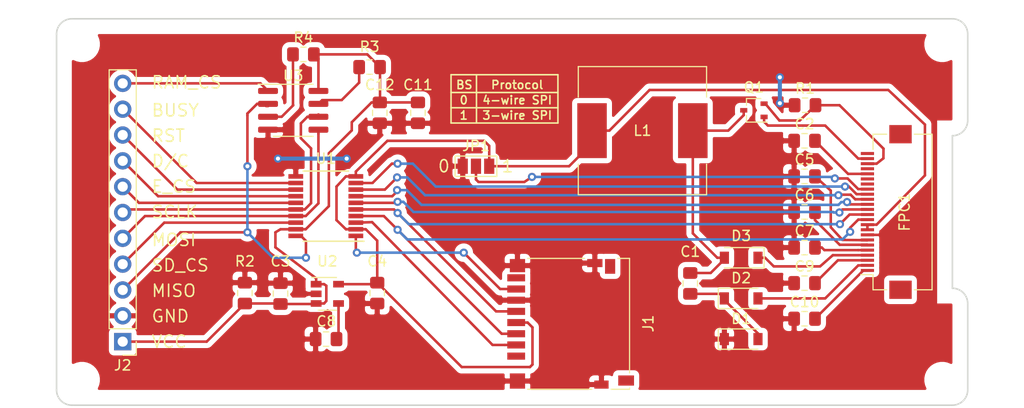
<source format=kicad_pcb>
(kicad_pcb (version 20171130) (host pcbnew "(5.1.2)-2")

  (general
    (thickness 1.6002)
    (drawings 38)
    (tracks 277)
    (zones 0)
    (modules 32)
    (nets 45)
  )

  (page A4)
  (layers
    (0 Front signal)
    (1 In1.Cu signal)
    (2 In2.Cu signal)
    (31 Back signal)
    (34 B.Paste user)
    (35 F.Paste user)
    (36 B.SilkS user)
    (37 F.SilkS user)
    (38 B.Mask user)
    (39 F.Mask user)
    (44 Edge.Cuts user)
    (45 Margin user)
    (46 B.CrtYd user)
    (47 F.CrtYd user)
    (49 F.Fab user)
  )

  (setup
    (last_trace_width 0.4)
    (user_trace_width 0.15)
    (user_trace_width 0.2)
    (user_trace_width 0.4)
    (user_trace_width 0.6)
    (trace_clearance 0.2)
    (zone_clearance 0.508)
    (zone_45_only no)
    (trace_min 0.127)
    (via_size 0.8)
    (via_drill 0.4)
    (via_min_size 0.6)
    (via_min_drill 0.3)
    (user_via 0.6 0.3)
    (user_via 0.9 0.4)
    (uvia_size 0.3)
    (uvia_drill 0.1)
    (uvias_allowed no)
    (uvia_min_size 0.2)
    (uvia_min_drill 0.1)
    (edge_width 0.0381)
    (segment_width 0.254)
    (pcb_text_width 0.3048)
    (pcb_text_size 1.524 1.524)
    (mod_edge_width 0.1524)
    (mod_text_size 0.8128 0.8128)
    (mod_text_width 0.1524)
    (pad_size 1.524 1.524)
    (pad_drill 0.762)
    (pad_to_mask_clearance 0.051)
    (solder_mask_min_width 0.25)
    (aux_axis_origin 0 0)
    (visible_elements 7FFFFFFF)
    (pcbplotparams
      (layerselection 0x010f0_fffffff9)
      (usegerberextensions false)
      (usegerberattributes false)
      (usegerberadvancedattributes false)
      (creategerberjobfile false)
      (excludeedgelayer true)
      (linewidth 0.100000)
      (plotframeref false)
      (viasonmask false)
      (mode 1)
      (useauxorigin false)
      (hpglpennumber 1)
      (hpglpenspeed 20)
      (hpglpendiameter 15.000000)
      (psnegative false)
      (psa4output false)
      (plotreference true)
      (plotvalue false)
      (plotinvisibletext false)
      (padsonsilk false)
      (subtractmaskfromsilk false)
      (outputformat 1)
      (mirror false)
      (drillshape 0)
      (scaleselection 1)
      (outputdirectory "gerber/"))
  )

  (net 0 "")
  (net 1 "Net-(C1-Pad2)")
  (net 2 "Net-(C1-Pad1)")
  (net 3 "Net-(C2-Pad2)")
  (net 4 /GND)
  (net 5 /VCC)
  (net 6 /3V3)
  (net 7 "Net-(C5-Pad2)")
  (net 8 "Net-(C6-Pad2)")
  (net 9 "Net-(C7-Pad2)")
  (net 10 "Net-(C8-Pad1)")
  (net 11 "Net-(C9-Pad2)")
  (net 12 "Net-(C10-Pad2)")
  (net 13 /VGL)
  (net 14 /VGH)
  (net 15 /GDR)
  (net 16 /RESE)
  (net 17 /BS)
  (net 18 /BUSY')
  (net 19 /RST')
  (net 20 /DC')
  (net 21 /DC)
  (net 22 /RST)
  (net 23 /BUSY)
  (net 24 "Net-(FPC1-Pad18)")
  (net 25 "Net-(FPC1-Pad19)")
  (net 26 "Net-(FPC1-Pad21)")
  (net 27 "Net-(FPC1-Pad24)")
  (net 28 /MOSI')
  (net 29 /SCLK')
  (net 30 /E_CS')
  (net 31 "Net-(J1-Pad8)")
  (net 32 "Net-(J1-Pad9)")
  (net 33 /MISO')
  (net 34 /SD_CS')
  (net 35 "Net-(J1-Pad1)")
  (net 36 "Net-(J1-Pad10)")
  (net 37 /MOSI)
  (net 38 /SCLK)
  (net 39 /MISO)
  (net 40 /E_CS)
  (net 41 /SD_CS)
  (net 42 /RAM_CS)
  (net 43 "Net-(R3-Pad2)")
  (net 44 "Net-(R4-Pad1)")

  (net_class Default "This is the default net class."
    (clearance 0.2)
    (trace_width 0.25)
    (via_dia 0.8)
    (via_drill 0.4)
    (uvia_dia 0.3)
    (uvia_drill 0.1)
    (add_net /3V3)
    (add_net /BS)
    (add_net /BUSY)
    (add_net /BUSY')
    (add_net /DC)
    (add_net /DC')
    (add_net /E_CS)
    (add_net /E_CS')
    (add_net /GDR)
    (add_net /GND)
    (add_net /MISO)
    (add_net /MISO')
    (add_net /MOSI)
    (add_net /MOSI')
    (add_net /RAM_CS)
    (add_net /RESE)
    (add_net /RST)
    (add_net /RST')
    (add_net /SCLK)
    (add_net /SCLK')
    (add_net /SD_CS)
    (add_net /SD_CS')
    (add_net /VCC)
    (add_net /VGH)
    (add_net /VGL)
    (add_net "Net-(C1-Pad1)")
    (add_net "Net-(C1-Pad2)")
    (add_net "Net-(C10-Pad2)")
    (add_net "Net-(C2-Pad2)")
    (add_net "Net-(C5-Pad2)")
    (add_net "Net-(C6-Pad2)")
    (add_net "Net-(C7-Pad2)")
    (add_net "Net-(C8-Pad1)")
    (add_net "Net-(C9-Pad2)")
    (add_net "Net-(FPC1-Pad18)")
    (add_net "Net-(FPC1-Pad19)")
    (add_net "Net-(FPC1-Pad21)")
    (add_net "Net-(FPC1-Pad24)")
    (add_net "Net-(J1-Pad1)")
    (add_net "Net-(J1-Pad10)")
    (add_net "Net-(J1-Pad8)")
    (add_net "Net-(J1-Pad9)")
    (add_net "Net-(R3-Pad2)")
    (add_net "Net-(R4-Pad1)")
  )

  (module Capacitor_SMD:C_0805_2012Metric_Pad1.15x1.40mm_HandSolder (layer Front) (tedit 5B36C52B) (tstamp 5F8DFCD6)
    (at 114.25 108.75 90)
    (descr "Capacitor SMD 0805 (2012 Metric), square (rectangular) end terminal, IPC_7351 nominal with elongated pad for handsoldering. (Body size source: https://docs.google.com/spreadsheets/d/1BsfQQcO9C6DZCsRaXUlFlo91Tg2WpOkGARC1WS5S8t0/edit?usp=sharing), generated with kicad-footprint-generator")
    (tags "capacitor handsolder")
    (path /5F9AF6C1)
    (attr smd)
    (fp_text reference C12 (at 2.75 0 180) (layer F.SilkS)
      (effects (font (size 1 1) (thickness 0.15)))
    )
    (fp_text value 22nF (at 0 1.65 90) (layer F.Fab)
      (effects (font (size 1 1) (thickness 0.15)))
    )
    (fp_line (start -1 0.6) (end -1 -0.6) (layer F.Fab) (width 0.1))
    (fp_line (start -1 -0.6) (end 1 -0.6) (layer F.Fab) (width 0.1))
    (fp_line (start 1 -0.6) (end 1 0.6) (layer F.Fab) (width 0.1))
    (fp_line (start 1 0.6) (end -1 0.6) (layer F.Fab) (width 0.1))
    (fp_line (start -0.261252 -0.71) (end 0.261252 -0.71) (layer F.SilkS) (width 0.12))
    (fp_line (start -0.261252 0.71) (end 0.261252 0.71) (layer F.SilkS) (width 0.12))
    (fp_line (start -1.85 0.95) (end -1.85 -0.95) (layer F.CrtYd) (width 0.05))
    (fp_line (start -1.85 -0.95) (end 1.85 -0.95) (layer F.CrtYd) (width 0.05))
    (fp_line (start 1.85 -0.95) (end 1.85 0.95) (layer F.CrtYd) (width 0.05))
    (fp_line (start 1.85 0.95) (end -1.85 0.95) (layer F.CrtYd) (width 0.05))
    (fp_text user %R (at 0 0 90) (layer F.Fab)
      (effects (font (size 0.5 0.5) (thickness 0.08)))
    )
    (pad 1 smd roundrect (at -1.025 0 90) (size 1.15 1.4) (layers Front F.Paste F.Mask) (roundrect_rratio 0.217391)
      (net 4 /GND))
    (pad 2 smd roundrect (at 1.025 0 90) (size 1.15 1.4) (layers Front F.Paste F.Mask) (roundrect_rratio 0.217391)
      (net 5 /VCC))
    (model ${KISYS3DMOD}/Capacitor_SMD.3dshapes/C_0805_2012Metric.wrl
      (at (xyz 0 0 0))
      (scale (xyz 1 1 1))
      (rotate (xyz 0 0 0))
    )
  )

  (module Capacitor_SMD:C_0805_2012Metric_Pad1.15x1.40mm_HandSolder (layer Front) (tedit 5B36C52B) (tstamp 5F8D9BD4)
    (at 118 108.75 90)
    (descr "Capacitor SMD 0805 (2012 Metric), square (rectangular) end terminal, IPC_7351 nominal with elongated pad for handsoldering. (Body size source: https://docs.google.com/spreadsheets/d/1BsfQQcO9C6DZCsRaXUlFlo91Tg2WpOkGARC1WS5S8t0/edit?usp=sharing), generated with kicad-footprint-generator")
    (tags "capacitor handsolder")
    (path /5F9B0B77)
    (attr smd)
    (fp_text reference C11 (at 2.75 0 180) (layer F.SilkS)
      (effects (font (size 1 1) (thickness 0.15)))
    )
    (fp_text value 22nF (at 0 1.65 90) (layer F.Fab)
      (effects (font (size 1 1) (thickness 0.15)))
    )
    (fp_text user %R (at 0 0 90) (layer F.Fab)
      (effects (font (size 0.5 0.5) (thickness 0.08)))
    )
    (fp_line (start 1.85 0.95) (end -1.85 0.95) (layer F.CrtYd) (width 0.05))
    (fp_line (start 1.85 -0.95) (end 1.85 0.95) (layer F.CrtYd) (width 0.05))
    (fp_line (start -1.85 -0.95) (end 1.85 -0.95) (layer F.CrtYd) (width 0.05))
    (fp_line (start -1.85 0.95) (end -1.85 -0.95) (layer F.CrtYd) (width 0.05))
    (fp_line (start -0.261252 0.71) (end 0.261252 0.71) (layer F.SilkS) (width 0.12))
    (fp_line (start -0.261252 -0.71) (end 0.261252 -0.71) (layer F.SilkS) (width 0.12))
    (fp_line (start 1 0.6) (end -1 0.6) (layer F.Fab) (width 0.1))
    (fp_line (start 1 -0.6) (end 1 0.6) (layer F.Fab) (width 0.1))
    (fp_line (start -1 -0.6) (end 1 -0.6) (layer F.Fab) (width 0.1))
    (fp_line (start -1 0.6) (end -1 -0.6) (layer F.Fab) (width 0.1))
    (pad 2 smd roundrect (at 1.025 0 90) (size 1.15 1.4) (layers Front F.Paste F.Mask) (roundrect_rratio 0.217391)
      (net 5 /VCC))
    (pad 1 smd roundrect (at -1.025 0 90) (size 1.15 1.4) (layers Front F.Paste F.Mask) (roundrect_rratio 0.217391)
      (net 4 /GND))
    (model ${KISYS3DMOD}/Capacitor_SMD.3dshapes/C_0805_2012Metric.wrl
      (at (xyz 0 0 0))
      (scale (xyz 1 1 1))
      (rotate (xyz 0 0 0))
    )
  )

  (module Jumper:SolderJumper-3_P1.3mm_Open_Pad1.0x1.5mm (layer Front) (tedit 5F8AC664) (tstamp 5F88C30F)
    (at 123.7 114)
    (descr "SMD Solder 3-pad Jumper, 1x1.5mm Pads, 0.3mm gap, open")
    (tags "solder jumper open")
    (path /5F863B31)
    (attr virtual)
    (fp_text reference JP1 (at 0 -2) (layer F.SilkS)
      (effects (font (size 1 1) (thickness 0.15)))
    )
    (fp_text value Jumper_3_Bridged12 (at 0 2) (layer F.Fab)
      (effects (font (size 1 1) (thickness 0.15)))
    )
    (fp_line (start -2.05 1) (end -2.05 -1) (layer F.SilkS) (width 0.12))
    (fp_line (start 2.05 1) (end -2.05 1) (layer F.SilkS) (width 0.12))
    (fp_line (start 2.05 -1) (end 2.05 1) (layer F.SilkS) (width 0.12))
    (fp_line (start -2.05 -1) (end 2.05 -1) (layer F.SilkS) (width 0.12))
    (fp_line (start -2.3 -1.25) (end 2.3 -1.25) (layer F.CrtYd) (width 0.05))
    (fp_line (start -2.3 -1.25) (end -2.3 1.25) (layer F.CrtYd) (width 0.05))
    (fp_line (start 2.3 1.25) (end 2.3 -1.25) (layer F.CrtYd) (width 0.05))
    (fp_line (start 2.3 1.25) (end -2.3 1.25) (layer F.CrtYd) (width 0.05))
    (pad 3 smd rect (at 1.3 0) (size 1 1.5) (layers Front F.Mask)
      (net 6 /3V3))
    (pad 2 smd rect (at 0 0) (size 1 1.5) (layers Front F.Mask)
      (net 17 /BS))
    (pad 1 smd rect (at -1.3 0) (size 1 1.5) (layers Front F.Mask)
      (net 4 /GND))
  )

  (module MountingHole:MountingHole_2.5mm (layer Front) (tedit 56D1B4CB) (tstamp 5F888415)
    (at 169.5 135 180)
    (descr "Mounting Hole 2.5mm, no annular")
    (tags "mounting hole 2.5mm no annular")
    (attr virtual)
    (fp_text reference REF** (at 0 -3.5) (layer F.SilkS) hide
      (effects (font (size 1 1) (thickness 0.15)))
    )
    (fp_text value MountingHole_2.5mm (at 0 3.5) (layer F.Fab)
      (effects (font (size 1 1) (thickness 0.15)))
    )
    (fp_text user %R (at 0.3 0) (layer F.Fab)
      (effects (font (size 1 1) (thickness 0.15)))
    )
    (fp_circle (center 0 0) (end 2.5 0) (layer Cmts.User) (width 0.15))
    (fp_circle (center 0 0) (end 2.75 0) (layer F.CrtYd) (width 0.05))
    (pad 1 np_thru_hole circle (at 0 0 180) (size 2.5 2.5) (drill 2.5) (layers *.Cu *.Mask))
  )

  (module MountingHole:MountingHole_2.5mm (layer Front) (tedit 56D1B4CB) (tstamp 5F888415)
    (at 169.5 102 180)
    (descr "Mounting Hole 2.5mm, no annular")
    (tags "mounting hole 2.5mm no annular")
    (attr virtual)
    (fp_text reference REF** (at 0 -3.5) (layer F.SilkS) hide
      (effects (font (size 1 1) (thickness 0.15)))
    )
    (fp_text value MountingHole_2.5mm (at 0 3.5) (layer F.Fab)
      (effects (font (size 1 1) (thickness 0.15)))
    )
    (fp_text user %R (at 0.3 0) (layer F.Fab)
      (effects (font (size 1 1) (thickness 0.15)))
    )
    (fp_circle (center 0 0) (end 2.5 0) (layer Cmts.User) (width 0.15))
    (fp_circle (center 0 0) (end 2.75 0) (layer F.CrtYd) (width 0.05))
    (pad 1 np_thru_hole circle (at 0 0 180) (size 2.5 2.5) (drill 2.5) (layers *.Cu *.Mask))
  )

  (module MountingHole:MountingHole_2.5mm (layer Front) (tedit 56D1B4CB) (tstamp 5F888415)
    (at 85 102 180)
    (descr "Mounting Hole 2.5mm, no annular")
    (tags "mounting hole 2.5mm no annular")
    (attr virtual)
    (fp_text reference REF** (at 0 -3.5) (layer F.SilkS) hide
      (effects (font (size 1 1) (thickness 0.15)))
    )
    (fp_text value MountingHole_2.5mm (at 0 3.5) (layer F.Fab)
      (effects (font (size 1 1) (thickness 0.15)))
    )
    (fp_text user %R (at 0.3 0) (layer F.Fab)
      (effects (font (size 1 1) (thickness 0.15)))
    )
    (fp_circle (center 0 0) (end 2.5 0) (layer Cmts.User) (width 0.15))
    (fp_circle (center 0 0) (end 2.75 0) (layer F.CrtYd) (width 0.05))
    (pad 1 np_thru_hole circle (at 0 0 180) (size 2.5 2.5) (drill 2.5) (layers *.Cu *.Mask))
  )

  (module MountingHole:MountingHole_2.5mm (layer Front) (tedit 56D1B4CB) (tstamp 5F88840C)
    (at 85 135 180)
    (descr "Mounting Hole 2.5mm, no annular")
    (tags "mounting hole 2.5mm no annular")
    (attr virtual)
    (fp_text reference REF** (at 0 -3.5) (layer F.SilkS) hide
      (effects (font (size 1 1) (thickness 0.15)))
    )
    (fp_text value MountingHole_2.5mm (at 0 3.5) (layer F.Fab)
      (effects (font (size 1 1) (thickness 0.15)))
    )
    (fp_circle (center 0 0) (end 2.75 0) (layer F.CrtYd) (width 0.05))
    (fp_circle (center 0 0) (end 2.5 0) (layer Cmts.User) (width 0.15))
    (fp_text user %R (at 0.3 0) (layer F.Fab)
      (effects (font (size 1 1) (thickness 0.15)))
    )
    (pad 1 np_thru_hole circle (at 0 0 180) (size 2.5 2.5) (drill 2.5) (layers *.Cu *.Mask))
  )

  (module Capacitor_SMD:C_0805_2012Metric_Pad1.15x1.40mm_HandSolder (layer Front) (tedit 5B36C52B) (tstamp 5F8DC188)
    (at 144.75 125.525 270)
    (descr "Capacitor SMD 0805 (2012 Metric), square (rectangular) end terminal, IPC_7351 nominal with elongated pad for handsoldering. (Body size source: https://docs.google.com/spreadsheets/d/1BsfQQcO9C6DZCsRaXUlFlo91Tg2WpOkGARC1WS5S8t0/edit?usp=sharing), generated with kicad-footprint-generator")
    (tags "capacitor handsolder")
    (path /5F85E89D)
    (attr smd)
    (fp_text reference C1 (at -3.125 0 180) (layer F.SilkS)
      (effects (font (size 1 1) (thickness 0.15)))
    )
    (fp_text value 1uF (at 0 1.65 90) (layer F.Fab)
      (effects (font (size 1 1) (thickness 0.15)))
    )
    (fp_text user %R (at 0 0 90) (layer F.Fab)
      (effects (font (size 0.5 0.5) (thickness 0.08)))
    )
    (fp_line (start 1.85 0.95) (end -1.85 0.95) (layer F.CrtYd) (width 0.05))
    (fp_line (start 1.85 -0.95) (end 1.85 0.95) (layer F.CrtYd) (width 0.05))
    (fp_line (start -1.85 -0.95) (end 1.85 -0.95) (layer F.CrtYd) (width 0.05))
    (fp_line (start -1.85 0.95) (end -1.85 -0.95) (layer F.CrtYd) (width 0.05))
    (fp_line (start -0.261252 0.71) (end 0.261252 0.71) (layer F.SilkS) (width 0.12))
    (fp_line (start -0.261252 -0.71) (end 0.261252 -0.71) (layer F.SilkS) (width 0.12))
    (fp_line (start 1 0.6) (end -1 0.6) (layer F.Fab) (width 0.1))
    (fp_line (start 1 -0.6) (end 1 0.6) (layer F.Fab) (width 0.1))
    (fp_line (start -1 -0.6) (end 1 -0.6) (layer F.Fab) (width 0.1))
    (fp_line (start -1 0.6) (end -1 -0.6) (layer F.Fab) (width 0.1))
    (pad 2 smd roundrect (at 1.025 0 270) (size 1.15 1.4) (layers Front F.Paste F.Mask) (roundrect_rratio 0.217391)
      (net 1 "Net-(C1-Pad2)"))
    (pad 1 smd roundrect (at -1.025 0 270) (size 1.15 1.4) (layers Front F.Paste F.Mask) (roundrect_rratio 0.217391)
      (net 2 "Net-(C1-Pad1)"))
    (model ${KISYS3DMOD}/Capacitor_SMD.3dshapes/C_0805_2012Metric.wrl
      (at (xyz 0 0 0))
      (scale (xyz 1 1 1))
      (rotate (xyz 0 0 0))
    )
  )

  (module Capacitor_SMD:C_0805_2012Metric_Pad1.15x1.40mm_HandSolder (layer Front) (tedit 5B36C52B) (tstamp 5F88CB5D)
    (at 155.975 111.5)
    (descr "Capacitor SMD 0805 (2012 Metric), square (rectangular) end terminal, IPC_7351 nominal with elongated pad for handsoldering. (Body size source: https://docs.google.com/spreadsheets/d/1BsfQQcO9C6DZCsRaXUlFlo91Tg2WpOkGARC1WS5S8t0/edit?usp=sharing), generated with kicad-footprint-generator")
    (tags "capacitor handsolder")
    (path /5F8ADE19)
    (attr smd)
    (fp_text reference C2 (at 0 -1.65) (layer F.SilkS)
      (effects (font (size 1 1) (thickness 0.15)))
    )
    (fp_text value 1uF (at 0 1.65) (layer F.Fab)
      (effects (font (size 1 1) (thickness 0.15)))
    )
    (fp_line (start -1 0.6) (end -1 -0.6) (layer F.Fab) (width 0.1))
    (fp_line (start -1 -0.6) (end 1 -0.6) (layer F.Fab) (width 0.1))
    (fp_line (start 1 -0.6) (end 1 0.6) (layer F.Fab) (width 0.1))
    (fp_line (start 1 0.6) (end -1 0.6) (layer F.Fab) (width 0.1))
    (fp_line (start -0.261252 -0.71) (end 0.261252 -0.71) (layer F.SilkS) (width 0.12))
    (fp_line (start -0.261252 0.71) (end 0.261252 0.71) (layer F.SilkS) (width 0.12))
    (fp_line (start -1.85 0.95) (end -1.85 -0.95) (layer F.CrtYd) (width 0.05))
    (fp_line (start -1.85 -0.95) (end 1.85 -0.95) (layer F.CrtYd) (width 0.05))
    (fp_line (start 1.85 -0.95) (end 1.85 0.95) (layer F.CrtYd) (width 0.05))
    (fp_line (start 1.85 0.95) (end -1.85 0.95) (layer F.CrtYd) (width 0.05))
    (fp_text user %R (at 0 0) (layer F.Fab)
      (effects (font (size 0.5 0.5) (thickness 0.08)))
    )
    (pad 1 smd roundrect (at -1.025 0) (size 1.15 1.4) (layers Front F.Paste F.Mask) (roundrect_rratio 0.217391)
      (net 4 /GND))
    (pad 2 smd roundrect (at 1.025 0) (size 1.15 1.4) (layers Front F.Paste F.Mask) (roundrect_rratio 0.217391)
      (net 3 "Net-(C2-Pad2)"))
    (model ${KISYS3DMOD}/Capacitor_SMD.3dshapes/C_0805_2012Metric.wrl
      (at (xyz 0 0 0))
      (scale (xyz 1 1 1))
      (rotate (xyz 0 0 0))
    )
  )

  (module Capacitor_SMD:C_0805_2012Metric_Pad1.15x1.40mm_HandSolder (layer Front) (tedit 5B36C52B) (tstamp 5F860A63)
    (at 104.5 126.525 270)
    (descr "Capacitor SMD 0805 (2012 Metric), square (rectangular) end terminal, IPC_7351 nominal with elongated pad for handsoldering. (Body size source: https://docs.google.com/spreadsheets/d/1BsfQQcO9C6DZCsRaXUlFlo91Tg2WpOkGARC1WS5S8t0/edit?usp=sharing), generated with kicad-footprint-generator")
    (tags "capacitor handsolder")
    (path /5F87C53A)
    (attr smd)
    (fp_text reference C3 (at -3.175 0 180) (layer F.SilkS)
      (effects (font (size 1 1) (thickness 0.15)))
    )
    (fp_text value 1uF (at 0 1.65 90) (layer F.Fab)
      (effects (font (size 1 1) (thickness 0.15)))
    )
    (fp_line (start -1 0.6) (end -1 -0.6) (layer F.Fab) (width 0.1))
    (fp_line (start -1 -0.6) (end 1 -0.6) (layer F.Fab) (width 0.1))
    (fp_line (start 1 -0.6) (end 1 0.6) (layer F.Fab) (width 0.1))
    (fp_line (start 1 0.6) (end -1 0.6) (layer F.Fab) (width 0.1))
    (fp_line (start -0.261252 -0.71) (end 0.261252 -0.71) (layer F.SilkS) (width 0.12))
    (fp_line (start -0.261252 0.71) (end 0.261252 0.71) (layer F.SilkS) (width 0.12))
    (fp_line (start -1.85 0.95) (end -1.85 -0.95) (layer F.CrtYd) (width 0.05))
    (fp_line (start -1.85 -0.95) (end 1.85 -0.95) (layer F.CrtYd) (width 0.05))
    (fp_line (start 1.85 -0.95) (end 1.85 0.95) (layer F.CrtYd) (width 0.05))
    (fp_line (start 1.85 0.95) (end -1.85 0.95) (layer F.CrtYd) (width 0.05))
    (fp_text user %R (at 0 0 90) (layer F.Fab)
      (effects (font (size 0.5 0.5) (thickness 0.08)))
    )
    (pad 1 smd roundrect (at -1.025 0 270) (size 1.15 1.4) (layers Front F.Paste F.Mask) (roundrect_rratio 0.217391)
      (net 4 /GND))
    (pad 2 smd roundrect (at 1.025 0 270) (size 1.15 1.4) (layers Front F.Paste F.Mask) (roundrect_rratio 0.217391)
      (net 5 /VCC))
    (model ${KISYS3DMOD}/Capacitor_SMD.3dshapes/C_0805_2012Metric.wrl
      (at (xyz 0 0 0))
      (scale (xyz 1 1 1))
      (rotate (xyz 0 0 0))
    )
  )

  (module Capacitor_SMD:C_0805_2012Metric_Pad1.15x1.40mm_HandSolder (layer Front) (tedit 5B36C52B) (tstamp 5F860A74)
    (at 114 126.475 90)
    (descr "Capacitor SMD 0805 (2012 Metric), square (rectangular) end terminal, IPC_7351 nominal with elongated pad for handsoldering. (Body size source: https://docs.google.com/spreadsheets/d/1BsfQQcO9C6DZCsRaXUlFlo91Tg2WpOkGARC1WS5S8t0/edit?usp=sharing), generated with kicad-footprint-generator")
    (tags "capacitor handsolder")
    (path /5F87D70B)
    (attr smd)
    (fp_text reference C4 (at 3.125 0 180) (layer F.SilkS)
      (effects (font (size 1 1) (thickness 0.15)))
    )
    (fp_text value 1uF (at 0 1.65 90) (layer F.Fab)
      (effects (font (size 1 1) (thickness 0.15)))
    )
    (fp_text user %R (at 0 0 90) (layer F.Fab)
      (effects (font (size 0.5 0.5) (thickness 0.08)))
    )
    (fp_line (start 1.85 0.95) (end -1.85 0.95) (layer F.CrtYd) (width 0.05))
    (fp_line (start 1.85 -0.95) (end 1.85 0.95) (layer F.CrtYd) (width 0.05))
    (fp_line (start -1.85 -0.95) (end 1.85 -0.95) (layer F.CrtYd) (width 0.05))
    (fp_line (start -1.85 0.95) (end -1.85 -0.95) (layer F.CrtYd) (width 0.05))
    (fp_line (start -0.261252 0.71) (end 0.261252 0.71) (layer F.SilkS) (width 0.12))
    (fp_line (start -0.261252 -0.71) (end 0.261252 -0.71) (layer F.SilkS) (width 0.12))
    (fp_line (start 1 0.6) (end -1 0.6) (layer F.Fab) (width 0.1))
    (fp_line (start 1 -0.6) (end 1 0.6) (layer F.Fab) (width 0.1))
    (fp_line (start -1 -0.6) (end 1 -0.6) (layer F.Fab) (width 0.1))
    (fp_line (start -1 0.6) (end -1 -0.6) (layer F.Fab) (width 0.1))
    (pad 2 smd roundrect (at 1.025 0 90) (size 1.15 1.4) (layers Front F.Paste F.Mask) (roundrect_rratio 0.217391)
      (net 6 /3V3))
    (pad 1 smd roundrect (at -1.025 0 90) (size 1.15 1.4) (layers Front F.Paste F.Mask) (roundrect_rratio 0.217391)
      (net 4 /GND))
    (model ${KISYS3DMOD}/Capacitor_SMD.3dshapes/C_0805_2012Metric.wrl
      (at (xyz 0 0 0))
      (scale (xyz 1 1 1))
      (rotate (xyz 0 0 0))
    )
  )

  (module Capacitor_SMD:C_0805_2012Metric_Pad1.15x1.40mm_HandSolder (layer Front) (tedit 5B36C52B) (tstamp 5F88CBED)
    (at 155.975 115)
    (descr "Capacitor SMD 0805 (2012 Metric), square (rectangular) end terminal, IPC_7351 nominal with elongated pad for handsoldering. (Body size source: https://docs.google.com/spreadsheets/d/1BsfQQcO9C6DZCsRaXUlFlo91Tg2WpOkGARC1WS5S8t0/edit?usp=sharing), generated with kicad-footprint-generator")
    (tags "capacitor handsolder")
    (path /5F8AF38B)
    (attr smd)
    (fp_text reference C5 (at 0 -1.65) (layer F.SilkS)
      (effects (font (size 1 1) (thickness 0.15)))
    )
    (fp_text value 1uF (at 0 1.65) (layer F.Fab)
      (effects (font (size 1 1) (thickness 0.15)))
    )
    (fp_text user %R (at 0 0) (layer F.Fab)
      (effects (font (size 0.5 0.5) (thickness 0.08)))
    )
    (fp_line (start 1.85 0.95) (end -1.85 0.95) (layer F.CrtYd) (width 0.05))
    (fp_line (start 1.85 -0.95) (end 1.85 0.95) (layer F.CrtYd) (width 0.05))
    (fp_line (start -1.85 -0.95) (end 1.85 -0.95) (layer F.CrtYd) (width 0.05))
    (fp_line (start -1.85 0.95) (end -1.85 -0.95) (layer F.CrtYd) (width 0.05))
    (fp_line (start -0.261252 0.71) (end 0.261252 0.71) (layer F.SilkS) (width 0.12))
    (fp_line (start -0.261252 -0.71) (end 0.261252 -0.71) (layer F.SilkS) (width 0.12))
    (fp_line (start 1 0.6) (end -1 0.6) (layer F.Fab) (width 0.1))
    (fp_line (start 1 -0.6) (end 1 0.6) (layer F.Fab) (width 0.1))
    (fp_line (start -1 -0.6) (end 1 -0.6) (layer F.Fab) (width 0.1))
    (fp_line (start -1 0.6) (end -1 -0.6) (layer F.Fab) (width 0.1))
    (pad 2 smd roundrect (at 1.025 0) (size 1.15 1.4) (layers Front F.Paste F.Mask) (roundrect_rratio 0.217391)
      (net 7 "Net-(C5-Pad2)"))
    (pad 1 smd roundrect (at -1.025 0) (size 1.15 1.4) (layers Front F.Paste F.Mask) (roundrect_rratio 0.217391)
      (net 4 /GND))
    (model ${KISYS3DMOD}/Capacitor_SMD.3dshapes/C_0805_2012Metric.wrl
      (at (xyz 0 0 0))
      (scale (xyz 1 1 1))
      (rotate (xyz 0 0 0))
    )
  )

  (module Capacitor_SMD:C_0805_2012Metric_Pad1.15x1.40mm_HandSolder (layer Front) (tedit 5B36C52B) (tstamp 5F88CBBD)
    (at 155.975 118.5)
    (descr "Capacitor SMD 0805 (2012 Metric), square (rectangular) end terminal, IPC_7351 nominal with elongated pad for handsoldering. (Body size source: https://docs.google.com/spreadsheets/d/1BsfQQcO9C6DZCsRaXUlFlo91Tg2WpOkGARC1WS5S8t0/edit?usp=sharing), generated with kicad-footprint-generator")
    (tags "capacitor handsolder")
    (path /5F8B0874)
    (attr smd)
    (fp_text reference C6 (at 0 -1.65) (layer F.SilkS)
      (effects (font (size 1 1) (thickness 0.15)))
    )
    (fp_text value 1uF (at 0 1.65) (layer F.Fab)
      (effects (font (size 1 1) (thickness 0.15)))
    )
    (fp_line (start -1 0.6) (end -1 -0.6) (layer F.Fab) (width 0.1))
    (fp_line (start -1 -0.6) (end 1 -0.6) (layer F.Fab) (width 0.1))
    (fp_line (start 1 -0.6) (end 1 0.6) (layer F.Fab) (width 0.1))
    (fp_line (start 1 0.6) (end -1 0.6) (layer F.Fab) (width 0.1))
    (fp_line (start -0.261252 -0.71) (end 0.261252 -0.71) (layer F.SilkS) (width 0.12))
    (fp_line (start -0.261252 0.71) (end 0.261252 0.71) (layer F.SilkS) (width 0.12))
    (fp_line (start -1.85 0.95) (end -1.85 -0.95) (layer F.CrtYd) (width 0.05))
    (fp_line (start -1.85 -0.95) (end 1.85 -0.95) (layer F.CrtYd) (width 0.05))
    (fp_line (start 1.85 -0.95) (end 1.85 0.95) (layer F.CrtYd) (width 0.05))
    (fp_line (start 1.85 0.95) (end -1.85 0.95) (layer F.CrtYd) (width 0.05))
    (fp_text user %R (at 0 0) (layer F.Fab)
      (effects (font (size 0.5 0.5) (thickness 0.08)))
    )
    (pad 1 smd roundrect (at -1.025 0) (size 1.15 1.4) (layers Front F.Paste F.Mask) (roundrect_rratio 0.217391)
      (net 4 /GND))
    (pad 2 smd roundrect (at 1.025 0) (size 1.15 1.4) (layers Front F.Paste F.Mask) (roundrect_rratio 0.217391)
      (net 8 "Net-(C6-Pad2)"))
    (model ${KISYS3DMOD}/Capacitor_SMD.3dshapes/C_0805_2012Metric.wrl
      (at (xyz 0 0 0))
      (scale (xyz 1 1 1))
      (rotate (xyz 0 0 0))
    )
  )

  (module Capacitor_SMD:C_0805_2012Metric_Pad1.15x1.40mm_HandSolder (layer Front) (tedit 5B36C52B) (tstamp 5F88CB8D)
    (at 155.975 122)
    (descr "Capacitor SMD 0805 (2012 Metric), square (rectangular) end terminal, IPC_7351 nominal with elongated pad for handsoldering. (Body size source: https://docs.google.com/spreadsheets/d/1BsfQQcO9C6DZCsRaXUlFlo91Tg2WpOkGARC1WS5S8t0/edit?usp=sharing), generated with kicad-footprint-generator")
    (tags "capacitor handsolder")
    (path /5F8B0A7C)
    (attr smd)
    (fp_text reference C7 (at 0 -1.65) (layer F.SilkS)
      (effects (font (size 1 1) (thickness 0.15)))
    )
    (fp_text value 1uF (at 0 1.65) (layer F.Fab)
      (effects (font (size 1 1) (thickness 0.15)))
    )
    (fp_text user %R (at 0 0) (layer F.Fab)
      (effects (font (size 0.5 0.5) (thickness 0.08)))
    )
    (fp_line (start 1.85 0.95) (end -1.85 0.95) (layer F.CrtYd) (width 0.05))
    (fp_line (start 1.85 -0.95) (end 1.85 0.95) (layer F.CrtYd) (width 0.05))
    (fp_line (start -1.85 -0.95) (end 1.85 -0.95) (layer F.CrtYd) (width 0.05))
    (fp_line (start -1.85 0.95) (end -1.85 -0.95) (layer F.CrtYd) (width 0.05))
    (fp_line (start -0.261252 0.71) (end 0.261252 0.71) (layer F.SilkS) (width 0.12))
    (fp_line (start -0.261252 -0.71) (end 0.261252 -0.71) (layer F.SilkS) (width 0.12))
    (fp_line (start 1 0.6) (end -1 0.6) (layer F.Fab) (width 0.1))
    (fp_line (start 1 -0.6) (end 1 0.6) (layer F.Fab) (width 0.1))
    (fp_line (start -1 -0.6) (end 1 -0.6) (layer F.Fab) (width 0.1))
    (fp_line (start -1 0.6) (end -1 -0.6) (layer F.Fab) (width 0.1))
    (pad 2 smd roundrect (at 1.025 0) (size 1.15 1.4) (layers Front F.Paste F.Mask) (roundrect_rratio 0.217391)
      (net 9 "Net-(C7-Pad2)"))
    (pad 1 smd roundrect (at -1.025 0) (size 1.15 1.4) (layers Front F.Paste F.Mask) (roundrect_rratio 0.217391)
      (net 4 /GND))
    (model ${KISYS3DMOD}/Capacitor_SMD.3dshapes/C_0805_2012Metric.wrl
      (at (xyz 0 0 0))
      (scale (xyz 1 1 1))
      (rotate (xyz 0 0 0))
    )
  )

  (module Capacitor_SMD:C_0805_2012Metric_Pad1.15x1.40mm_HandSolder (layer Front) (tedit 5B36C52B) (tstamp 5F860AB8)
    (at 108.975 131 180)
    (descr "Capacitor SMD 0805 (2012 Metric), square (rectangular) end terminal, IPC_7351 nominal with elongated pad for handsoldering. (Body size source: https://docs.google.com/spreadsheets/d/1BsfQQcO9C6DZCsRaXUlFlo91Tg2WpOkGARC1WS5S8t0/edit?usp=sharing), generated with kicad-footprint-generator")
    (tags "capacitor handsolder")
    (path /5F87F39F)
    (attr smd)
    (fp_text reference C8 (at -0.025 1.75) (layer F.SilkS)
      (effects (font (size 1 1) (thickness 0.15)))
    )
    (fp_text value 22nF (at 0 1.65) (layer F.Fab)
      (effects (font (size 1 1) (thickness 0.15)))
    )
    (fp_line (start -1 0.6) (end -1 -0.6) (layer F.Fab) (width 0.1))
    (fp_line (start -1 -0.6) (end 1 -0.6) (layer F.Fab) (width 0.1))
    (fp_line (start 1 -0.6) (end 1 0.6) (layer F.Fab) (width 0.1))
    (fp_line (start 1 0.6) (end -1 0.6) (layer F.Fab) (width 0.1))
    (fp_line (start -0.261252 -0.71) (end 0.261252 -0.71) (layer F.SilkS) (width 0.12))
    (fp_line (start -0.261252 0.71) (end 0.261252 0.71) (layer F.SilkS) (width 0.12))
    (fp_line (start -1.85 0.95) (end -1.85 -0.95) (layer F.CrtYd) (width 0.05))
    (fp_line (start -1.85 -0.95) (end 1.85 -0.95) (layer F.CrtYd) (width 0.05))
    (fp_line (start 1.85 -0.95) (end 1.85 0.95) (layer F.CrtYd) (width 0.05))
    (fp_line (start 1.85 0.95) (end -1.85 0.95) (layer F.CrtYd) (width 0.05))
    (fp_text user %R (at 0 0) (layer F.Fab)
      (effects (font (size 0.5 0.5) (thickness 0.08)))
    )
    (pad 1 smd roundrect (at -1.025 0 180) (size 1.15 1.4) (layers Front F.Paste F.Mask) (roundrect_rratio 0.217391)
      (net 10 "Net-(C8-Pad1)"))
    (pad 2 smd roundrect (at 1.025 0 180) (size 1.15 1.4) (layers Front F.Paste F.Mask) (roundrect_rratio 0.217391)
      (net 4 /GND))
    (model ${KISYS3DMOD}/Capacitor_SMD.3dshapes/C_0805_2012Metric.wrl
      (at (xyz 0 0 0))
      (scale (xyz 1 1 1))
      (rotate (xyz 0 0 0))
    )
  )

  (module Capacitor_SMD:C_0805_2012Metric_Pad1.15x1.40mm_HandSolder (layer Front) (tedit 5B36C52B) (tstamp 5F88CC4D)
    (at 155.975 125.5)
    (descr "Capacitor SMD 0805 (2012 Metric), square (rectangular) end terminal, IPC_7351 nominal with elongated pad for handsoldering. (Body size source: https://docs.google.com/spreadsheets/d/1BsfQQcO9C6DZCsRaXUlFlo91Tg2WpOkGARC1WS5S8t0/edit?usp=sharing), generated with kicad-footprint-generator")
    (tags "capacitor handsolder")
    (path /5F8B0EDA)
    (attr smd)
    (fp_text reference C9 (at 0 -1.65) (layer F.SilkS)
      (effects (font (size 1 1) (thickness 0.15)))
    )
    (fp_text value 1uF (at 0 1.65) (layer F.Fab)
      (effects (font (size 1 1) (thickness 0.15)))
    )
    (fp_line (start -1 0.6) (end -1 -0.6) (layer F.Fab) (width 0.1))
    (fp_line (start -1 -0.6) (end 1 -0.6) (layer F.Fab) (width 0.1))
    (fp_line (start 1 -0.6) (end 1 0.6) (layer F.Fab) (width 0.1))
    (fp_line (start 1 0.6) (end -1 0.6) (layer F.Fab) (width 0.1))
    (fp_line (start -0.261252 -0.71) (end 0.261252 -0.71) (layer F.SilkS) (width 0.12))
    (fp_line (start -0.261252 0.71) (end 0.261252 0.71) (layer F.SilkS) (width 0.12))
    (fp_line (start -1.85 0.95) (end -1.85 -0.95) (layer F.CrtYd) (width 0.05))
    (fp_line (start -1.85 -0.95) (end 1.85 -0.95) (layer F.CrtYd) (width 0.05))
    (fp_line (start 1.85 -0.95) (end 1.85 0.95) (layer F.CrtYd) (width 0.05))
    (fp_line (start 1.85 0.95) (end -1.85 0.95) (layer F.CrtYd) (width 0.05))
    (fp_text user %R (at 0 0) (layer F.Fab)
      (effects (font (size 0.5 0.5) (thickness 0.08)))
    )
    (pad 1 smd roundrect (at -1.025 0) (size 1.15 1.4) (layers Front F.Paste F.Mask) (roundrect_rratio 0.217391)
      (net 4 /GND))
    (pad 2 smd roundrect (at 1.025 0) (size 1.15 1.4) (layers Front F.Paste F.Mask) (roundrect_rratio 0.217391)
      (net 11 "Net-(C9-Pad2)"))
    (model ${KISYS3DMOD}/Capacitor_SMD.3dshapes/C_0805_2012Metric.wrl
      (at (xyz 0 0 0))
      (scale (xyz 1 1 1))
      (rotate (xyz 0 0 0))
    )
  )

  (module Capacitor_SMD:C_0805_2012Metric_Pad1.15x1.40mm_HandSolder (layer Front) (tedit 5B36C52B) (tstamp 5F88CC1D)
    (at 155.975 129)
    (descr "Capacitor SMD 0805 (2012 Metric), square (rectangular) end terminal, IPC_7351 nominal with elongated pad for handsoldering. (Body size source: https://docs.google.com/spreadsheets/d/1BsfQQcO9C6DZCsRaXUlFlo91Tg2WpOkGARC1WS5S8t0/edit?usp=sharing), generated with kicad-footprint-generator")
    (tags "capacitor handsolder")
    (path /5F8B12FD)
    (attr smd)
    (fp_text reference C10 (at 0 -1.65) (layer F.SilkS)
      (effects (font (size 1 1) (thickness 0.15)))
    )
    (fp_text value 0.47uF (at 0 1.65) (layer F.Fab)
      (effects (font (size 1 1) (thickness 0.15)))
    )
    (fp_text user %R (at 0 0) (layer F.Fab)
      (effects (font (size 0.5 0.5) (thickness 0.08)))
    )
    (fp_line (start 1.85 0.95) (end -1.85 0.95) (layer F.CrtYd) (width 0.05))
    (fp_line (start 1.85 -0.95) (end 1.85 0.95) (layer F.CrtYd) (width 0.05))
    (fp_line (start -1.85 -0.95) (end 1.85 -0.95) (layer F.CrtYd) (width 0.05))
    (fp_line (start -1.85 0.95) (end -1.85 -0.95) (layer F.CrtYd) (width 0.05))
    (fp_line (start -0.261252 0.71) (end 0.261252 0.71) (layer F.SilkS) (width 0.12))
    (fp_line (start -0.261252 -0.71) (end 0.261252 -0.71) (layer F.SilkS) (width 0.12))
    (fp_line (start 1 0.6) (end -1 0.6) (layer F.Fab) (width 0.1))
    (fp_line (start 1 -0.6) (end 1 0.6) (layer F.Fab) (width 0.1))
    (fp_line (start -1 -0.6) (end 1 -0.6) (layer F.Fab) (width 0.1))
    (fp_line (start -1 0.6) (end -1 -0.6) (layer F.Fab) (width 0.1))
    (pad 2 smd roundrect (at 1.025 0) (size 1.15 1.4) (layers Front F.Paste F.Mask) (roundrect_rratio 0.217391)
      (net 12 "Net-(C10-Pad2)"))
    (pad 1 smd roundrect (at -1.025 0) (size 1.15 1.4) (layers Front F.Paste F.Mask) (roundrect_rratio 0.217391)
      (net 4 /GND))
    (model ${KISYS3DMOD}/Capacitor_SMD.3dshapes/C_0805_2012Metric.wrl
      (at (xyz 0 0 0))
      (scale (xyz 1 1 1))
      (rotate (xyz 0 0 0))
    )
  )

  (module Diode_SMD:D_SOD-123 (layer Front) (tedit 58645DC7) (tstamp 5F8DC0B8)
    (at 149.75 131)
    (descr SOD-123)
    (tags SOD-123)
    (path /5F86027F)
    (attr smd)
    (fp_text reference D1 (at 0 -2) (layer F.SilkS)
      (effects (font (size 1 1) (thickness 0.15)))
    )
    (fp_text value MBR0530 (at 0 2.1) (layer F.Fab)
      (effects (font (size 1 1) (thickness 0.15)))
    )
    (fp_line (start -2.25 -1) (end 1.65 -1) (layer F.SilkS) (width 0.12))
    (fp_line (start -2.25 1) (end 1.65 1) (layer F.SilkS) (width 0.12))
    (fp_line (start -2.35 -1.15) (end -2.35 1.15) (layer F.CrtYd) (width 0.05))
    (fp_line (start 2.35 1.15) (end -2.35 1.15) (layer F.CrtYd) (width 0.05))
    (fp_line (start 2.35 -1.15) (end 2.35 1.15) (layer F.CrtYd) (width 0.05))
    (fp_line (start -2.35 -1.15) (end 2.35 -1.15) (layer F.CrtYd) (width 0.05))
    (fp_line (start -1.4 -0.9) (end 1.4 -0.9) (layer F.Fab) (width 0.1))
    (fp_line (start 1.4 -0.9) (end 1.4 0.9) (layer F.Fab) (width 0.1))
    (fp_line (start 1.4 0.9) (end -1.4 0.9) (layer F.Fab) (width 0.1))
    (fp_line (start -1.4 0.9) (end -1.4 -0.9) (layer F.Fab) (width 0.1))
    (fp_line (start -0.75 0) (end -0.35 0) (layer F.Fab) (width 0.1))
    (fp_line (start -0.35 0) (end -0.35 -0.55) (layer F.Fab) (width 0.1))
    (fp_line (start -0.35 0) (end -0.35 0.55) (layer F.Fab) (width 0.1))
    (fp_line (start -0.35 0) (end 0.25 -0.4) (layer F.Fab) (width 0.1))
    (fp_line (start 0.25 -0.4) (end 0.25 0.4) (layer F.Fab) (width 0.1))
    (fp_line (start 0.25 0.4) (end -0.35 0) (layer F.Fab) (width 0.1))
    (fp_line (start 0.25 0) (end 0.75 0) (layer F.Fab) (width 0.1))
    (fp_line (start -2.25 -1) (end -2.25 1) (layer F.SilkS) (width 0.12))
    (fp_text user %R (at 0 -2) (layer F.Fab)
      (effects (font (size 1 1) (thickness 0.15)))
    )
    (pad 2 smd rect (at 1.65 0) (size 0.9 1.2) (layers Front F.Paste F.Mask)
      (net 1 "Net-(C1-Pad2)"))
    (pad 1 smd rect (at -1.65 0) (size 0.9 1.2) (layers Front F.Paste F.Mask)
      (net 4 /GND))
    (model ${KISYS3DMOD}/Diode_SMD.3dshapes/D_SOD-123.wrl
      (at (xyz 0 0 0))
      (scale (xyz 1 1 1))
      (rotate (xyz 0 0 0))
    )
  )

  (module Diode_SMD:D_SOD-123 (layer Front) (tedit 58645DC7) (tstamp 5F8DC148)
    (at 149.75 127)
    (descr SOD-123)
    (tags SOD-123)
    (path /5F85FECF)
    (attr smd)
    (fp_text reference D2 (at 0 -2) (layer F.SilkS)
      (effects (font (size 1 1) (thickness 0.15)))
    )
    (fp_text value MBR0530 (at 0 2.1) (layer F.Fab)
      (effects (font (size 1 1) (thickness 0.15)))
    )
    (fp_text user %R (at 0 -2) (layer F.Fab)
      (effects (font (size 1 1) (thickness 0.15)))
    )
    (fp_line (start -2.25 -1) (end -2.25 1) (layer F.SilkS) (width 0.12))
    (fp_line (start 0.25 0) (end 0.75 0) (layer F.Fab) (width 0.1))
    (fp_line (start 0.25 0.4) (end -0.35 0) (layer F.Fab) (width 0.1))
    (fp_line (start 0.25 -0.4) (end 0.25 0.4) (layer F.Fab) (width 0.1))
    (fp_line (start -0.35 0) (end 0.25 -0.4) (layer F.Fab) (width 0.1))
    (fp_line (start -0.35 0) (end -0.35 0.55) (layer F.Fab) (width 0.1))
    (fp_line (start -0.35 0) (end -0.35 -0.55) (layer F.Fab) (width 0.1))
    (fp_line (start -0.75 0) (end -0.35 0) (layer F.Fab) (width 0.1))
    (fp_line (start -1.4 0.9) (end -1.4 -0.9) (layer F.Fab) (width 0.1))
    (fp_line (start 1.4 0.9) (end -1.4 0.9) (layer F.Fab) (width 0.1))
    (fp_line (start 1.4 -0.9) (end 1.4 0.9) (layer F.Fab) (width 0.1))
    (fp_line (start -1.4 -0.9) (end 1.4 -0.9) (layer F.Fab) (width 0.1))
    (fp_line (start -2.35 -1.15) (end 2.35 -1.15) (layer F.CrtYd) (width 0.05))
    (fp_line (start 2.35 -1.15) (end 2.35 1.15) (layer F.CrtYd) (width 0.05))
    (fp_line (start 2.35 1.15) (end -2.35 1.15) (layer F.CrtYd) (width 0.05))
    (fp_line (start -2.35 -1.15) (end -2.35 1.15) (layer F.CrtYd) (width 0.05))
    (fp_line (start -2.25 1) (end 1.65 1) (layer F.SilkS) (width 0.12))
    (fp_line (start -2.25 -1) (end 1.65 -1) (layer F.SilkS) (width 0.12))
    (pad 1 smd rect (at -1.65 0) (size 0.9 1.2) (layers Front F.Paste F.Mask)
      (net 1 "Net-(C1-Pad2)"))
    (pad 2 smd rect (at 1.65 0) (size 0.9 1.2) (layers Front F.Paste F.Mask)
      (net 13 /VGL))
    (model ${KISYS3DMOD}/Diode_SMD.3dshapes/D_SOD-123.wrl
      (at (xyz 0 0 0))
      (scale (xyz 1 1 1))
      (rotate (xyz 0 0 0))
    )
  )

  (module Diode_SMD:D_SOD-123 (layer Front) (tedit 58645DC7) (tstamp 5F8DC100)
    (at 149.75 123 180)
    (descr SOD-123)
    (tags SOD-123)
    (path /5F85F53F)
    (attr smd)
    (fp_text reference D3 (at 0 2.15) (layer F.SilkS)
      (effects (font (size 1 1) (thickness 0.15)))
    )
    (fp_text value MBR0530 (at 0 2.1) (layer F.Fab)
      (effects (font (size 1 1) (thickness 0.15)))
    )
    (fp_text user %R (at 0 -2) (layer F.Fab)
      (effects (font (size 1 1) (thickness 0.15)))
    )
    (fp_line (start -2.25 -1) (end -2.25 1) (layer F.SilkS) (width 0.12))
    (fp_line (start 0.25 0) (end 0.75 0) (layer F.Fab) (width 0.1))
    (fp_line (start 0.25 0.4) (end -0.35 0) (layer F.Fab) (width 0.1))
    (fp_line (start 0.25 -0.4) (end 0.25 0.4) (layer F.Fab) (width 0.1))
    (fp_line (start -0.35 0) (end 0.25 -0.4) (layer F.Fab) (width 0.1))
    (fp_line (start -0.35 0) (end -0.35 0.55) (layer F.Fab) (width 0.1))
    (fp_line (start -0.35 0) (end -0.35 -0.55) (layer F.Fab) (width 0.1))
    (fp_line (start -0.75 0) (end -0.35 0) (layer F.Fab) (width 0.1))
    (fp_line (start -1.4 0.9) (end -1.4 -0.9) (layer F.Fab) (width 0.1))
    (fp_line (start 1.4 0.9) (end -1.4 0.9) (layer F.Fab) (width 0.1))
    (fp_line (start 1.4 -0.9) (end 1.4 0.9) (layer F.Fab) (width 0.1))
    (fp_line (start -1.4 -0.9) (end 1.4 -0.9) (layer F.Fab) (width 0.1))
    (fp_line (start -2.35 -1.15) (end 2.35 -1.15) (layer F.CrtYd) (width 0.05))
    (fp_line (start 2.35 -1.15) (end 2.35 1.15) (layer F.CrtYd) (width 0.05))
    (fp_line (start 2.35 1.15) (end -2.35 1.15) (layer F.CrtYd) (width 0.05))
    (fp_line (start -2.35 -1.15) (end -2.35 1.15) (layer F.CrtYd) (width 0.05))
    (fp_line (start -2.25 1) (end 1.65 1) (layer F.SilkS) (width 0.12))
    (fp_line (start -2.25 -1) (end 1.65 -1) (layer F.SilkS) (width 0.12))
    (pad 1 smd rect (at -1.65 0 180) (size 0.9 1.2) (layers Front F.Paste F.Mask)
      (net 14 /VGH))
    (pad 2 smd rect (at 1.65 0 180) (size 0.9 1.2) (layers Front F.Paste F.Mask)
      (net 2 "Net-(C1-Pad1)"))
    (model ${KISYS3DMOD}/Diode_SMD.3dshapes/D_SOD-123.wrl
      (at (xyz 0 0 0))
      (scale (xyz 1 1 1))
      (rotate (xyz 0 0 0))
    )
  )

  (module Inductor_SMD:L_12x12mm_H6mm (layer Front) (tedit 5990349B) (tstamp 5F860C40)
    (at 140.05 110.5)
    (descr "Choke, SMD, 12x12mm 6mm height")
    (tags "Choke SMD")
    (path /5F85DAFF)
    (attr smd)
    (fp_text reference L1 (at 0 0) (layer F.SilkS)
      (effects (font (size 1 1) (thickness 0.15)))
    )
    (fp_text value 47uH (at 0 7.5) (layer F.Fab)
      (effects (font (size 1 1) (thickness 0.15)))
    )
    (fp_text user %R (at 0 0) (layer F.Fab)
      (effects (font (size 1 1) (thickness 0.15)))
    )
    (fp_line (start 6.3 3.3) (end 6.3 6.3) (layer F.SilkS) (width 0.12))
    (fp_line (start 6.3 6.3) (end -6.3 6.3) (layer F.SilkS) (width 0.12))
    (fp_line (start -6.3 6.3) (end -6.3 3.3) (layer F.SilkS) (width 0.12))
    (fp_line (start -6.3 -3.3) (end -6.3 -6.3) (layer F.SilkS) (width 0.12))
    (fp_line (start -6.3 -6.3) (end 6.3 -6.3) (layer F.SilkS) (width 0.12))
    (fp_line (start 6.3 -6.3) (end 6.3 -3.3) (layer F.SilkS) (width 0.12))
    (fp_line (start -6.86 -6.6) (end 6.86 -6.6) (layer F.CrtYd) (width 0.05))
    (fp_line (start 6.86 -6.6) (end 6.86 6.6) (layer F.CrtYd) (width 0.05))
    (fp_line (start 6.86 6.6) (end -6.86 6.6) (layer F.CrtYd) (width 0.05))
    (fp_line (start -6.86 6.6) (end -6.86 -6.6) (layer F.CrtYd) (width 0.05))
    (fp_line (start 4.9 3.3) (end 5 3.4) (layer F.Fab) (width 0.1))
    (fp_line (start 5 3.4) (end 5.1 3.8) (layer F.Fab) (width 0.1))
    (fp_line (start 5.1 3.8) (end 5 4.3) (layer F.Fab) (width 0.1))
    (fp_line (start 5 4.3) (end 4.8 4.6) (layer F.Fab) (width 0.1))
    (fp_line (start 4.8 4.6) (end 4.5 5) (layer F.Fab) (width 0.1))
    (fp_line (start 4.5 5) (end 4 5.1) (layer F.Fab) (width 0.1))
    (fp_line (start 4 5.1) (end 3.5 5) (layer F.Fab) (width 0.1))
    (fp_line (start 3.5 5) (end 3.1 4.7) (layer F.Fab) (width 0.1))
    (fp_line (start 3.1 4.7) (end 3 4.6) (layer F.Fab) (width 0.1))
    (fp_line (start 3 4.6) (end 2.4 5) (layer F.Fab) (width 0.1))
    (fp_line (start 2.4 5) (end 1.6 5.3) (layer F.Fab) (width 0.1))
    (fp_line (start 1.6 5.3) (end 0.6 5.5) (layer F.Fab) (width 0.1))
    (fp_line (start 0.6 5.5) (end -0.6 5.5) (layer F.Fab) (width 0.1))
    (fp_line (start -0.6 5.5) (end -1.5 5.3) (layer F.Fab) (width 0.1))
    (fp_line (start -1.5 5.3) (end -2.1 5.1) (layer F.Fab) (width 0.1))
    (fp_line (start -2.1 5.1) (end -2.6 4.9) (layer F.Fab) (width 0.1))
    (fp_line (start -2.6 4.9) (end -3 4.7) (layer F.Fab) (width 0.1))
    (fp_line (start -3 4.7) (end -3.3 4.9) (layer F.Fab) (width 0.1))
    (fp_line (start -3.3 4.9) (end -3.9 5.1) (layer F.Fab) (width 0.1))
    (fp_line (start -3.9 5.1) (end -4.3 5) (layer F.Fab) (width 0.1))
    (fp_line (start -4.3 5) (end -4.6 4.8) (layer F.Fab) (width 0.1))
    (fp_line (start -4.6 4.8) (end -4.9 4.6) (layer F.Fab) (width 0.1))
    (fp_line (start -4.9 4.6) (end -5.1 4.1) (layer F.Fab) (width 0.1))
    (fp_line (start -5.1 4.1) (end -5 3.6) (layer F.Fab) (width 0.1))
    (fp_line (start -5 3.6) (end -4.8 3.2) (layer F.Fab) (width 0.1))
    (fp_line (start 4.9 -3.3) (end 5 -3.6) (layer F.Fab) (width 0.1))
    (fp_line (start 5 -3.6) (end 5.1 -4) (layer F.Fab) (width 0.1))
    (fp_line (start 5.1 -4) (end 5 -4.3) (layer F.Fab) (width 0.1))
    (fp_line (start 5 -4.3) (end 4.8 -4.7) (layer F.Fab) (width 0.1))
    (fp_line (start 4.8 -4.7) (end 4.5 -4.9) (layer F.Fab) (width 0.1))
    (fp_line (start 4.5 -4.9) (end 4.2 -5.1) (layer F.Fab) (width 0.1))
    (fp_line (start 4.2 -5.1) (end 3.9 -5.1) (layer F.Fab) (width 0.1))
    (fp_line (start 3.9 -5.1) (end 3.6 -5) (layer F.Fab) (width 0.1))
    (fp_line (start 3.6 -5) (end 3.3 -4.9) (layer F.Fab) (width 0.1))
    (fp_line (start 3.3 -4.9) (end 3 -4.6) (layer F.Fab) (width 0.1))
    (fp_line (start 3 -4.6) (end 2.6 -4.9) (layer F.Fab) (width 0.1))
    (fp_line (start 2.6 -4.9) (end 2.2 -5.1) (layer F.Fab) (width 0.1))
    (fp_line (start 2.2 -5.1) (end 1.7 -5.3) (layer F.Fab) (width 0.1))
    (fp_line (start 1.7 -5.3) (end 0.9 -5.5) (layer F.Fab) (width 0.1))
    (fp_line (start 0.9 -5.5) (end 0 -5.6) (layer F.Fab) (width 0.1))
    (fp_line (start 0 -5.6) (end -0.8 -5.5) (layer F.Fab) (width 0.1))
    (fp_line (start -0.8 -5.5) (end -1.7 -5.3) (layer F.Fab) (width 0.1))
    (fp_line (start -1.7 -5.3) (end -2.6 -4.9) (layer F.Fab) (width 0.1))
    (fp_line (start -2.6 -4.9) (end -3 -4.7) (layer F.Fab) (width 0.1))
    (fp_line (start -3 -4.7) (end -3.3 -4.9) (layer F.Fab) (width 0.1))
    (fp_line (start -3.3 -4.9) (end -3.7 -5.1) (layer F.Fab) (width 0.1))
    (fp_line (start -3.7 -5.1) (end -4.2 -5) (layer F.Fab) (width 0.1))
    (fp_line (start -4.2 -5) (end -4.6 -4.8) (layer F.Fab) (width 0.1))
    (fp_line (start -4.6 -4.8) (end -4.9 -4.5) (layer F.Fab) (width 0.1))
    (fp_line (start -4.9 -4.5) (end -5.1 -4) (layer F.Fab) (width 0.1))
    (fp_line (start -5.1 -4) (end -5 -3.5) (layer F.Fab) (width 0.1))
    (fp_line (start -5 -3.5) (end -4.8 -3.2) (layer F.Fab) (width 0.1))
    (fp_line (start -6.2 3.3) (end -6.2 6.2) (layer F.Fab) (width 0.1))
    (fp_line (start -6.2 6.2) (end 6.2 6.2) (layer F.Fab) (width 0.1))
    (fp_line (start 6.2 6.2) (end 6.2 3.3) (layer F.Fab) (width 0.1))
    (fp_line (start 6.2 -6.2) (end -6.2 -6.2) (layer F.Fab) (width 0.1))
    (fp_line (start -6.2 -6.2) (end -6.2 -3.3) (layer F.Fab) (width 0.1))
    (fp_line (start 6.2 -6.2) (end 6.2 -3.3) (layer F.Fab) (width 0.1))
    (fp_circle (center 0 0) (end 0.9 0) (layer F.Adhes) (width 0.38))
    (fp_circle (center 0 0) (end 0.55 0) (layer F.Adhes) (width 0.38))
    (fp_circle (center 0 0) (end 0.15 0.15) (layer F.Adhes) (width 0.38))
    (fp_circle (center -2.1 3) (end -1.8 3.25) (layer F.Fab) (width 0.1))
    (pad 1 smd rect (at -4.95 0) (size 2.9 5.4) (layers Front F.Paste F.Mask)
      (net 6 /3V3))
    (pad 2 smd rect (at 4.95 0) (size 2.9 5.4) (layers Front F.Paste F.Mask)
      (net 2 "Net-(C1-Pad1)"))
    (model ${KISYS3DMOD}/Inductor_SMD.3dshapes/L_12x12mm_H6mm.wrl
      (at (xyz 0 0 0))
      (scale (xyz 1 1 1))
      (rotate (xyz 0 0 0))
    )
  )

  (module Package_TO_SOT_SMD:SOT-323_SC-70 (layer Front) (tedit 5A02FF57) (tstamp 5F88CCB1)
    (at 151 108.5 180)
    (descr "SOT-323, SC-70")
    (tags "SOT-323 SC-70")
    (path /5F8CB2BF)
    (attr smd)
    (fp_text reference Q1 (at 0 2.25) (layer F.SilkS)
      (effects (font (size 1 1) (thickness 0.15)))
    )
    (fp_text value Si1304BDL (at -0.05 2.05) (layer F.Fab)
      (effects (font (size 1 1) (thickness 0.15)))
    )
    (fp_text user %R (at 0 0 90) (layer F.Fab)
      (effects (font (size 0.5 0.5) (thickness 0.075)))
    )
    (fp_line (start 0.73 0.5) (end 0.73 1.16) (layer F.SilkS) (width 0.12))
    (fp_line (start 0.73 -1.16) (end 0.73 -0.5) (layer F.SilkS) (width 0.12))
    (fp_line (start 1.7 1.3) (end -1.7 1.3) (layer F.CrtYd) (width 0.05))
    (fp_line (start 1.7 -1.3) (end 1.7 1.3) (layer F.CrtYd) (width 0.05))
    (fp_line (start -1.7 -1.3) (end 1.7 -1.3) (layer F.CrtYd) (width 0.05))
    (fp_line (start -1.7 1.3) (end -1.7 -1.3) (layer F.CrtYd) (width 0.05))
    (fp_line (start 0.73 -1.16) (end -1.3 -1.16) (layer F.SilkS) (width 0.12))
    (fp_line (start -0.68 1.16) (end 0.73 1.16) (layer F.SilkS) (width 0.12))
    (fp_line (start 0.67 -1.1) (end -0.18 -1.1) (layer F.Fab) (width 0.1))
    (fp_line (start -0.68 -0.6) (end -0.68 1.1) (layer F.Fab) (width 0.1))
    (fp_line (start 0.67 -1.1) (end 0.67 1.1) (layer F.Fab) (width 0.1))
    (fp_line (start 0.67 1.1) (end -0.68 1.1) (layer F.Fab) (width 0.1))
    (fp_line (start -0.18 -1.1) (end -0.68 -0.6) (layer F.Fab) (width 0.1))
    (pad 1 smd rect (at -1 -0.65 90) (size 0.45 0.7) (layers Front F.Paste F.Mask)
      (net 15 /GDR))
    (pad 2 smd rect (at -1 0.65 90) (size 0.45 0.7) (layers Front F.Paste F.Mask)
      (net 16 /RESE))
    (pad 3 smd rect (at 1 0 90) (size 0.45 0.7) (layers Front F.Paste F.Mask)
      (net 2 "Net-(C1-Pad1)"))
    (model ${KISYS3DMOD}/Package_TO_SOT_SMD.3dshapes/SOT-323_SC-70.wrl
      (at (xyz 0 0 0))
      (scale (xyz 1 1 1))
      (rotate (xyz 0 0 0))
    )
  )

  (module Resistor_SMD:R_0805_2012Metric_Pad1.15x1.40mm_HandSolder (layer Front) (tedit 5B36C52B) (tstamp 5F88CC7D)
    (at 156.025 108)
    (descr "Resistor SMD 0805 (2012 Metric), square (rectangular) end terminal, IPC_7351 nominal with elongated pad for handsoldering. (Body size source: https://docs.google.com/spreadsheets/d/1BsfQQcO9C6DZCsRaXUlFlo91Tg2WpOkGARC1WS5S8t0/edit?usp=sharing), generated with kicad-footprint-generator")
    (tags "resistor handsolder")
    (path /5F85D0CA)
    (attr smd)
    (fp_text reference R1 (at 0 -1.65) (layer F.SilkS)
      (effects (font (size 1 1) (thickness 0.15)))
    )
    (fp_text value 2R2 (at 0 1.65) (layer F.Fab)
      (effects (font (size 1 1) (thickness 0.15)))
    )
    (fp_text user %R (at 0 0) (layer F.Fab)
      (effects (font (size 0.5 0.5) (thickness 0.08)))
    )
    (fp_line (start 1.85 0.95) (end -1.85 0.95) (layer F.CrtYd) (width 0.05))
    (fp_line (start 1.85 -0.95) (end 1.85 0.95) (layer F.CrtYd) (width 0.05))
    (fp_line (start -1.85 -0.95) (end 1.85 -0.95) (layer F.CrtYd) (width 0.05))
    (fp_line (start -1.85 0.95) (end -1.85 -0.95) (layer F.CrtYd) (width 0.05))
    (fp_line (start -0.261252 0.71) (end 0.261252 0.71) (layer F.SilkS) (width 0.12))
    (fp_line (start -0.261252 -0.71) (end 0.261252 -0.71) (layer F.SilkS) (width 0.12))
    (fp_line (start 1 0.6) (end -1 0.6) (layer F.Fab) (width 0.1))
    (fp_line (start 1 -0.6) (end 1 0.6) (layer F.Fab) (width 0.1))
    (fp_line (start -1 -0.6) (end 1 -0.6) (layer F.Fab) (width 0.1))
    (fp_line (start -1 0.6) (end -1 -0.6) (layer F.Fab) (width 0.1))
    (pad 2 smd roundrect (at 1.025 0) (size 1.15 1.4) (layers Front F.Paste F.Mask) (roundrect_rratio 0.217391)
      (net 16 /RESE))
    (pad 1 smd roundrect (at -1.025 0) (size 1.15 1.4) (layers Front F.Paste F.Mask) (roundrect_rratio 0.217391)
      (net 4 /GND))
    (model ${KISYS3DMOD}/Resistor_SMD.3dshapes/R_0805_2012Metric.wrl
      (at (xyz 0 0 0))
      (scale (xyz 1 1 1))
      (rotate (xyz 0 0 0))
    )
  )

  (module Resistor_SMD:R_0805_2012Metric_Pad1.15x1.40mm_HandSolder (layer Front) (tedit 5B36C52B) (tstamp 5F8894D5)
    (at 101 126.475 90)
    (descr "Resistor SMD 0805 (2012 Metric), square (rectangular) end terminal, IPC_7351 nominal with elongated pad for handsoldering. (Body size source: https://docs.google.com/spreadsheets/d/1BsfQQcO9C6DZCsRaXUlFlo91Tg2WpOkGARC1WS5S8t0/edit?usp=sharing), generated with kicad-footprint-generator")
    (tags "resistor handsolder")
    (path /5F87732D)
    (attr smd)
    (fp_text reference R2 (at 3.125 0 180) (layer F.SilkS)
      (effects (font (size 1 1) (thickness 0.15)))
    )
    (fp_text value 100k (at 0 1.65 90) (layer F.Fab)
      (effects (font (size 1 1) (thickness 0.15)))
    )
    (fp_text user %R (at 0 0 90) (layer F.Fab)
      (effects (font (size 0.5 0.5) (thickness 0.08)))
    )
    (fp_line (start 1.85 0.95) (end -1.85 0.95) (layer F.CrtYd) (width 0.05))
    (fp_line (start 1.85 -0.95) (end 1.85 0.95) (layer F.CrtYd) (width 0.05))
    (fp_line (start -1.85 -0.95) (end 1.85 -0.95) (layer F.CrtYd) (width 0.05))
    (fp_line (start -1.85 0.95) (end -1.85 -0.95) (layer F.CrtYd) (width 0.05))
    (fp_line (start -0.261252 0.71) (end 0.261252 0.71) (layer F.SilkS) (width 0.12))
    (fp_line (start -0.261252 -0.71) (end 0.261252 -0.71) (layer F.SilkS) (width 0.12))
    (fp_line (start 1 0.6) (end -1 0.6) (layer F.Fab) (width 0.1))
    (fp_line (start 1 -0.6) (end 1 0.6) (layer F.Fab) (width 0.1))
    (fp_line (start -1 -0.6) (end 1 -0.6) (layer F.Fab) (width 0.1))
    (fp_line (start -1 0.6) (end -1 -0.6) (layer F.Fab) (width 0.1))
    (pad 2 smd roundrect (at 1.025 0 90) (size 1.15 1.4) (layers Front F.Paste F.Mask) (roundrect_rratio 0.217391)
      (net 4 /GND))
    (pad 1 smd roundrect (at -1.025 0 90) (size 1.15 1.4) (layers Front F.Paste F.Mask) (roundrect_rratio 0.217391)
      (net 5 /VCC))
    (model ${KISYS3DMOD}/Resistor_SMD.3dshapes/R_0805_2012Metric.wrl
      (at (xyz 0 0 0))
      (scale (xyz 1 1 1))
      (rotate (xyz 0 0 0))
    )
  )

  (module Package_SO:TSSOP-20_4.4x6.5mm_P0.65mm (layer Front) (tedit 5A02F25C) (tstamp 5F8E0987)
    (at 108.95 117.925 180)
    (descr "20-Lead Plastic Thin Shrink Small Outline (ST)-4.4 mm Body [TSSOP] (see Microchip Packaging Specification 00000049BS.pdf)")
    (tags "SSOP 0.65")
    (path /5F859D4F)
    (attr smd)
    (fp_text reference U1 (at 0 4.675) (layer F.SilkS)
      (effects (font (size 1 1) (thickness 0.15)))
    )
    (fp_text value TXS0108EPW (at 0 4.3) (layer F.Fab)
      (effects (font (size 1 1) (thickness 0.15)))
    )
    (fp_line (start -1.2 -3.25) (end 2.2 -3.25) (layer F.Fab) (width 0.15))
    (fp_line (start 2.2 -3.25) (end 2.2 3.25) (layer F.Fab) (width 0.15))
    (fp_line (start 2.2 3.25) (end -2.2 3.25) (layer F.Fab) (width 0.15))
    (fp_line (start -2.2 3.25) (end -2.2 -2.25) (layer F.Fab) (width 0.15))
    (fp_line (start -2.2 -2.25) (end -1.2 -3.25) (layer F.Fab) (width 0.15))
    (fp_line (start -3.95 -3.55) (end -3.95 3.55) (layer F.CrtYd) (width 0.05))
    (fp_line (start 3.95 -3.55) (end 3.95 3.55) (layer F.CrtYd) (width 0.05))
    (fp_line (start -3.95 -3.55) (end 3.95 -3.55) (layer F.CrtYd) (width 0.05))
    (fp_line (start -3.95 3.55) (end 3.95 3.55) (layer F.CrtYd) (width 0.05))
    (fp_line (start -2.225 3.45) (end 2.225 3.45) (layer F.SilkS) (width 0.15))
    (fp_line (start -3.75 -3.45) (end 2.225 -3.45) (layer F.SilkS) (width 0.15))
    (fp_text user %R (at 0 0) (layer F.Fab)
      (effects (font (size 0.8 0.8) (thickness 0.15)))
    )
    (pad 1 smd rect (at -2.95 -2.925 180) (size 1.45 0.45) (layers Front F.Paste F.Mask)
      (net 33 /MISO'))
    (pad 2 smd rect (at -2.95 -2.275 180) (size 1.45 0.45) (layers Front F.Paste F.Mask)
      (net 6 /3V3))
    (pad 3 smd rect (at -2.95 -1.625 180) (size 1.45 0.45) (layers Front F.Paste F.Mask)
      (net 34 /SD_CS'))
    (pad 4 smd rect (at -2.95 -0.975 180) (size 1.45 0.45) (layers Front F.Paste F.Mask)
      (net 28 /MOSI'))
    (pad 5 smd rect (at -2.95 -0.325 180) (size 1.45 0.45) (layers Front F.Paste F.Mask)
      (net 29 /SCLK'))
    (pad 6 smd rect (at -2.95 0.325 180) (size 1.45 0.45) (layers Front F.Paste F.Mask)
      (net 30 /E_CS'))
    (pad 7 smd rect (at -2.95 0.975 180) (size 1.45 0.45) (layers Front F.Paste F.Mask)
      (net 20 /DC'))
    (pad 8 smd rect (at -2.95 1.625 180) (size 1.45 0.45) (layers Front F.Paste F.Mask)
      (net 19 /RST'))
    (pad 9 smd rect (at -2.95 2.275 180) (size 1.45 0.45) (layers Front F.Paste F.Mask)
      (net 18 /BUSY'))
    (pad 10 smd rect (at -2.95 2.925 180) (size 1.45 0.45) (layers Front F.Paste F.Mask)
      (net 6 /3V3))
    (pad 11 smd rect (at 2.95 2.925 180) (size 1.45 0.45) (layers Front F.Paste F.Mask)
      (net 4 /GND))
    (pad 12 smd rect (at 2.95 2.275 180) (size 1.45 0.45) (layers Front F.Paste F.Mask)
      (net 23 /BUSY))
    (pad 13 smd rect (at 2.95 1.625 180) (size 1.45 0.45) (layers Front F.Paste F.Mask)
      (net 22 /RST))
    (pad 14 smd rect (at 2.95 0.975 180) (size 1.45 0.45) (layers Front F.Paste F.Mask)
      (net 21 /DC))
    (pad 15 smd rect (at 2.95 0.325 180) (size 1.45 0.45) (layers Front F.Paste F.Mask)
      (net 40 /E_CS))
    (pad 16 smd rect (at 2.95 -0.325 180) (size 1.45 0.45) (layers Front F.Paste F.Mask)
      (net 38 /SCLK))
    (pad 17 smd rect (at 2.95 -0.975 180) (size 1.45 0.45) (layers Front F.Paste F.Mask)
      (net 37 /MOSI))
    (pad 18 smd rect (at 2.95 -1.625 180) (size 1.45 0.45) (layers Front F.Paste F.Mask)
      (net 41 /SD_CS))
    (pad 19 smd rect (at 2.95 -2.275 180) (size 1.45 0.45) (layers Front F.Paste F.Mask)
      (net 5 /VCC))
    (pad 20 smd rect (at 2.95 -2.925 180) (size 1.45 0.45) (layers Front F.Paste F.Mask)
      (net 39 /MISO))
    (model ${KISYS3DMOD}/Package_SO.3dshapes/TSSOP-20_4.4x6.5mm_P0.65mm.wrl
      (at (xyz 0 0 0))
      (scale (xyz 1 1 1))
      (rotate (xyz 0 0 0))
    )
  )

  (module Package_TO_SOT_SMD:SOT-23-5 (layer Front) (tedit 5A02FF57) (tstamp 5F860CB0)
    (at 109.1 126.55)
    (descr "5-pin SOT23 package")
    (tags SOT-23-5)
    (path /5F85B684)
    (attr smd)
    (fp_text reference U2 (at 0 -3.2) (layer F.SilkS)
      (effects (font (size 1 1) (thickness 0.15)))
    )
    (fp_text value RT9193-33GB (at 0 2.9) (layer F.Fab)
      (effects (font (size 1 1) (thickness 0.15)))
    )
    (fp_text user %R (at 0 0 90) (layer F.Fab)
      (effects (font (size 0.5 0.5) (thickness 0.075)))
    )
    (fp_line (start -0.9 1.61) (end 0.9 1.61) (layer F.SilkS) (width 0.12))
    (fp_line (start 0.9 -1.61) (end -1.55 -1.61) (layer F.SilkS) (width 0.12))
    (fp_line (start -1.9 -1.8) (end 1.9 -1.8) (layer F.CrtYd) (width 0.05))
    (fp_line (start 1.9 -1.8) (end 1.9 1.8) (layer F.CrtYd) (width 0.05))
    (fp_line (start 1.9 1.8) (end -1.9 1.8) (layer F.CrtYd) (width 0.05))
    (fp_line (start -1.9 1.8) (end -1.9 -1.8) (layer F.CrtYd) (width 0.05))
    (fp_line (start -0.9 -0.9) (end -0.25 -1.55) (layer F.Fab) (width 0.1))
    (fp_line (start 0.9 -1.55) (end -0.25 -1.55) (layer F.Fab) (width 0.1))
    (fp_line (start -0.9 -0.9) (end -0.9 1.55) (layer F.Fab) (width 0.1))
    (fp_line (start 0.9 1.55) (end -0.9 1.55) (layer F.Fab) (width 0.1))
    (fp_line (start 0.9 -1.55) (end 0.9 1.55) (layer F.Fab) (width 0.1))
    (pad 1 smd rect (at -1.1 -0.95) (size 1.06 0.65) (layers Front F.Paste F.Mask)
      (net 5 /VCC))
    (pad 2 smd rect (at -1.1 0) (size 1.06 0.65) (layers Front F.Paste F.Mask)
      (net 4 /GND))
    (pad 3 smd rect (at -1.1 0.95) (size 1.06 0.65) (layers Front F.Paste F.Mask)
      (net 5 /VCC))
    (pad 4 smd rect (at 1.1 0.95) (size 1.06 0.65) (layers Front F.Paste F.Mask)
      (net 10 "Net-(C8-Pad1)"))
    (pad 5 smd rect (at 1.1 -0.95) (size 1.06 0.65) (layers Front F.Paste F.Mask)
      (net 6 /3V3))
    (model ${KISYS3DMOD}/Package_TO_SOT_SMD.3dshapes/SOT-23-5.wrl
      (at (xyz 0 0 0))
      (scale (xyz 1 1 1))
      (rotate (xyz 0 0 0))
    )
  )

  (module Connector_FFC-FPC:Hirose_FH12-24S-0.5SH_1x24-1MP_P0.50mm_Horizontal (layer Front) (tedit 5AEE0F8A) (tstamp 5F889CB4)
    (at 164 118.5 90)
    (descr "Molex FH12, FFC/FPC connector, FH12-24S-0.5SH, 24 Pins per row (https://www.hirose.com/product/en/products/FH12/FH12-24S-0.5SH(55)/), generated with kicad-footprint-generator")
    (tags "connector Hirose  top entry")
    (path /5F899E8A)
    (attr smd)
    (fp_text reference FPC1 (at 0 1.8 90) (layer F.SilkS)
      (effects (font (size 1 1) (thickness 0.15)))
    )
    (fp_text value MDE029A128296RBW (at 0 5.6 90) (layer F.Fab)
      (effects (font (size 1 1) (thickness 0.15)))
    )
    (fp_line (start 0 -1.2) (end -7.55 -1.2) (layer F.Fab) (width 0.1))
    (fp_line (start -7.55 -1.2) (end -7.55 3.4) (layer F.Fab) (width 0.1))
    (fp_line (start -7.55 3.4) (end -6.95 3.4) (layer F.Fab) (width 0.1))
    (fp_line (start -6.95 3.4) (end -6.95 3.7) (layer F.Fab) (width 0.1))
    (fp_line (start -6.95 3.7) (end -7.45 3.7) (layer F.Fab) (width 0.1))
    (fp_line (start -7.45 3.7) (end -7.45 4.4) (layer F.Fab) (width 0.1))
    (fp_line (start -7.45 4.4) (end 0 4.4) (layer F.Fab) (width 0.1))
    (fp_line (start 0 -1.2) (end 7.55 -1.2) (layer F.Fab) (width 0.1))
    (fp_line (start 7.55 -1.2) (end 7.55 3.4) (layer F.Fab) (width 0.1))
    (fp_line (start 7.55 3.4) (end 6.95 3.4) (layer F.Fab) (width 0.1))
    (fp_line (start 6.95 3.4) (end 6.95 3.7) (layer F.Fab) (width 0.1))
    (fp_line (start 6.95 3.7) (end 7.45 3.7) (layer F.Fab) (width 0.1))
    (fp_line (start 7.45 3.7) (end 7.45 4.4) (layer F.Fab) (width 0.1))
    (fp_line (start 7.45 4.4) (end 0 4.4) (layer F.Fab) (width 0.1))
    (fp_line (start -6.16 -1.3) (end -7.65 -1.3) (layer F.SilkS) (width 0.12))
    (fp_line (start -7.65 -1.3) (end -7.65 0.04) (layer F.SilkS) (width 0.12))
    (fp_line (start 6.16 -1.3) (end 7.65 -1.3) (layer F.SilkS) (width 0.12))
    (fp_line (start 7.65 -1.3) (end 7.65 0.04) (layer F.SilkS) (width 0.12))
    (fp_line (start -7.65 2.76) (end -7.65 4.5) (layer F.SilkS) (width 0.12))
    (fp_line (start -7.65 4.5) (end 7.65 4.5) (layer F.SilkS) (width 0.12))
    (fp_line (start 7.65 4.5) (end 7.65 2.76) (layer F.SilkS) (width 0.12))
    (fp_line (start -6.16 -1.3) (end -6.16 -2.5) (layer F.SilkS) (width 0.12))
    (fp_line (start -6.25 -1.2) (end -5.75 -0.492893) (layer F.Fab) (width 0.1))
    (fp_line (start -5.75 -0.492893) (end -5.25 -1.2) (layer F.Fab) (width 0.1))
    (fp_line (start -9.05 -3) (end -9.05 4.9) (layer F.CrtYd) (width 0.05))
    (fp_line (start -9.05 4.9) (end 9.05 4.9) (layer F.CrtYd) (width 0.05))
    (fp_line (start 9.05 4.9) (end 9.05 -3) (layer F.CrtYd) (width 0.05))
    (fp_line (start 9.05 -3) (end -9.05 -3) (layer F.CrtYd) (width 0.05))
    (fp_text user %R (at 0 3.7 90) (layer F.Fab)
      (effects (font (size 1 1) (thickness 0.15)))
    )
    (pad MP smd rect (at 7.65 1.4 90) (size 1.8 2.2) (layers Front F.Paste F.Mask))
    (pad MP smd rect (at -7.65 1.4 90) (size 1.8 2.2) (layers Front F.Paste F.Mask))
    (pad 1 smd rect (at -5.75 -1.85 90) (size 0.3 1.3) (layers Front F.Paste F.Mask)
      (net 12 "Net-(C10-Pad2)"))
    (pad 2 smd rect (at -5.25 -1.85 90) (size 0.3 1.3) (layers Front F.Paste F.Mask)
      (net 13 /VGL))
    (pad 3 smd rect (at -4.75 -1.85 90) (size 0.3 1.3) (layers Front F.Paste F.Mask)
      (net 11 "Net-(C9-Pad2)"))
    (pad 4 smd rect (at -4.25 -1.85 90) (size 0.3 1.3) (layers Front F.Paste F.Mask)
      (net 14 /VGH))
    (pad 5 smd rect (at -3.75 -1.85 90) (size 0.3 1.3) (layers Front F.Paste F.Mask)
      (net 9 "Net-(C7-Pad2)"))
    (pad 6 smd rect (at -3.25 -1.85 90) (size 0.3 1.3) (layers Front F.Paste F.Mask)
      (net 8 "Net-(C6-Pad2)"))
    (pad 7 smd rect (at -2.75 -1.85 90) (size 0.3 1.3) (layers Front F.Paste F.Mask)
      (net 7 "Net-(C5-Pad2)"))
    (pad 8 smd rect (at -2.25 -1.85 90) (size 0.3 1.3) (layers Front F.Paste F.Mask)
      (net 4 /GND))
    (pad 9 smd rect (at -1.75 -1.85 90) (size 0.3 1.3) (layers Front F.Paste F.Mask)
      (net 6 /3V3))
    (pad 10 smd rect (at -1.25 -1.85 90) (size 0.3 1.3) (layers Front F.Paste F.Mask)
      (net 6 /3V3))
    (pad 11 smd rect (at -0.75 -1.85 90) (size 0.3 1.3) (layers Front F.Paste F.Mask)
      (net 28 /MOSI'))
    (pad 12 smd rect (at -0.25 -1.85 90) (size 0.3 1.3) (layers Front F.Paste F.Mask)
      (net 29 /SCLK'))
    (pad 13 smd rect (at 0.25 -1.85 90) (size 0.3 1.3) (layers Front F.Paste F.Mask)
      (net 30 /E_CS'))
    (pad 14 smd rect (at 0.75 -1.85 90) (size 0.3 1.3) (layers Front F.Paste F.Mask)
      (net 20 /DC'))
    (pad 15 smd rect (at 1.25 -1.85 90) (size 0.3 1.3) (layers Front F.Paste F.Mask)
      (net 19 /RST'))
    (pad 16 smd rect (at 1.75 -1.85 90) (size 0.3 1.3) (layers Front F.Paste F.Mask)
      (net 18 /BUSY'))
    (pad 17 smd rect (at 2.25 -1.85 90) (size 0.3 1.3) (layers Front F.Paste F.Mask)
      (net 17 /BS))
    (pad 18 smd rect (at 2.75 -1.85 90) (size 0.3 1.3) (layers Front F.Paste F.Mask)
      (net 24 "Net-(FPC1-Pad18)"))
    (pad 19 smd rect (at 3.25 -1.85 90) (size 0.3 1.3) (layers Front F.Paste F.Mask)
      (net 25 "Net-(FPC1-Pad19)"))
    (pad 20 smd rect (at 3.75 -1.85 90) (size 0.3 1.3) (layers Front F.Paste F.Mask)
      (net 3 "Net-(C2-Pad2)"))
    (pad 21 smd rect (at 4.25 -1.85 90) (size 0.3 1.3) (layers Front F.Paste F.Mask)
      (net 26 "Net-(FPC1-Pad21)"))
    (pad 22 smd rect (at 4.75 -1.85 90) (size 0.3 1.3) (layers Front F.Paste F.Mask)
      (net 16 /RESE))
    (pad 23 smd rect (at 5.25 -1.85 90) (size 0.3 1.3) (layers Front F.Paste F.Mask)
      (net 15 /GDR))
    (pad 24 smd rect (at 5.75 -1.85 90) (size 0.3 1.3) (layers Front F.Paste F.Mask)
      (net 27 "Net-(FPC1-Pad24)"))
    (model ${KISYS3DMOD}/Connector_FFC-FPC.3dshapes/Hirose_FH12-24S-0.5SH_1x24-1MP_P0.50mm_Horizontal.wrl
      (at (xyz 0 0 0))
      (scale (xyz 1 1 1))
      (rotate (xyz 0 0 0))
    )
  )

  (module Connector_Card:microSD_HC_Hirose_DM3D-SF (layer Front) (tedit 5B82D16A) (tstamp 5F8D9C38)
    (at 133 129.5 270)
    (descr "Micro SD, SMD, right-angle, push-pull (https://media.digikey.com/PDF/Data%20Sheets/Hirose%20PDFs/DM3D-SF.pdf)")
    (tags "Micro SD")
    (path /5F9D36E5)
    (attr smd)
    (fp_text reference J1 (at -0.025 -7.625 90) (layer F.SilkS)
      (effects (font (size 1 1) (thickness 0.15)))
    )
    (fp_text value Micro_SD_Card_Det (at -0.025 6.975 90) (layer F.Fab)
      (effects (font (size 1 1) (thickness 0.15)))
    )
    (fp_text user KEEPOUT (at -0.275 -0.525 90) (layer Cmts.User)
      (effects (font (size 1 1) (thickness 0.1)))
    )
    (fp_text user %R (at -0.025 1.475 90) (layer F.Fab)
      (effects (font (size 1 1) (thickness 0.1)))
    )
    (fp_text user KEEPOUT (at -0.725 -4.8 90) (layer Cmts.User)
      (effects (font (size 0.4 0.4) (thickness 0.06)))
    )
    (fp_line (start 6.435 -2.075) (end 6.435 4.225) (layer F.SilkS) (width 0.12))
    (fp_line (start -6.435 -1.375) (end -6.435 4.225) (layer F.SilkS) (width 0.12))
    (fp_line (start 6.435 -5.785) (end 6.435 -3.975) (layer F.SilkS) (width 0.12))
    (fp_line (start -6.435 -5.785) (end 4.825 -5.785) (layer F.SilkS) (width 0.12))
    (fp_line (start -6.435 -4.625) (end -6.435 -5.785) (layer F.SilkS) (width 0.12))
    (fp_line (start 5.475 9.575) (end 5.475 5.725) (layer F.Fab) (width 0.1))
    (fp_line (start -5.025 10.075) (end 4.975 10.075) (layer F.Fab) (width 0.1))
    (fp_line (start -5.525 5.725) (end -5.525 9.575) (layer F.Fab) (width 0.1))
    (fp_line (start 5.475 5.725) (end 6.375 5.725) (layer F.Fab) (width 0.1))
    (fp_line (start 5.225 5.475) (end 5.225 4.425) (layer F.Fab) (width 0.1))
    (fp_line (start -5.275 5.475) (end -5.275 4.425) (layer F.Fab) (width 0.1))
    (fp_line (start -6.375 5.725) (end -5.525 5.725) (layer F.Fab) (width 0.1))
    (fp_line (start -4.775 3.925) (end 4.725 3.925) (layer F.Fab) (width 0.1))
    (fp_line (start -5.525 -5.725) (end -5.525 -6.975) (layer F.Fab) (width 0.1))
    (fp_line (start 4.175 -5.725) (end 4.175 -6.975) (layer F.Fab) (width 0.1))
    (fp_line (start -5.525 -6.975) (end 4.175 -6.975) (layer F.Fab) (width 0.1))
    (fp_line (start -0.025 -3.875) (end 0.475 -5.725) (layer Dwgs.User) (width 0.1))
    (fp_line (start -0.025 -5.725) (end -0.525 -3.875) (layer Dwgs.User) (width 0.1))
    (fp_line (start -1.025 -3.875) (end -0.525 -5.725) (layer Dwgs.User) (width 0.1))
    (fp_line (start -1.025 -5.725) (end -1.525 -3.875) (layer Dwgs.User) (width 0.1))
    (fp_line (start -1.925 -3.875) (end -1.525 -5.725) (layer Dwgs.User) (width 0.1))
    (fp_line (start 0.525 -3.875) (end 0.525 -5.725) (layer Dwgs.User) (width 0.1))
    (fp_line (start -1.975 -5.725) (end -1.975 -3.875) (layer Dwgs.User) (width 0.1))
    (fp_line (start -6.375 -5.725) (end 6.375 -5.725) (layer F.Fab) (width 0.1))
    (fp_line (start -3.225 -1.525) (end -2.725 -1.525) (layer Dwgs.User) (width 0.1))
    (fp_line (start -3.925 0.475) (end -3.225 -1.525) (layer Dwgs.User) (width 0.1))
    (fp_line (start -4.225 -1.525) (end -3.725 -1.525) (layer Dwgs.User) (width 0.1))
    (fp_line (start -4.925 0.475) (end -4.225 -1.525) (layer Dwgs.User) (width 0.1))
    (fp_line (start -4.925 -1.525) (end -4.925 0.475) (layer Dwgs.User) (width 0.1))
    (fp_line (start -6.92 6.28) (end -6.92 -6.72) (layer F.CrtYd) (width 0.05))
    (fp_line (start 6.88 6.28) (end -6.92 6.28) (layer F.CrtYd) (width 0.05))
    (fp_line (start 6.88 -6.72) (end 6.88 6.28) (layer F.CrtYd) (width 0.05))
    (fp_line (start -6.92 -6.72) (end 6.88 -6.72) (layer F.CrtYd) (width 0.05))
    (fp_line (start -4.925 -1.525) (end 3.575 -1.525) (layer Dwgs.User) (width 0.1))
    (fp_line (start 0.525 -3.875) (end -1.975 -3.875) (layer Dwgs.User) (width 0.1))
    (fp_line (start -4.925 0.475) (end 3.575 0.475) (layer Dwgs.User) (width 0.1))
    (fp_line (start -6.375 5.725) (end -6.375 -5.725) (layer F.Fab) (width 0.1))
    (fp_line (start -4.425 0.475) (end -3.725 -1.525) (layer Dwgs.User) (width 0.1))
    (fp_line (start -3.425 0.475) (end -2.725 -1.525) (layer Dwgs.User) (width 0.1))
    (fp_line (start -2.925 0.475) (end -2.225 -1.525) (layer Dwgs.User) (width 0.1))
    (fp_line (start -2.425 0.475) (end -1.725 -1.525) (layer Dwgs.User) (width 0.1))
    (fp_line (start -1.925 0.475) (end -1.225 -1.525) (layer Dwgs.User) (width 0.1))
    (fp_line (start -1.425 0.475) (end -0.725 -1.525) (layer Dwgs.User) (width 0.1))
    (fp_line (start -0.925 0.475) (end -0.225 -1.525) (layer Dwgs.User) (width 0.1))
    (fp_line (start -0.425 0.475) (end 0.275 -1.525) (layer Dwgs.User) (width 0.1))
    (fp_line (start 0.075 0.475) (end 0.775 -1.525) (layer Dwgs.User) (width 0.1))
    (fp_line (start 0.575 0.475) (end 1.275 -1.525) (layer Dwgs.User) (width 0.1))
    (fp_line (start 1.075 0.475) (end 1.775 -1.525) (layer Dwgs.User) (width 0.1))
    (fp_line (start 1.575 0.475) (end 2.275 -1.525) (layer Dwgs.User) (width 0.1))
    (fp_line (start 2.075 0.475) (end 2.775 -1.525) (layer Dwgs.User) (width 0.1))
    (fp_line (start 2.575 0.475) (end 3.275 -1.525) (layer Dwgs.User) (width 0.1))
    (fp_line (start 3.075 0.475) (end 3.575 -0.975) (layer Dwgs.User) (width 0.1))
    (fp_line (start 3.575 0.475) (end 3.575 -1.525) (layer Dwgs.User) (width 0.1))
    (fp_line (start 6.375 5.725) (end 6.375 -5.725) (layer F.Fab) (width 0.1))
    (fp_line (start 0.525 -5.725) (end -1.975 -5.725) (layer Dwgs.User) (width 0.1))
    (fp_line (start 6.325 -5.785) (end 6.435 -5.785) (layer F.SilkS) (width 0.12))
    (fp_arc (start 4.975 9.575) (end 5.475 9.575) (angle 90) (layer F.Fab) (width 0.1))
    (fp_arc (start -5.025 9.575) (end -5.025 10.075) (angle 90) (layer F.Fab) (width 0.1))
    (fp_arc (start -4.775 4.425) (end -5.275 4.425) (angle 90) (layer F.Fab) (width 0.1))
    (fp_arc (start -5.525 5.475) (end -5.275 5.475) (angle 90) (layer F.Fab) (width 0.1))
    (fp_arc (start 4.725 4.425) (end 4.725 3.925) (angle 90) (layer F.Fab) (width 0.1))
    (fp_arc (start 5.475 5.475) (end 5.475 5.725) (angle 90) (layer F.Fab) (width 0.1))
    (pad 8 smd rect (at -4.525 5.35 270) (size 0.7 1.75) (layers Front F.Paste F.Mask)
      (net 31 "Net-(J1-Pad8)"))
    (pad 11 smd rect (at -5.725 5.225 270) (size 1.3 1.5) (layers Front F.Paste F.Mask)
      (net 4 /GND))
    (pad 11 smd rect (at -5.975 -2.375 270) (size 0.8 1.5) (layers Front F.Paste F.Mask)
      (net 4 /GND))
    (pad 9 smd rect (at -5.65 -3.875 270) (size 1.45 1) (layers Front F.Paste F.Mask)
      (net 32 "Net-(J1-Pad9)"))
    (pad 11 smd rect (at 5.975 -3.025 270) (size 0.8 1.4) (layers Front F.Paste F.Mask)
      (net 4 /GND))
    (pad 7 smd rect (at -3.425 5.35 270) (size 0.7 1.75) (layers Front F.Paste F.Mask)
      (net 33 /MISO'))
    (pad 6 smd rect (at -2.325 5.35 270) (size 0.7 1.75) (layers Front F.Paste F.Mask)
      (net 4 /GND))
    (pad 5 smd rect (at -1.225 5.35 270) (size 0.7 1.75) (layers Front F.Paste F.Mask)
      (net 29 /SCLK'))
    (pad 4 smd rect (at -0.125 5.35 270) (size 0.7 1.75) (layers Front F.Paste F.Mask)
      (net 6 /3V3))
    (pad 3 smd rect (at 0.975 5.35 270) (size 0.7 1.75) (layers Front F.Paste F.Mask)
      (net 28 /MOSI'))
    (pad 2 smd rect (at 2.075 5.35 270) (size 0.7 1.75) (layers Front F.Paste F.Mask)
      (net 34 /SD_CS'))
    (pad 1 smd rect (at 3.175 5.35 270) (size 0.7 1.75) (layers Front F.Paste F.Mask)
      (net 35 "Net-(J1-Pad1)"))
    (pad 11 smd rect (at 5.625 5.225 270) (size 1.5 1.5) (layers Front F.Paste F.Mask)
      (net 4 /GND))
    (pad 10 smd rect (at 5.575 -5.45 270) (size 1 1.55) (layers Front F.Paste F.Mask)
      (net 36 "Net-(J1-Pad10)"))
    (model ${KISYS3DMOD}/Connector_Card.3dshapes/microSD_HC_Hirose_DM3D-SF.wrl
      (at (xyz 0 0 0))
      (scale (xyz 1 1 1))
      (rotate (xyz 0 0 0))
    )
  )

  (module Connector_PinHeader_2.54mm:PinHeader_1x11_P2.54mm_Vertical (layer Front) (tedit 59FED5CC) (tstamp 5F8D9C57)
    (at 89 131.25 180)
    (descr "Through hole straight pin header, 1x11, 2.54mm pitch, single row")
    (tags "Through hole pin header THT 1x11 2.54mm single row")
    (path /5F91087B)
    (fp_text reference J2 (at 0 -2.33) (layer F.SilkS)
      (effects (font (size 1 1) (thickness 0.15)))
    )
    (fp_text value Conn_01x11 (at 0 27.73) (layer F.Fab)
      (effects (font (size 1 1) (thickness 0.15)))
    )
    (fp_line (start -0.635 -1.27) (end 1.27 -1.27) (layer F.Fab) (width 0.1))
    (fp_line (start 1.27 -1.27) (end 1.27 26.67) (layer F.Fab) (width 0.1))
    (fp_line (start 1.27 26.67) (end -1.27 26.67) (layer F.Fab) (width 0.1))
    (fp_line (start -1.27 26.67) (end -1.27 -0.635) (layer F.Fab) (width 0.1))
    (fp_line (start -1.27 -0.635) (end -0.635 -1.27) (layer F.Fab) (width 0.1))
    (fp_line (start -1.33 26.73) (end 1.33 26.73) (layer F.SilkS) (width 0.12))
    (fp_line (start -1.33 1.27) (end -1.33 26.73) (layer F.SilkS) (width 0.12))
    (fp_line (start 1.33 1.27) (end 1.33 26.73) (layer F.SilkS) (width 0.12))
    (fp_line (start -1.33 1.27) (end 1.33 1.27) (layer F.SilkS) (width 0.12))
    (fp_line (start -1.33 0) (end -1.33 -1.33) (layer F.SilkS) (width 0.12))
    (fp_line (start -1.33 -1.33) (end 0 -1.33) (layer F.SilkS) (width 0.12))
    (fp_line (start -1.8 -1.8) (end -1.8 27.2) (layer F.CrtYd) (width 0.05))
    (fp_line (start -1.8 27.2) (end 1.8 27.2) (layer F.CrtYd) (width 0.05))
    (fp_line (start 1.8 27.2) (end 1.8 -1.8) (layer F.CrtYd) (width 0.05))
    (fp_line (start 1.8 -1.8) (end -1.8 -1.8) (layer F.CrtYd) (width 0.05))
    (fp_text user %R (at 0 12.7 90) (layer F.Fab)
      (effects (font (size 1 1) (thickness 0.15)))
    )
    (pad 1 thru_hole rect (at 0 0 180) (size 1.7 1.7) (drill 1) (layers *.Cu *.Mask)
      (net 5 /VCC))
    (pad 2 thru_hole oval (at 0 2.54 180) (size 1.7 1.7) (drill 1) (layers *.Cu *.Mask)
      (net 4 /GND))
    (pad 3 thru_hole oval (at 0 5.08 180) (size 1.7 1.7) (drill 1) (layers *.Cu *.Mask)
      (net 39 /MISO))
    (pad 4 thru_hole oval (at 0 7.62 180) (size 1.7 1.7) (drill 1) (layers *.Cu *.Mask)
      (net 41 /SD_CS))
    (pad 5 thru_hole oval (at 0 10.16 180) (size 1.7 1.7) (drill 1) (layers *.Cu *.Mask)
      (net 37 /MOSI))
    (pad 6 thru_hole oval (at 0 12.7 180) (size 1.7 1.7) (drill 1) (layers *.Cu *.Mask)
      (net 38 /SCLK))
    (pad 7 thru_hole oval (at 0 15.24 180) (size 1.7 1.7) (drill 1) (layers *.Cu *.Mask)
      (net 40 /E_CS))
    (pad 8 thru_hole oval (at 0 17.78 180) (size 1.7 1.7) (drill 1) (layers *.Cu *.Mask)
      (net 21 /DC))
    (pad 9 thru_hole oval (at 0 20.32 180) (size 1.7 1.7) (drill 1) (layers *.Cu *.Mask)
      (net 22 /RST))
    (pad 10 thru_hole oval (at 0 22.86 180) (size 1.7 1.7) (drill 1) (layers *.Cu *.Mask)
      (net 23 /BUSY))
    (pad 11 thru_hole oval (at 0 25.4 180) (size 1.7 1.7) (drill 1) (layers *.Cu *.Mask)
      (net 42 /RAM_CS))
    (model ${KISYS3DMOD}/Connector_PinHeader_2.54mm.3dshapes/PinHeader_1x11_P2.54mm_Vertical.wrl
      (at (xyz 0 0 0))
      (scale (xyz 1 1 1))
      (rotate (xyz 0 0 0))
    )
  )

  (module Resistor_SMD:R_0805_2012Metric_Pad1.15x1.40mm_HandSolder (layer Front) (tedit 5B36C52B) (tstamp 5F8DEC71)
    (at 113.25 104.25 180)
    (descr "Resistor SMD 0805 (2012 Metric), square (rectangular) end terminal, IPC_7351 nominal with elongated pad for handsoldering. (Body size source: https://docs.google.com/spreadsheets/d/1BsfQQcO9C6DZCsRaXUlFlo91Tg2WpOkGARC1WS5S8t0/edit?usp=sharing), generated with kicad-footprint-generator")
    (tags "resistor handsolder")
    (path /5F97AD15)
    (attr smd)
    (fp_text reference R3 (at 0 2) (layer F.SilkS)
      (effects (font (size 1 1) (thickness 0.15)))
    )
    (fp_text value 10k (at 0 1.65) (layer F.Fab)
      (effects (font (size 1 1) (thickness 0.15)))
    )
    (fp_line (start -1 0.6) (end -1 -0.6) (layer F.Fab) (width 0.1))
    (fp_line (start -1 -0.6) (end 1 -0.6) (layer F.Fab) (width 0.1))
    (fp_line (start 1 -0.6) (end 1 0.6) (layer F.Fab) (width 0.1))
    (fp_line (start 1 0.6) (end -1 0.6) (layer F.Fab) (width 0.1))
    (fp_line (start -0.261252 -0.71) (end 0.261252 -0.71) (layer F.SilkS) (width 0.12))
    (fp_line (start -0.261252 0.71) (end 0.261252 0.71) (layer F.SilkS) (width 0.12))
    (fp_line (start -1.85 0.95) (end -1.85 -0.95) (layer F.CrtYd) (width 0.05))
    (fp_line (start -1.85 -0.95) (end 1.85 -0.95) (layer F.CrtYd) (width 0.05))
    (fp_line (start 1.85 -0.95) (end 1.85 0.95) (layer F.CrtYd) (width 0.05))
    (fp_line (start 1.85 0.95) (end -1.85 0.95) (layer F.CrtYd) (width 0.05))
    (fp_text user %R (at 0 0) (layer F.Fab)
      (effects (font (size 0.5 0.5) (thickness 0.08)))
    )
    (pad 1 smd roundrect (at -1.025 0 180) (size 1.15 1.4) (layers Front F.Paste F.Mask) (roundrect_rratio 0.217391)
      (net 5 /VCC))
    (pad 2 smd roundrect (at 1.025 0 180) (size 1.15 1.4) (layers Front F.Paste F.Mask) (roundrect_rratio 0.217391)
      (net 43 "Net-(R3-Pad2)"))
    (model ${KISYS3DMOD}/Resistor_SMD.3dshapes/R_0805_2012Metric.wrl
      (at (xyz 0 0 0))
      (scale (xyz 1 1 1))
      (rotate (xyz 0 0 0))
    )
  )

  (module Resistor_SMD:R_0805_2012Metric_Pad1.15x1.40mm_HandSolder (layer Front) (tedit 5B36C52B) (tstamp 5F8DEDB6)
    (at 106.75 103)
    (descr "Resistor SMD 0805 (2012 Metric), square (rectangular) end terminal, IPC_7351 nominal with elongated pad for handsoldering. (Body size source: https://docs.google.com/spreadsheets/d/1BsfQQcO9C6DZCsRaXUlFlo91Tg2WpOkGARC1WS5S8t0/edit?usp=sharing), generated with kicad-footprint-generator")
    (tags "resistor handsolder")
    (path /5F9797C4)
    (attr smd)
    (fp_text reference R4 (at 0 -1.65) (layer F.SilkS)
      (effects (font (size 1 1) (thickness 0.15)))
    )
    (fp_text value 10k (at 0 1.65) (layer F.Fab)
      (effects (font (size 1 1) (thickness 0.15)))
    )
    (fp_text user %R (at 0 0) (layer F.Fab)
      (effects (font (size 0.5 0.5) (thickness 0.08)))
    )
    (fp_line (start 1.85 0.95) (end -1.85 0.95) (layer F.CrtYd) (width 0.05))
    (fp_line (start 1.85 -0.95) (end 1.85 0.95) (layer F.CrtYd) (width 0.05))
    (fp_line (start -1.85 -0.95) (end 1.85 -0.95) (layer F.CrtYd) (width 0.05))
    (fp_line (start -1.85 0.95) (end -1.85 -0.95) (layer F.CrtYd) (width 0.05))
    (fp_line (start -0.261252 0.71) (end 0.261252 0.71) (layer F.SilkS) (width 0.12))
    (fp_line (start -0.261252 -0.71) (end 0.261252 -0.71) (layer F.SilkS) (width 0.12))
    (fp_line (start 1 0.6) (end -1 0.6) (layer F.Fab) (width 0.1))
    (fp_line (start 1 -0.6) (end 1 0.6) (layer F.Fab) (width 0.1))
    (fp_line (start -1 -0.6) (end 1 -0.6) (layer F.Fab) (width 0.1))
    (fp_line (start -1 0.6) (end -1 -0.6) (layer F.Fab) (width 0.1))
    (pad 2 smd roundrect (at 1.025 0) (size 1.15 1.4) (layers Front F.Paste F.Mask) (roundrect_rratio 0.217391)
      (net 5 /VCC))
    (pad 1 smd roundrect (at -1.025 0) (size 1.15 1.4) (layers Front F.Paste F.Mask) (roundrect_rratio 0.217391)
      (net 44 "Net-(R4-Pad1)"))
    (model ${KISYS3DMOD}/Resistor_SMD.3dshapes/R_0805_2012Metric.wrl
      (at (xyz 0 0 0))
      (scale (xyz 1 1 1))
      (rotate (xyz 0 0 0))
    )
  )

  (module Package_SO:SOIC-8_3.9x4.9mm_P1.27mm (layer Front) (tedit 5C97300E) (tstamp 5F8DDEED)
    (at 105.75 108.5)
    (descr "SOIC, 8 Pin (JEDEC MS-012AA, https://www.analog.com/media/en/package-pcb-resources/package/pkg_pdf/soic_narrow-r/r_8.pdf), generated with kicad-footprint-generator ipc_gullwing_generator.py")
    (tags "SOIC SO")
    (path /5F90D53F)
    (attr smd)
    (fp_text reference U3 (at 0 -3.4) (layer F.SilkS)
      (effects (font (size 1 1) (thickness 0.15)))
    )
    (fp_text value 23LC1024 (at 0 3.4) (layer F.Fab)
      (effects (font (size 1 1) (thickness 0.15)))
    )
    (fp_line (start 0 2.56) (end 1.95 2.56) (layer F.SilkS) (width 0.12))
    (fp_line (start 0 2.56) (end -1.95 2.56) (layer F.SilkS) (width 0.12))
    (fp_line (start 0 -2.56) (end 1.95 -2.56) (layer F.SilkS) (width 0.12))
    (fp_line (start 0 -2.56) (end -3.45 -2.56) (layer F.SilkS) (width 0.12))
    (fp_line (start -0.975 -2.45) (end 1.95 -2.45) (layer F.Fab) (width 0.1))
    (fp_line (start 1.95 -2.45) (end 1.95 2.45) (layer F.Fab) (width 0.1))
    (fp_line (start 1.95 2.45) (end -1.95 2.45) (layer F.Fab) (width 0.1))
    (fp_line (start -1.95 2.45) (end -1.95 -1.475) (layer F.Fab) (width 0.1))
    (fp_line (start -1.95 -1.475) (end -0.975 -2.45) (layer F.Fab) (width 0.1))
    (fp_line (start -3.7 -2.7) (end -3.7 2.7) (layer F.CrtYd) (width 0.05))
    (fp_line (start -3.7 2.7) (end 3.7 2.7) (layer F.CrtYd) (width 0.05))
    (fp_line (start 3.7 2.7) (end 3.7 -2.7) (layer F.CrtYd) (width 0.05))
    (fp_line (start 3.7 -2.7) (end -3.7 -2.7) (layer F.CrtYd) (width 0.05))
    (fp_text user %R (at 0 0) (layer F.Fab)
      (effects (font (size 0.98 0.98) (thickness 0.15)))
    )
    (pad 1 smd roundrect (at -2.475 -1.905) (size 1.95 0.6) (layers Front F.Paste F.Mask) (roundrect_rratio 0.25)
      (net 42 /RAM_CS))
    (pad 2 smd roundrect (at -2.475 -0.635) (size 1.95 0.6) (layers Front F.Paste F.Mask) (roundrect_rratio 0.25)
      (net 39 /MISO))
    (pad 3 smd roundrect (at -2.475 0.635) (size 1.95 0.6) (layers Front F.Paste F.Mask) (roundrect_rratio 0.25)
      (net 44 "Net-(R4-Pad1)"))
    (pad 4 smd roundrect (at -2.475 1.905) (size 1.95 0.6) (layers Front F.Paste F.Mask) (roundrect_rratio 0.25)
      (net 4 /GND))
    (pad 5 smd roundrect (at 2.475 1.905) (size 1.95 0.6) (layers Front F.Paste F.Mask) (roundrect_rratio 0.25)
      (net 37 /MOSI))
    (pad 6 smd roundrect (at 2.475 0.635) (size 1.95 0.6) (layers Front F.Paste F.Mask) (roundrect_rratio 0.25)
      (net 38 /SCLK))
    (pad 7 smd roundrect (at 2.475 -0.635) (size 1.95 0.6) (layers Front F.Paste F.Mask) (roundrect_rratio 0.25)
      (net 43 "Net-(R3-Pad2)"))
    (pad 8 smd roundrect (at 2.475 -1.905) (size 1.95 0.6) (layers Front F.Paste F.Mask) (roundrect_rratio 0.25)
      (net 5 /VCC))
    (model ${KISYS3DMOD}/Package_SO.3dshapes/SOIC-8_3.9x4.9mm_P1.27mm.wrl
      (at (xyz 0 0 0))
      (scale (xyz 1 1 1))
      (rotate (xyz 0 0 0))
    )
  )

  (gr_line (start 123.75 105) (end 123.75 109.75) (layer F.SilkS) (width 0.1524))
  (gr_line (start 121.25 105) (end 121.25 109.75) (layer F.SilkS) (width 0.1524) (tstamp 5F8E0AC1))
  (gr_line (start 131.75 109.75) (end 131.75 105) (layer F.SilkS) (width 0.1524) (tstamp 5F8E0AC0))
  (gr_text MOSI (at 91.75 121.25) (layer F.SilkS) (tstamp 5F8E0863)
    (effects (font (size 1.2 1.2) (thickness 0.1524)) (justify left))
  )
  (gr_text SD_CS (at 91.75 123.75) (layer F.SilkS) (tstamp 5F8E0863)
    (effects (font (size 1.2 1.2) (thickness 0.1524)) (justify left))
  )
  (gr_text MISO (at 91.75 126.25) (layer F.SilkS) (tstamp 5F8E0863)
    (effects (font (size 1.2 1.2) (thickness 0.1524)) (justify left))
  )
  (gr_text VCC (at 91.75 131.25) (layer F.SilkS) (tstamp 5F88B946)
    (effects (font (size 1.2 1.2) (thickness 0.1524)) (justify left))
  )
  (gr_text SCLK (at 91.75 118.5) (layer F.SilkS) (tstamp 5F88B946)
    (effects (font (size 1.2 1.2) (thickness 0.1524)) (justify left))
  )
  (gr_text GND (at 91.75 128.75) (layer F.SilkS) (tstamp 5F88B946)
    (effects (font (size 1.2 1.2) (thickness 0.1524)) (justify left))
  )
  (gr_text D/C (at 91.75 113.5) (layer F.SilkS)
    (effects (font (size 1.2 1.2) (thickness 0.1524)) (justify left))
  )
  (gr_text RAM_CS (at 91.75 105.75) (layer F.SilkS) (tstamp 5F88B946)
    (effects (font (size 1.2 1.2) (thickness 0.1524)) (justify left))
  )
  (gr_text BUSY (at 91.75 108.5) (layer F.SilkS)
    (effects (font (size 1.2 1.2) (thickness 0.1524)) (justify left))
  )
  (gr_text E_CS (at 91.75 116) (layer F.SilkS) (tstamp 5F88B946)
    (effects (font (size 1.2 1.2) (thickness 0.1524)) (justify left))
  )
  (gr_text RST (at 91.75 111) (layer F.SilkS)
    (effects (font (size 1.2 1.2) (thickness 0.1524)) (justify left))
  )
  (gr_line (start 121.25 108.25) (end 131.75 108.25) (layer F.SilkS) (width 0.1524) (tstamp 5F8E0A85))
  (gr_line (start 121.25 106.75) (end 131.75 106.75) (layer F.SilkS) (width 0.1524) (tstamp 5F8E0A8E))
  (gr_line (start 121.25 105) (end 131.75 105) (layer F.SilkS) (width 0.1524) (tstamp 5F8E0A8B))
  (gr_line (start 121.25 109.75) (end 131.75 109.75) (layer F.SilkS) (width 0.1524) (tstamp 5F8E0A88))
  (gr_text "3-wire SPI" (at 127.75 109) (layer F.SilkS) (tstamp 5F8E0A79)
    (effects (font (size 0.8128 0.8128) (thickness 0.1524)))
  )
  (gr_text "4-wire SPI" (at 127.75 107.5) (layer F.SilkS) (tstamp 5F8E0A82)
    (effects (font (size 0.8128 0.8128) (thickness 0.1524)))
  )
  (gr_text Protocol (at 127.75 106) (layer F.SilkS) (tstamp 5F8E0A7F)
    (effects (font (size 0.8128 0.8128) (thickness 0.1524)))
  )
  (gr_text 1 (at 122.5 109) (layer F.SilkS) (tstamp 5F8E0A7C)
    (effects (font (size 0.8128 0.8128) (thickness 0.1524)))
  )
  (gr_text 0 (at 122.5 107.5) (layer F.SilkS) (tstamp 5F8E0A73)
    (effects (font (size 0.8128 0.8128) (thickness 0.1524)))
  )
  (gr_text BS (at 122.55 106) (layer F.SilkS) (tstamp 5F8E0A76)
    (effects (font (size 0.8128 0.8128) (thickness 0.1524)))
  )
  (gr_text 1 (at 126.8 114) (layer F.SilkS)
    (effects (font (size 1.2 1.2) (thickness 0.1524)))
  )
  (gr_text 0 (at 120.55 114) (layer F.SilkS)
    (effects (font (size 1.2 1.2) (thickness 0.1524)))
  )
  (gr_line (start 172 101) (end 172 109.5) (layer Edge.Cuts) (width 0.1524) (tstamp 5F887B4B))
  (gr_line (start 172 136) (end 172 127.5) (layer Edge.Cuts) (width 0.1524) (tstamp 5F887B46))
  (gr_arc (start 170.5 109.5) (end 170.5 111) (angle -90) (layer Edge.Cuts) (width 0.1524))
  (gr_arc (start 170.5 127.5) (end 172 127.5) (angle -90) (layer Edge.Cuts) (width 0.1524))
  (gr_line (start 170.5 111) (end 170.5 126) (layer Edge.Cuts) (width 0.1524))
  (gr_line (start 84 99.5) (end 170.5 99.5) (layer Edge.Cuts) (width 0.1524) (tstamp 5F887A57))
  (gr_line (start 82.5 136) (end 82.5 101) (layer Edge.Cuts) (width 0.1524) (tstamp 5F887A51))
  (gr_line (start 170.5 137.5) (end 84 137.5) (layer Edge.Cuts) (width 0.1524) (tstamp 5F887A4A))
  (gr_arc (start 84 101) (end 84 99.5) (angle -90) (layer Edge.Cuts) (width 0.1524))
  (gr_arc (start 170.5 101) (end 172 101) (angle -90) (layer Edge.Cuts) (width 0.1524))
  (gr_arc (start 170.5 136) (end 170.5 137.5) (angle -90) (layer Edge.Cuts) (width 0.1524))
  (gr_arc (start 84 136) (end 82.5 136) (angle -90) (layer Edge.Cuts) (width 0.1524))

  (segment (start 147.65 126.55) (end 148.1 127) (width 0.25) (layer Front) (net 1) (tstamp 5F8DC1C4))
  (segment (start 144.75 126.55) (end 147.65 126.55) (width 0.25) (layer Front) (net 1) (tstamp 5F8DC1C1))
  (segment (start 151.4 130.45) (end 151.4 131) (width 0.25) (layer Front) (net 1) (tstamp 5F8DC1B2))
  (segment (start 148.1 127.15) (end 151.4 130.45) (width 0.25) (layer Front) (net 1) (tstamp 5F8DC1BE))
  (segment (start 148.1 127) (end 148.1 127.15) (width 0.25) (layer Front) (net 1) (tstamp 5F8DC1BB))
  (segment (start 150 108.975) (end 150 108.5) (width 0.25) (layer Front) (net 2) (tstamp 5F88CB1E))
  (segment (start 148.475 110.5) (end 150 108.975) (width 0.25) (layer Front) (net 2) (tstamp 5F88CB24))
  (segment (start 145 110.5) (end 148.475 110.5) (width 0.25) (layer Front) (net 2) (tstamp 5F88CB21))
  (segment (start 148.1 123.15) (end 148.1 123) (width 0.25) (layer Front) (net 2) (tstamp 5F8DC1AF))
  (segment (start 146.75 124.5) (end 148.1 123.15) (width 0.25) (layer Front) (net 2) (tstamp 5F8DC1B5))
  (segment (start 144.75 124.5) (end 146.75 124.5) (width 0.25) (layer Front) (net 2) (tstamp 5F8DC1B8))
  (segment (start 147.4 123) (end 148.1 123) (width 0.25) (layer Front) (net 2))
  (segment (start 145 120.6) (end 147.4 123) (width 0.25) (layer Front) (net 2))
  (segment (start 145 110.5) (end 145 120.6) (width 0.25) (layer Front) (net 2))
  (segment (start 160.25 114.75) (end 162.15 114.75) (width 0.25) (layer Front) (net 3))
  (segment (start 157 111.5) (end 160.25 114.75) (width 0.25) (layer Front) (net 3) (tstamp 5F88CB1B))
  (segment (start 108 126.55) (end 107.22 126.55) (width 0.25) (layer Front) (net 4))
  (segment (start 162.15 120.75) (end 163.4 120.75) (width 0.25) (layer Front) (net 4))
  (via (at 153.55 107.8) (size 0.8) (drill 0.4) (layers Front Back) (net 4))
  (segment (start 155 108) (end 153.75 108) (width 0.25) (layer Front) (net 4))
  (segment (start 153.75 108) (end 153.55 107.8) (width 0.25) (layer Front) (net 4))
  (via (at 153.55 105.25) (size 0.8) (drill 0.4) (layers Front Back) (net 4))
  (segment (start 153.55 107.8) (end 153.55 105.25) (width 0.4) (layer Back) (net 4))
  (segment (start 108 126.55) (end 106.8 126.55) (width 0.4) (layer Front) (net 4))
  (via (at 104.25 113.25) (size 0.8) (drill 0.4) (layers Front Back) (net 4))
  (via (at 111 113.25) (size 0.8) (drill 0.4) (layers Front Back) (net 4))
  (segment (start 111 113.25) (end 104.25 113.25) (width 0.4) (layer Back) (net 4))
  (segment (start 104.45 127.5) (end 104.5 127.55) (width 0.25) (layer Front) (net 5))
  (segment (start 101 127.5) (end 104.45 127.5) (width 0.25) (layer Front) (net 5))
  (segment (start 107.95 127.55) (end 108 127.5) (width 0.25) (layer Front) (net 5))
  (segment (start 104.5 127.55) (end 107.95 127.55) (width 0.25) (layer Front) (net 5))
  (segment (start 104.5 120.2) (end 106 120.2) (width 0.25) (layer Front) (net 5))
  (segment (start 104 120.5) (end 104.5 120.2) (width 0.25) (layer Front) (net 5))
  (segment (start 104 121.974999) (end 104 120.5) (width 0.25) (layer Front) (net 5))
  (segment (start 108 125.6) (end 108 125.025) (width 0.25) (layer Front) (net 5))
  (segment (start 108 125.025) (end 104 121.974999) (width 0.25) (layer Front) (net 5))
  (segment (start 108.225 103.05) (end 108.275 103) (width 0.25) (layer Front) (net 5))
  (segment (start 114.25 107.725) (end 118 107.725) (width 0.25) (layer Front) (net 5) (tstamp 5F8DFCC4))
  (segment (start 108.225 103.45) (end 107.775 103) (width 0.25) (layer Front) (net 5))
  (segment (start 108.225 106.595) (end 108.225 103.45) (width 0.25) (layer Front) (net 5))
  (segment (start 113.025 103) (end 114.275 104.25) (width 0.25) (layer Front) (net 5))
  (segment (start 107.775 103) (end 113.025 103) (width 0.25) (layer Front) (net 5))
  (segment (start 114.275 107.7) (end 114.25 107.725) (width 0.25) (layer Front) (net 5))
  (segment (start 114.275 104.25) (end 114.275 107.7) (width 0.25) (layer Front) (net 5))
  (segment (start 106.975 120.2) (end 109.25 117.925) (width 0.25) (layer Front) (net 5))
  (segment (start 106 120.2) (end 106.975 120.2) (width 0.25) (layer Front) (net 5))
  (segment (start 109.25 112.725) (end 111.5 110.475) (width 0.25) (layer Front) (net 5))
  (segment (start 109.25 117.925) (end 109.25 112.725) (width 0.25) (layer Front) (net 5))
  (segment (start 113.45 107.725) (end 111.5 109.675) (width 0.25) (layer Front) (net 5))
  (segment (start 114.25 107.725) (end 113.45 107.725) (width 0.25) (layer Front) (net 5))
  (segment (start 111.5 110.475) (end 111.5 109.675) (width 0.25) (layer Front) (net 5))
  (segment (start 97.25 131.25) (end 101 127.5) (width 0.25) (layer Front) (net 5))
  (segment (start 89 131.25) (end 97.25 131.25) (width 0.25) (layer Front) (net 5))
  (segment (start 108.78 125.6) (end 108 125.6) (width 0.25) (layer Front) (net 5))
  (segment (start 109 125.75) (end 108.78 125.6) (width 0.25) (layer Front) (net 5))
  (segment (start 109 127.25) (end 109 125.75) (width 0.25) (layer Front) (net 5))
  (segment (start 108 127.5) (end 108.78 127.5) (width 0.25) (layer Front) (net 5))
  (segment (start 108.78 127.5) (end 109 127.25) (width 0.25) (layer Front) (net 5))
  (segment (start 113.85 125.6) (end 114 125.45) (width 0.25) (layer Front) (net 6))
  (segment (start 110.2 125.6) (end 113.85 125.6) (width 0.25) (layer Front) (net 6))
  (segment (start 162.15 119.75) (end 162.15 120.25) (width 0.25) (layer Front) (net 6))
  (segment (start 112.875 120.2) (end 111.9 120.2) (width 0.25) (layer Front) (net 6))
  (segment (start 114 121.325) (end 112.875 120.2) (width 0.25) (layer Front) (net 6))
  (segment (start 114 125.45) (end 114 121.325) (width 0.25) (layer Front) (net 6))
  (segment (start 135.1 111.75) (end 135.1 110.5) (width 0.25) (layer Front) (net 6))
  (segment (start 132.85 114) (end 135.1 111.75) (width 0.25) (layer Front) (net 6))
  (segment (start 125 114) (end 132.85 114) (width 0.25) (layer Front) (net 6))
  (segment (start 125 112) (end 125 114) (width 0.25) (layer Front) (net 6))
  (segment (start 124.5 111.5) (end 125 112) (width 0.25) (layer Front) (net 6))
  (segment (start 115 111.5) (end 124.5 111.5) (width 0.25) (layer Front) (net 6))
  (segment (start 111.9 115) (end 111.9 114.525) (width 0.25) (layer Front) (net 6))
  (segment (start 111.9 114.525) (end 115 111.5) (width 0.25) (layer Front) (net 6))
  (segment (start 136.8 110.5) (end 140.75 106.5) (width 0.25) (layer Front) (net 6))
  (segment (start 163.05 119.75) (end 162.15 119.75) (width 0.25) (layer Front) (net 6))
  (segment (start 135.1 110.5) (end 136.8 110.5) (width 0.25) (layer Front) (net 6))
  (segment (start 140.75 106.5) (end 164.2 106.5) (width 0.25) (layer Front) (net 6))
  (segment (start 164.2 106.5) (end 167.8 109.9) (width 0.25) (layer Front) (net 6))
  (segment (start 167.8 109.9) (end 167.8 114.9) (width 0.25) (layer Front) (net 6))
  (segment (start 167.8 114.9) (end 163.05 119.75) (width 0.25) (layer Front) (net 6))
  (segment (start 110.925 115) (end 111.9 115) (width 0.25) (layer Front) (net 6))
  (segment (start 110 116) (end 110.925 115) (width 0.25) (layer Front) (net 6))
  (segment (start 110 119.3) (end 110 116) (width 0.25) (layer Front) (net 6))
  (segment (start 111.9 120.2) (end 110.925 120.2) (width 0.25) (layer Front) (net 6))
  (segment (start 110.925 120.2) (end 110 119.3) (width 0.25) (layer Front) (net 6))
  (segment (start 114 125.45) (end 122.3 133.75) (width 0.25) (layer Front) (net 6))
  (segment (start 122.3 133.75) (end 129 133.75) (width 0.25) (layer Front) (net 6))
  (segment (start 129 133.75) (end 129.25 133.5) (width 0.25) (layer Front) (net 6))
  (segment (start 128.775 129.375) (end 127.65 129.375) (width 0.25) (layer Front) (net 6))
  (segment (start 129.25 129.85) (end 128.775 129.375) (width 0.25) (layer Front) (net 6))
  (segment (start 129.25 133.5) (end 129.25 129.85) (width 0.25) (layer Front) (net 6))
  (segment (start 162.125001 121.274999) (end 162.15 121.25) (width 0.25) (layer Front) (net 7))
  (segment (start 159.7 121.25) (end 162.125001 121.274999) (width 0.25) (layer Front) (net 7))
  (segment (start 158.55 120) (end 159.7 121.25) (width 0.25) (layer Front) (net 7))
  (segment (start 157 115) (end 158.55 116.4) (width 0.25) (layer Front) (net 7))
  (segment (start 158.55 116.4) (end 158.55 120) (width 0.25) (layer Front) (net 7))
  (segment (start 162.125009 121.725009) (end 162.15 121.75) (width 0.25) (layer Front) (net 8))
  (segment (start 159.425009 121.725009) (end 162.125009 121.725009) (width 0.25) (layer Front) (net 8))
  (segment (start 157 118.5) (end 157 119.3) (width 0.25) (layer Front) (net 8) (tstamp 5F88CB0F))
  (segment (start 157 119.3) (end 159.425009 121.725009) (width 0.25) (layer Front) (net 8) (tstamp 5F88CB12))
  (segment (start 161.25 122.25) (end 162.15 122.25) (width 0.25) (layer Front) (net 9))
  (segment (start 157.925 122.25) (end 161.25 122.25) (width 0.25) (layer Front) (net 9) (tstamp 5F88CB09))
  (segment (start 157.675 122) (end 157.925 122.25) (width 0.25) (layer Front) (net 9) (tstamp 5F88CB06))
  (segment (start 157 122) (end 157.675 122) (width 0.25) (layer Front) (net 9) (tstamp 5F88CB0C))
  (segment (start 110.2 130.8) (end 110 131) (width 0.25) (layer Front) (net 10))
  (segment (start 110.2 127.5) (end 110.2 130.8) (width 0.25) (layer Front) (net 10))
  (segment (start 159.25 123.25) (end 162.15 123.25) (width 0.25) (layer Front) (net 11))
  (segment (start 157 125.5) (end 159.25 123.25) (width 0.25) (layer Front) (net 11) (tstamp 5F88CB03))
  (segment (start 161.75 124.25) (end 162.15 124.25) (width 0.25) (layer Front) (net 12))
  (segment (start 157 129) (end 161.75 124.25) (width 0.25) (layer Front) (net 12) (tstamp 5F88CB00))
  (segment (start 161.25 123.75) (end 162.15 123.75) (width 0.25) (layer Front) (net 13))
  (segment (start 158 127) (end 161.25 123.75) (width 0.25) (layer Front) (net 13) (tstamp 5F88CB15))
  (segment (start 151.4 127) (end 158 127) (width 0.25) (layer Front) (net 13))
  (segment (start 162.15 122.75) (end 158.75 122.75) (width 0.25) (layer Front) (net 14))
  (segment (start 158.75 122.75) (end 157.5 123.85) (width 0.25) (layer Front) (net 14) (tstamp 5F88CB27))
  (segment (start 152.1 123) (end 151.4 123) (width 0.25) (layer Front) (net 14))
  (segment (start 152.95 123.85) (end 152.1 123) (width 0.25) (layer Front) (net 14))
  (segment (start 157.5 123.85) (end 152.95 123.85) (width 0.25) (layer Front) (net 14))
  (segment (start 161.25 113.25) (end 162.15 113.25) (width 0.25) (layer Front) (net 15))
  (segment (start 158 110) (end 161.25 113.25) (width 0.25) (layer Front) (net 15) (tstamp 5F88CB33))
  (segment (start 152.375 110) (end 158 110) (width 0.25) (layer Front) (net 15) (tstamp 5F88CB36))
  (segment (start 152 109.15) (end 152 109.625) (width 0.25) (layer Front) (net 15) (tstamp 5F88CB30))
  (segment (start 152 109.625) (end 152.375 110) (width 0.25) (layer Front) (net 15) (tstamp 5F88CB39))
  (segment (start 156.426628 108.623372) (end 157.05 108) (width 0.25) (layer Front) (net 16) (tstamp 5F88CB48))
  (segment (start 155.5 109.5) (end 156.426628 108.623372) (width 0.25) (layer Front) (net 16) (tstamp 5F88CB3C))
  (segment (start 153.5 109.5) (end 155.5 109.5) (width 0.25) (layer Front) (net 16) (tstamp 5F88CB45))
  (segment (start 152 107.85) (end 152.125 107.85) (width 0.25) (layer Front) (net 16) (tstamp 5F88CB42))
  (segment (start 152.125 107.85) (end 153.5 109.5) (width 0.25) (layer Front) (net 16) (tstamp 5F88CB3F))
  (segment (start 163.05 113.75) (end 162.15 113.75) (width 0.25) (layer Front) (net 16))
  (segment (start 163.720588 113.220588) (end 163.05 113.75) (width 0.25) (layer Front) (net 16))
  (segment (start 163.728891 112.271109) (end 163.720588 113.220588) (width 0.25) (layer Front) (net 16))
  (segment (start 157.05 108) (end 159.408374 108) (width 0.25) (layer Front) (net 16) (tstamp 5F88CB2D))
  (segment (start 159.408374 108) (end 163.728891 112.271109) (width 0.25) (layer Front) (net 16))
  (via (at 158.95 115.2) (size 0.8) (drill 0.4) (layers Front Back) (net 17))
  (segment (start 160.2 115.2) (end 158.95 115.2) (width 0.25) (layer Front) (net 17))
  (segment (start 162.15 116.25) (end 161.25 116.25) (width 0.25) (layer Front) (net 17))
  (segment (start 161.25 116.25) (end 160.2 115.2) (width 0.25) (layer Front) (net 17))
  (via (at 129.2 115.05) (size 0.8) (drill 0.4) (layers Front Back) (net 17))
  (segment (start 129.35 115.2) (end 129.2 115.05) (width 0.25) (layer Back) (net 17))
  (segment (start 123.7 115.3) (end 123.7 114) (width 0.25) (layer Front) (net 17))
  (segment (start 123.95 115.55) (end 123.7 115.3) (width 0.25) (layer Front) (net 17))
  (segment (start 129.2 115.05) (end 128.45 115.55) (width 0.25) (layer Front) (net 17))
  (segment (start 128.45 115.55) (end 123.95 115.55) (width 0.25) (layer Front) (net 17))
  (segment (start 158.8 115.05) (end 158.95 115.2) (width 0.25) (layer Back) (net 17))
  (segment (start 129.2 115.05) (end 158.8 115.05) (width 0.25) (layer Back) (net 17))
  (via (at 159.95 116) (size 0.8) (drill 0.4) (layers Front Back) (net 18))
  (segment (start 160.334412 116) (end 159.95 116) (width 0.25) (layer Front) (net 18))
  (segment (start 162.15 116.75) (end 161.084412 116.75) (width 0.25) (layer Front) (net 18))
  (segment (start 161.084412 116.75) (end 160.334412 116) (width 0.25) (layer Front) (net 18))
  (segment (start 159.95 116) (end 119.75 116) (width 0.25) (layer Back) (net 18))
  (via (at 116 113.75) (size 0.8) (drill 0.4) (layers Front Back) (net 18))
  (segment (start 119.75 116) (end 117.5 113.75) (width 0.25) (layer Back) (net 18))
  (segment (start 117.5 113.75) (end 116 113.75) (width 0.25) (layer Back) (net 18))
  (segment (start 112.875 115.65) (end 111.9 115.65) (width 0.25) (layer Front) (net 18))
  (segment (start 113.534315 115.65) (end 112.875 115.65) (width 0.25) (layer Front) (net 18))
  (segment (start 115.434315 113.75) (end 113.534315 115.65) (width 0.25) (layer Front) (net 18))
  (segment (start 116 113.75) (end 115.434315 113.75) (width 0.25) (layer Front) (net 18))
  (via (at 115.95 115.1) (size 0.8) (drill 0.4) (layers Front Back) (net 19))
  (segment (start 111.9 116.3) (end 114.75 116.3) (width 0.25) (layer Front) (net 19))
  (segment (start 114.75 116.3) (end 115.95 115.1) (width 0.25) (layer Front) (net 19))
  (via (at 115.95 116.35) (size 0.8) (drill 0.4) (layers Front Back) (net 20))
  (via (at 159.3 116.85) (size 0.8) (drill 0.4) (layers Front Back) (net 19))
  (segment (start 162.15 117.25) (end 160.948002 117.25) (width 0.25) (layer Front) (net 19))
  (segment (start 111.9 116.95) (end 115.476998 116.95) (width 0.25) (layer Front) (net 20))
  (segment (start 160.498001 116.799999) (end 159.350001 116.799999) (width 0.25) (layer Front) (net 19))
  (segment (start 159.350001 116.799999) (end 159.3 116.85) (width 0.25) (layer Front) (net 19))
  (segment (start 115.476998 116.95) (end 115.95 116.476998) (width 0.25) (layer Front) (net 20))
  (segment (start 160.948002 117.25) (end 160.498001 116.799999) (width 0.25) (layer Front) (net 19))
  (segment (start 116.95 115.1) (end 115.95 115.1) (width 0.25) (layer Back) (net 19))
  (segment (start 159.3 116.85) (end 118.7 116.85) (width 0.25) (layer Back) (net 19))
  (segment (start 118.7 116.85) (end 116.95 115.1) (width 0.25) (layer Back) (net 19))
  (segment (start 115.95 116.476998) (end 115.95 116.35) (width 0.25) (layer Front) (net 20))
  (via (at 116 117.5) (size 0.8) (drill 0.4) (layers Front Back) (net 30))
  (via (at 160.15 117.525) (size 0.8) (drill 0.4) (layers Front Back) (net 20))
  (segment (start 160.375 117.75) (end 160.15 117.525) (width 0.25) (layer Front) (net 20))
  (segment (start 162.15 117.75) (end 160.375 117.75) (width 0.25) (layer Front) (net 20))
  (segment (start 116.9 116.35) (end 115.95 116.35) (width 0.25) (layer Back) (net 20))
  (segment (start 118.35 117.8) (end 116.9 116.35) (width 0.25) (layer Back) (net 20))
  (segment (start 159.309315 117.8) (end 118.35 117.8) (width 0.25) (layer Back) (net 20))
  (segment (start 160.15 117.525) (end 159.584315 117.525) (width 0.25) (layer Back) (net 20))
  (segment (start 159.584315 117.525) (end 159.309315 117.8) (width 0.25) (layer Back) (net 20))
  (segment (start 92.48 116.95) (end 89 113.47) (width 0.25) (layer Front) (net 21))
  (segment (start 106 116.95) (end 92.48 116.95) (width 0.25) (layer Front) (net 21))
  (segment (start 94.37 116.3) (end 89 110.93) (width 0.25) (layer Front) (net 22))
  (segment (start 106 116.3) (end 94.37 116.3) (width 0.25) (layer Front) (net 22))
  (segment (start 96.26 115.65) (end 89 108.39) (width 0.25) (layer Front) (net 23))
  (segment (start 106 115.65) (end 96.26 115.65) (width 0.25) (layer Front) (net 23))
  (segment (start 111.9 117.6) (end 115.9 117.6) (width 0.25) (layer Front) (net 30))
  (segment (start 115.9 117.6) (end 116 117.5) (width 0.25) (layer Front) (net 30))
  (via (at 159.4 118.55) (size 0.8) (drill 0.4) (layers Front Back) (net 30))
  (via (at 116 118.6) (size 0.8) (drill 0.4) (layers Front Back) (net 29))
  (segment (start 159.35 118.6) (end 159.4 118.55) (width 0.25) (layer Back) (net 30))
  (segment (start 159.7 118.25) (end 159.4 118.55) (width 0.25) (layer Front) (net 30))
  (segment (start 115.65 118.25) (end 116 118.6) (width 0.25) (layer Front) (net 29))
  (segment (start 162.15 118.25) (end 159.7 118.25) (width 0.25) (layer Front) (net 30))
  (segment (start 111.9 118.25) (end 115.65 118.25) (width 0.25) (layer Front) (net 29))
  (via (at 159.45 119.7) (size 0.8) (drill 0.4) (layers Front Back) (net 29))
  (segment (start 160.4 118.75) (end 159.45 119.7) (width 0.25) (layer Front) (net 29))
  (segment (start 162.15 118.75) (end 160.4 118.75) (width 0.25) (layer Front) (net 29))
  (via (at 160.45 120.45) (size 0.8) (drill 0.4) (layers Front Back) (net 28))
  (segment (start 159.7 121.2) (end 160.45 120.45) (width 0.25) (layer Back) (net 28))
  (segment (start 162.15 119.25) (end 161.25 119.25) (width 0.25) (layer Front) (net 28))
  (segment (start 161.25 119.25) (end 160.45 120.05) (width 0.25) (layer Front) (net 28))
  (segment (start 160.45 120.05) (end 160.45 120.45) (width 0.25) (layer Front) (net 28))
  (via (at 116 120.25) (size 0.8) (drill 0.4) (layers Front Back) (net 28))
  (segment (start 159.7 121.2) (end 116.95 121.2) (width 0.25) (layer Back) (net 28))
  (segment (start 116.95 121.2) (end 116 120.25) (width 0.25) (layer Back) (net 28))
  (segment (start 114.65 118.9) (end 111.9 118.9) (width 0.25) (layer Front) (net 28))
  (segment (start 116 120.25) (end 114.65 118.9) (width 0.25) (layer Front) (net 28))
  (segment (start 126.225 130.475) (end 127.65 130.475) (width 0.25) (layer Front) (net 28))
  (segment (start 116 120.25) (end 126.225 130.475) (width 0.25) (layer Front) (net 28))
  (segment (start 117.1 119.7) (end 116 118.6) (width 0.25) (layer Back) (net 29))
  (segment (start 159.45 119.7) (end 117.1 119.7) (width 0.25) (layer Back) (net 29))
  (segment (start 125.675 128.275) (end 127.65 128.275) (width 0.25) (layer Front) (net 29))
  (segment (start 116 118.6) (end 125.675 128.275) (width 0.25) (layer Front) (net 29))
  (segment (start 116.565685 117.5) (end 116 117.5) (width 0.25) (layer Back) (net 30))
  (segment (start 117.565685 118.5) (end 116.565685 117.5) (width 0.25) (layer Back) (net 30))
  (segment (start 158.784315 118.5) (end 117.565685 118.5) (width 0.25) (layer Back) (net 30))
  (segment (start 159.4 118.55) (end 158.834315 118.55) (width 0.25) (layer Back) (net 30))
  (segment (start 158.834315 118.55) (end 158.784315 118.5) (width 0.25) (layer Back) (net 30))
  (via (at 112 122.5) (size 0.8) (drill 0.4) (layers Front Back) (net 33))
  (segment (start 111.9 120.85) (end 111.9 122.4) (width 0.25) (layer Front) (net 33))
  (segment (start 111.9 122.4) (end 112 122.5) (width 0.25) (layer Front) (net 33))
  (via (at 122.5 122.5) (size 0.8) (drill 0.4) (layers Front Back) (net 33))
  (segment (start 112 122.5) (end 122.5 122.5) (width 0.25) (layer Back) (net 33))
  (segment (start 126.075 126.075) (end 127.65 126.075) (width 0.25) (layer Front) (net 33))
  (segment (start 122.5 122.5) (end 126.075 126.075) (width 0.25) (layer Front) (net 33))
  (segment (start 126.525 131.575) (end 127.65 131.575) (width 0.25) (layer Front) (net 34))
  (segment (start 125.325 131.575) (end 126.525 131.575) (width 0.25) (layer Front) (net 34))
  (segment (start 111.9 119.55) (end 113.5 119.5) (width 0.25) (layer Front) (net 34))
  (segment (start 113.5 119.5) (end 125.325 131.575) (width 0.25) (layer Front) (net 34))
  (segment (start 108.225 110.805) (end 108.225 110.405) (width 0.25) (layer Front) (net 37))
  (segment (start 108.225 117.65) (end 108.225 110.805) (width 0.25) (layer Front) (net 37))
  (segment (start 106.975 118.9) (end 108.225 117.65) (width 0.25) (layer Front) (net 37))
  (segment (start 106 118.9) (end 106.975 118.9) (width 0.25) (layer Front) (net 37))
  (segment (start 91.19 118.9) (end 89 121.09) (width 0.25) (layer Front) (net 37))
  (segment (start 106 118.9) (end 91.19 118.9) (width 0.25) (layer Front) (net 37))
  (segment (start 108.225 109.305) (end 108.225 108.905) (width 0.25) (layer Front) (net 38))
  (segment (start 107.15 109.135) (end 108.225 109.135) (width 0.25) (layer Front) (net 38))
  (segment (start 106 118.25) (end 106.885002 118.25) (width 0.25) (layer Front) (net 38))
  (segment (start 106.885002 118.25) (end 107.5 117.635002) (width 0.25) (layer Front) (net 38))
  (segment (start 107.5 117.635002) (end 107.5 112.25) (width 0.25) (layer Front) (net 38))
  (segment (start 107.5 112.25) (end 106.5 111.25) (width 0.25) (layer Front) (net 38))
  (segment (start 106.5 111.25) (end 106.5 109.785) (width 0.25) (layer Front) (net 38))
  (segment (start 106.5 109.785) (end 107.15 109.135) (width 0.25) (layer Front) (net 38))
  (segment (start 89.3 118.25) (end 89 118.55) (width 0.25) (layer Front) (net 38))
  (segment (start 106 118.25) (end 89.3 118.25) (width 0.25) (layer Front) (net 38))
  (via (at 107 123) (size 0.8) (drill 0.4) (layers Front Back) (net 39))
  (segment (start 106.5 120.85) (end 106 120.85) (width 0.25) (layer Front) (net 39))
  (segment (start 107 121.35) (end 106.5 120.85) (width 0.25) (layer Front) (net 39))
  (segment (start 107 123) (end 107 121.35) (width 0.25) (layer Front) (net 39))
  (via (at 101.25 114) (size 0.8) (drill 0.4) (layers Front Back) (net 39))
  (segment (start 103.088599 108.085009) (end 103.275 108.085009) (width 0.25) (layer Front) (net 39))
  (segment (start 101.25 114) (end 101.25 109) (width 0.25) (layer Front) (net 39))
  (segment (start 101.25 108.815) (end 101.25 109) (width 0.25) (layer Front) (net 39))
  (segment (start 102.2 107.865) (end 101.25 108.815) (width 0.25) (layer Front) (net 39))
  (segment (start 103.275 107.865) (end 102.2 107.865) (width 0.25) (layer Front) (net 39))
  (segment (start 103.75 123) (end 107 123) (width 0.25) (layer Back) (net 39))
  (segment (start 101.25 114) (end 101.25 120.5) (width 0.25) (layer Back) (net 39))
  (segment (start 101.25 120.5) (end 103.75 123) (width 0.25) (layer Back) (net 39))
  (segment (start 101.25 120.5) (end 101.25 120.5) (width 0.25) (layer Back) (net 39) (tstamp 5F8E03AB))
  (via (at 101.25 120.5) (size 0.8) (drill 0.4) (layers Front Back) (net 39))
  (segment (start 94.67 120.5) (end 89 126.17) (width 0.25) (layer Front) (net 39))
  (segment (start 101.25 120.5) (end 94.67 120.5) (width 0.25) (layer Front) (net 39))
  (segment (start 90.59 117.6) (end 89 116.01) (width 0.25) (layer Front) (net 40))
  (segment (start 106 117.6) (end 90.59 117.6) (width 0.25) (layer Front) (net 40))
  (segment (start 93.08 119.55) (end 89 123.63) (width 0.25) (layer Front) (net 41))
  (segment (start 106 119.55) (end 93.08 119.55) (width 0.25) (layer Front) (net 41))
  (segment (start 102.53 105.85) (end 103.275 106.595) (width 0.25) (layer Front) (net 42))
  (segment (start 89 105.85) (end 102.53 105.85) (width 0.25) (layer Front) (net 42))
  (segment (start 108.59571 107.49429) (end 110.50571 107.49429) (width 0.25) (layer Front) (net 43))
  (segment (start 108.225 107.865) (end 108.59571 107.49429) (width 0.25) (layer Front) (net 43))
  (segment (start 112.225 105.775) (end 112.225 104.25) (width 0.25) (layer Front) (net 43))
  (segment (start 110.50571 107.49429) (end 112.225 105.775) (width 0.25) (layer Front) (net 43))
  (segment (start 103.275 109.135) (end 104.615 109.135) (width 0.25) (layer Front) (net 44))
  (segment (start 104.615 109.135) (end 105.75 108) (width 0.25) (layer Front) (net 44))
  (segment (start 105.725 107.975) (end 105.725 103) (width 0.25) (layer Front) (net 44))
  (segment (start 105.75 108) (end 105.725 107.975) (width 0.25) (layer Front) (net 44))

  (zone (net 4) (net_name /GND) (layer Front) (tstamp 5F8E0AB0) (hatch edge 0.508)
    (connect_pads (clearance 0.508))
    (min_thickness 0.254)
    (fill yes (arc_segments 32) (thermal_gap 0.508) (thermal_bridge_width 0.508))
    (polygon
      (pts
        (xy 84 136) (xy 84 101) (xy 170.5 101) (xy 170.5 109.5) (xy 169 109.5)
        (xy 169 127.5) (xy 170.5 127.5) (xy 170.5 136)
      )
    )
    (filled_polygon
      (pts
        (xy 167.687439 101.450166) (xy 167.615 101.814344) (xy 167.615 102.185656) (xy 167.687439 102.549834) (xy 167.829534 102.892882)
        (xy 168.035825 103.201618) (xy 168.298382 103.464175) (xy 168.607118 103.670466) (xy 168.950166 103.812561) (xy 169.314344 103.885)
        (xy 169.685656 103.885) (xy 170.049834 103.812561) (xy 170.373 103.678701) (xy 170.373 109.373) (xy 169 109.373)
        (xy 168.975224 109.37544) (xy 168.951399 109.382667) (xy 168.929443 109.394403) (xy 168.910197 109.410197) (xy 168.894403 109.429443)
        (xy 168.882667 109.451399) (xy 168.87544 109.475224) (xy 168.873 109.5) (xy 168.873 127.5) (xy 168.87544 127.524776)
        (xy 168.882667 127.548601) (xy 168.894403 127.570557) (xy 168.910197 127.589803) (xy 168.929443 127.605597) (xy 168.951399 127.617333)
        (xy 168.975224 127.62456) (xy 169 127.627) (xy 170.373 127.627) (xy 170.373 133.321299) (xy 170.049834 133.187439)
        (xy 169.685656 133.115) (xy 169.314344 133.115) (xy 168.950166 133.187439) (xy 168.607118 133.329534) (xy 168.298382 133.535825)
        (xy 168.035825 133.798382) (xy 167.829534 134.107118) (xy 167.687439 134.450166) (xy 167.615 134.814344) (xy 167.615 135.185656)
        (xy 167.687439 135.549834) (xy 167.821299 135.873) (xy 139.785734 135.873) (xy 139.814502 135.81918) (xy 139.850812 135.699482)
        (xy 139.863072 135.575) (xy 139.863072 134.575) (xy 139.850812 134.450518) (xy 139.814502 134.33082) (xy 139.755537 134.220506)
        (xy 139.676185 134.123815) (xy 139.579494 134.044463) (xy 139.46918 133.985498) (xy 139.349482 133.949188) (xy 139.225 133.936928)
        (xy 137.675 133.936928) (xy 137.550518 133.949188) (xy 137.43082 133.985498) (xy 137.320506 134.044463) (xy 137.223815 134.123815)
        (xy 137.144463 134.220506) (xy 137.085498 134.33082) (xy 137.049188 134.450518) (xy 137.041914 134.524376) (xy 136.96918 134.485498)
        (xy 136.849482 134.449188) (xy 136.725 134.436928) (xy 136.31075 134.44) (xy 136.152 134.59875) (xy 136.152 135.348)
        (xy 136.172 135.348) (xy 136.172 135.602) (xy 136.152 135.602) (xy 136.152 135.622) (xy 135.898 135.622)
        (xy 135.898 135.602) (xy 134.84875 135.602) (xy 134.69 135.76075) (xy 134.686982 135.873) (xy 129.163059 135.873)
        (xy 129.16 135.41075) (xy 129.00125 135.252) (xy 127.902 135.252) (xy 127.902 135.272) (xy 127.648 135.272)
        (xy 127.648 135.252) (xy 126.54875 135.252) (xy 126.39 135.41075) (xy 126.386941 135.873) (xy 86.678701 135.873)
        (xy 86.812561 135.549834) (xy 86.885 135.185656) (xy 86.885 135.075) (xy 134.686928 135.075) (xy 134.69 135.18925)
        (xy 134.84875 135.348) (xy 135.898 135.348) (xy 135.898 134.59875) (xy 135.73925 134.44) (xy 135.325 134.436928)
        (xy 135.200518 134.449188) (xy 135.08082 134.485498) (xy 134.970506 134.544463) (xy 134.873815 134.623815) (xy 134.794463 134.720506)
        (xy 134.735498 134.83082) (xy 134.699188 134.950518) (xy 134.686928 135.075) (xy 86.885 135.075) (xy 86.885 134.814344)
        (xy 86.812561 134.450166) (xy 86.670466 134.107118) (xy 86.464175 133.798382) (xy 86.201618 133.535825) (xy 85.892882 133.329534)
        (xy 85.549834 133.187439) (xy 85.185656 133.115) (xy 84.814344 133.115) (xy 84.450166 133.187439) (xy 84.127 133.321299)
        (xy 84.127 105.85) (xy 87.507815 105.85) (xy 87.536487 106.141111) (xy 87.621401 106.421034) (xy 87.759294 106.679014)
        (xy 87.944866 106.905134) (xy 88.170986 107.090706) (xy 88.225791 107.12) (xy 88.170986 107.149294) (xy 87.944866 107.334866)
        (xy 87.759294 107.560986) (xy 87.621401 107.818966) (xy 87.536487 108.098889) (xy 87.507815 108.39) (xy 87.536487 108.681111)
        (xy 87.621401 108.961034) (xy 87.759294 109.219014) (xy 87.944866 109.445134) (xy 88.170986 109.630706) (xy 88.225791 109.66)
        (xy 88.170986 109.689294) (xy 87.944866 109.874866) (xy 87.759294 110.100986) (xy 87.621401 110.358966) (xy 87.536487 110.638889)
        (xy 87.507815 110.93) (xy 87.536487 111.221111) (xy 87.621401 111.501034) (xy 87.759294 111.759014) (xy 87.944866 111.985134)
        (xy 88.170986 112.170706) (xy 88.225791 112.2) (xy 88.170986 112.229294) (xy 87.944866 112.414866) (xy 87.759294 112.640986)
        (xy 87.621401 112.898966) (xy 87.536487 113.178889) (xy 87.507815 113.47) (xy 87.536487 113.761111) (xy 87.621401 114.041034)
        (xy 87.759294 114.299014) (xy 87.944866 114.525134) (xy 88.170986 114.710706) (xy 88.225791 114.74) (xy 88.170986 114.769294)
        (xy 87.944866 114.954866) (xy 87.759294 115.180986) (xy 87.621401 115.438966) (xy 87.536487 115.718889) (xy 87.507815 116.01)
        (xy 87.536487 116.301111) (xy 87.621401 116.581034) (xy 87.759294 116.839014) (xy 87.944866 117.065134) (xy 88.170986 117.250706)
        (xy 88.225791 117.28) (xy 88.170986 117.309294) (xy 87.944866 117.494866) (xy 87.759294 117.720986) (xy 87.621401 117.978966)
        (xy 87.536487 118.258889) (xy 87.507815 118.55) (xy 87.536487 118.841111) (xy 87.621401 119.121034) (xy 87.759294 119.379014)
        (xy 87.944866 119.605134) (xy 88.170986 119.790706) (xy 88.225791 119.82) (xy 88.170986 119.849294) (xy 87.944866 120.034866)
        (xy 87.759294 120.260986) (xy 87.621401 120.518966) (xy 87.536487 120.798889) (xy 87.507815 121.09) (xy 87.536487 121.381111)
        (xy 87.621401 121.661034) (xy 87.759294 121.919014) (xy 87.944866 122.145134) (xy 88.170986 122.330706) (xy 88.225791 122.36)
        (xy 88.170986 122.389294) (xy 87.944866 122.574866) (xy 87.759294 122.800986) (xy 87.621401 123.058966) (xy 87.536487 123.338889)
        (xy 87.507815 123.63) (xy 87.536487 123.921111) (xy 87.621401 124.201034) (xy 87.759294 124.459014) (xy 87.944866 124.685134)
        (xy 88.170986 124.870706) (xy 88.225791 124.9) (xy 88.170986 124.929294) (xy 87.944866 125.114866) (xy 87.759294 125.340986)
        (xy 87.621401 125.598966) (xy 87.536487 125.878889) (xy 87.507815 126.17) (xy 87.536487 126.461111) (xy 87.621401 126.741034)
        (xy 87.759294 126.999014) (xy 87.944866 127.225134) (xy 88.170986 127.410706) (xy 88.235523 127.445201) (xy 88.118645 127.514822)
        (xy 87.902412 127.709731) (xy 87.728359 127.94308) (xy 87.603175 128.205901) (xy 87.558524 128.35311) (xy 87.679845 128.583)
        (xy 88.873 128.583) (xy 88.873 128.563) (xy 89.127 128.563) (xy 89.127 128.583) (xy 90.320155 128.583)
        (xy 90.441476 128.35311) (xy 90.396825 128.205901) (xy 90.271641 127.94308) (xy 90.097588 127.709731) (xy 89.881355 127.514822)
        (xy 89.764477 127.445201) (xy 89.829014 127.410706) (xy 90.055134 127.225134) (xy 90.240706 126.999014) (xy 90.378599 126.741034)
        (xy 90.463513 126.461111) (xy 90.492185 126.17) (xy 90.463513 125.878889) (xy 90.440797 125.804004) (xy 91.369801 124.875)
        (xy 99.661928 124.875) (xy 99.665 125.16425) (xy 99.82375 125.323) (xy 100.873 125.323) (xy 100.873 124.39875)
        (xy 101.127 124.39875) (xy 101.127 125.323) (xy 102.17625 125.323) (xy 102.335 125.16425) (xy 102.33754 124.925)
        (xy 103.161928 124.925) (xy 103.165 125.21425) (xy 103.32375 125.373) (xy 104.373 125.373) (xy 104.373 124.44875)
        (xy 104.627 124.44875) (xy 104.627 125.373) (xy 105.67625 125.373) (xy 105.835 125.21425) (xy 105.838072 124.925)
        (xy 105.825812 124.800518) (xy 105.789502 124.68082) (xy 105.730537 124.570506) (xy 105.651185 124.473815) (xy 105.554494 124.394463)
        (xy 105.44418 124.335498) (xy 105.324482 124.299188) (xy 105.2 124.286928) (xy 104.78575 124.29) (xy 104.627 124.44875)
        (xy 104.373 124.44875) (xy 104.21425 124.29) (xy 103.8 124.286928) (xy 103.675518 124.299188) (xy 103.55582 124.335498)
        (xy 103.445506 124.394463) (xy 103.348815 124.473815) (xy 103.269463 124.570506) (xy 103.210498 124.68082) (xy 103.174188 124.800518)
        (xy 103.161928 124.925) (xy 102.33754 124.925) (xy 102.338072 124.875) (xy 102.325812 124.750518) (xy 102.289502 124.63082)
        (xy 102.230537 124.520506) (xy 102.151185 124.423815) (xy 102.054494 124.344463) (xy 101.94418 124.285498) (xy 101.824482 124.249188)
        (xy 101.7 124.236928) (xy 101.28575 124.24) (xy 101.127 124.39875) (xy 100.873 124.39875) (xy 100.71425 124.24)
        (xy 100.3 124.236928) (xy 100.175518 124.249188) (xy 100.05582 124.285498) (xy 99.945506 124.344463) (xy 99.848815 124.423815)
        (xy 99.769463 124.520506) (xy 99.710498 124.63082) (xy 99.674188 124.750518) (xy 99.661928 124.875) (xy 91.369801 124.875)
        (xy 94.984802 121.26) (xy 100.546289 121.26) (xy 100.590226 121.303937) (xy 100.759744 121.417205) (xy 100.948102 121.495226)
        (xy 101.148061 121.535) (xy 101.351939 121.535) (xy 101.551898 121.495226) (xy 101.740256 121.417205) (xy 101.909774 121.303937)
        (xy 102.053937 121.159774) (xy 102.167205 120.990256) (xy 102.245226 120.801898) (xy 102.285 120.601939) (xy 102.285 120.398061)
        (xy 102.267484 120.31) (xy 103.260834 120.31) (xy 103.259125 120.314782) (xy 103.256402 120.3332) (xy 103.250998 120.351014)
        (xy 103.245473 120.407112) (xy 103.237227 120.462878) (xy 103.240001 120.51883) (xy 103.24 121.913852) (xy 103.23781 121.927373)
        (xy 103.24 121.98857) (xy 103.24 122.012331) (xy 103.241336 122.025892) (xy 103.243164 122.076983) (xy 103.248656 122.100217)
        (xy 103.250997 122.123984) (xy 103.265844 122.172927) (xy 103.277603 122.222675) (xy 103.28752 122.244387) (xy 103.294454 122.267245)
        (xy 103.318561 122.312345) (xy 103.339802 122.358849) (xy 103.353771 122.378218) (xy 103.365026 122.399274) (xy 103.397463 122.4388)
        (xy 103.427374 122.480272) (xy 103.444848 122.496539) (xy 103.459999 122.515) (xy 103.499537 122.547448) (xy 103.509493 122.556716)
        (xy 103.528355 122.571098) (xy 103.575724 122.609973) (xy 103.587812 122.616434) (xy 106.856776 125.109021) (xy 106.844188 125.150518)
        (xy 106.831928 125.275) (xy 106.831928 125.925) (xy 106.844188 126.049482) (xy 106.851929 126.075) (xy 106.844188 126.100518)
        (xy 106.831928 126.225) (xy 106.835 126.26425) (xy 106.99375 126.423) (xy 107.075859 126.423) (xy 107.115506 126.455537)
        (xy 107.22582 126.514502) (xy 107.342841 126.55) (xy 107.22582 126.585498) (xy 107.115506 126.644463) (xy 107.075859 126.677)
        (xy 106.99375 126.677) (xy 106.88075 126.79) (xy 105.719614 126.79) (xy 105.688405 126.731613) (xy 105.577962 126.597038)
        (xy 105.571406 126.591658) (xy 105.651185 126.526185) (xy 105.730537 126.429494) (xy 105.789502 126.31918) (xy 105.825812 126.199482)
        (xy 105.838072 126.075) (xy 105.835 125.78575) (xy 105.67625 125.627) (xy 104.627 125.627) (xy 104.627 125.647)
        (xy 104.373 125.647) (xy 104.373 125.627) (xy 103.32375 125.627) (xy 103.165 125.78575) (xy 103.161928 126.075)
        (xy 103.174188 126.199482) (xy 103.210498 126.31918) (xy 103.269463 126.429494) (xy 103.348815 126.526185) (xy 103.428594 126.591658)
        (xy 103.422038 126.597038) (xy 103.311595 126.731613) (xy 103.307112 126.74) (xy 102.219614 126.74) (xy 102.188405 126.681613)
        (xy 102.077962 126.547038) (xy 102.071406 126.541658) (xy 102.151185 126.476185) (xy 102.230537 126.379494) (xy 102.289502 126.26918)
        (xy 102.325812 126.149482) (xy 102.338072 126.025) (xy 102.335 125.73575) (xy 102.17625 125.577) (xy 101.127 125.577)
        (xy 101.127 125.597) (xy 100.873 125.597) (xy 100.873 125.577) (xy 99.82375 125.577) (xy 99.665 125.73575)
        (xy 99.661928 126.025) (xy 99.674188 126.149482) (xy 99.710498 126.26918) (xy 99.769463 126.379494) (xy 99.848815 126.476185)
        (xy 99.928594 126.541658) (xy 99.922038 126.547038) (xy 99.811595 126.681613) (xy 99.729528 126.835149) (xy 99.678992 127.001745)
        (xy 99.661928 127.174999) (xy 99.661928 127.76327) (xy 96.935199 130.49) (xy 90.488072 130.49) (xy 90.488072 130.4)
        (xy 90.475812 130.275518) (xy 90.439502 130.15582) (xy 90.380537 130.045506) (xy 90.301185 129.948815) (xy 90.204494 129.869463)
        (xy 90.09418 129.810498) (xy 90.013534 129.786034) (xy 90.097588 129.710269) (xy 90.271641 129.47692) (xy 90.396825 129.214099)
        (xy 90.441476 129.06689) (xy 90.320155 128.837) (xy 89.127 128.837) (xy 89.127 128.857) (xy 88.873 128.857)
        (xy 88.873 128.837) (xy 87.679845 128.837) (xy 87.558524 129.06689) (xy 87.603175 129.214099) (xy 87.728359 129.47692)
        (xy 87.902412 129.710269) (xy 87.986466 129.786034) (xy 87.90582 129.810498) (xy 87.795506 129.869463) (xy 87.698815 129.948815)
        (xy 87.619463 130.045506) (xy 87.560498 130.15582) (xy 87.524188 130.275518) (xy 87.511928 130.4) (xy 87.511928 132.1)
        (xy 87.524188 132.224482) (xy 87.560498 132.34418) (xy 87.619463 132.454494) (xy 87.698815 132.551185) (xy 87.795506 132.630537)
        (xy 87.90582 132.689502) (xy 88.025518 132.725812) (xy 88.15 132.738072) (xy 89.85 132.738072) (xy 89.974482 132.725812)
        (xy 90.09418 132.689502) (xy 90.204494 132.630537) (xy 90.301185 132.551185) (xy 90.380537 132.454494) (xy 90.439502 132.34418)
        (xy 90.475812 132.224482) (xy 90.488072 132.1) (xy 90.488072 132.01) (xy 97.212678 132.01) (xy 97.25 132.013676)
        (xy 97.287322 132.01) (xy 97.287333 132.01) (xy 97.398986 131.999003) (xy 97.542247 131.955546) (xy 97.674276 131.884974)
        (xy 97.790001 131.790001) (xy 97.813804 131.760997) (xy 97.874801 131.7) (xy 106.736928 131.7) (xy 106.749188 131.824482)
        (xy 106.785498 131.94418) (xy 106.844463 132.054494) (xy 106.923815 132.151185) (xy 107.020506 132.230537) (xy 107.13082 132.289502)
        (xy 107.250518 132.325812) (xy 107.375 132.338072) (xy 107.66425 132.335) (xy 107.823 132.17625) (xy 107.823 131.127)
        (xy 106.89875 131.127) (xy 106.74 131.28575) (xy 106.736928 131.7) (xy 97.874801 131.7) (xy 99.274801 130.3)
        (xy 106.736928 130.3) (xy 106.74 130.71425) (xy 106.89875 130.873) (xy 107.823 130.873) (xy 107.823 129.82375)
        (xy 107.66425 129.665) (xy 107.375 129.661928) (xy 107.250518 129.674188) (xy 107.13082 129.710498) (xy 107.020506 129.769463)
        (xy 106.923815 129.848815) (xy 106.844463 129.945506) (xy 106.785498 130.05582) (xy 106.749188 130.175518) (xy 106.736928 130.3)
        (xy 99.274801 130.3) (xy 100.86173 128.713072) (xy 101.450001 128.713072) (xy 101.623255 128.696008) (xy 101.789851 128.645472)
        (xy 101.943387 128.563405) (xy 102.077962 128.452962) (xy 102.188405 128.318387) (xy 102.219614 128.26) (xy 103.253661 128.26)
        (xy 103.311595 128.368387) (xy 103.422038 128.502962) (xy 103.556613 128.613405) (xy 103.710149 128.695472) (xy 103.876745 128.746008)
        (xy 104.049999 128.763072) (xy 104.950001 128.763072) (xy 105.123255 128.746008) (xy 105.289851 128.695472) (xy 105.443387 128.613405)
        (xy 105.577962 128.502962) (xy 105.688405 128.368387) (xy 105.719614 128.31) (xy 107.060019 128.31) (xy 107.115506 128.355537)
        (xy 107.22582 128.414502) (xy 107.345518 128.450812) (xy 107.47 128.463072) (xy 108.53 128.463072) (xy 108.654482 128.450812)
        (xy 108.77418 128.414502) (xy 108.884494 128.355537) (xy 108.981185 128.276185) (xy 109.028189 128.218911) (xy 109.072247 128.205546)
        (xy 109.135357 128.171812) (xy 109.139463 128.179494) (xy 109.218815 128.276185) (xy 109.315506 128.355537) (xy 109.42582 128.414502)
        (xy 109.44 128.418804) (xy 109.440001 129.697722) (xy 109.335149 129.729528) (xy 109.181613 129.811595) (xy 109.047038 129.922038)
        (xy 109.041658 129.928594) (xy 108.976185 129.848815) (xy 108.879494 129.769463) (xy 108.76918 129.710498) (xy 108.649482 129.674188)
        (xy 108.525 129.661928) (xy 108.23575 129.665) (xy 108.077 129.82375) (xy 108.077 130.873) (xy 108.097 130.873)
        (xy 108.097 131.127) (xy 108.077 131.127) (xy 108.077 132.17625) (xy 108.23575 132.335) (xy 108.525 132.338072)
        (xy 108.649482 132.325812) (xy 108.76918 132.289502) (xy 108.879494 132.230537) (xy 108.976185 132.151185) (xy 109.041658 132.071406)
        (xy 109.047038 132.077962) (xy 109.181613 132.188405) (xy 109.335149 132.270472) (xy 109.501745 132.321008) (xy 109.674999 132.338072)
        (xy 110.325001 132.338072) (xy 110.498255 132.321008) (xy 110.664851 132.270472) (xy 110.818387 132.188405) (xy 110.952962 132.077962)
        (xy 111.063405 131.943387) (xy 111.145472 131.789851) (xy 111.196008 131.623255) (xy 111.213072 131.450001) (xy 111.213072 130.549999)
        (xy 111.196008 130.376745) (xy 111.145472 130.210149) (xy 111.063405 130.056613) (xy 110.96 129.930614) (xy 110.96 128.418803)
        (xy 110.97418 128.414502) (xy 111.084494 128.355537) (xy 111.181185 128.276185) (xy 111.260537 128.179494) (xy 111.316391 128.075)
        (xy 112.661928 128.075) (xy 112.674188 128.199482) (xy 112.710498 128.31918) (xy 112.769463 128.429494) (xy 112.848815 128.526185)
        (xy 112.945506 128.605537) (xy 113.05582 128.664502) (xy 113.175518 128.700812) (xy 113.3 128.713072) (xy 113.71425 128.71)
        (xy 113.873 128.55125) (xy 113.873 127.627) (xy 112.82375 127.627) (xy 112.665 127.78575) (xy 112.661928 128.075)
        (xy 111.316391 128.075) (xy 111.319502 128.06918) (xy 111.355812 127.949482) (xy 111.368072 127.825) (xy 111.368072 127.175)
        (xy 111.355812 127.050518) (xy 111.319502 126.93082) (xy 111.260537 126.820506) (xy 111.181185 126.723815) (xy 111.084494 126.644463)
        (xy 110.97418 126.585498) (xy 110.857159 126.55) (xy 110.97418 126.514502) (xy 111.084494 126.455537) (xy 111.181185 126.376185)
        (xy 111.194468 126.36) (xy 112.88678 126.36) (xy 112.922038 126.402962) (xy 112.928594 126.408342) (xy 112.848815 126.473815)
        (xy 112.769463 126.570506) (xy 112.710498 126.68082) (xy 112.674188 126.800518) (xy 112.661928 126.925) (xy 112.665 127.21425)
        (xy 112.82375 127.373) (xy 113.873 127.373) (xy 113.873 127.353) (xy 114.127 127.353) (xy 114.127 127.373)
        (xy 114.147 127.373) (xy 114.147 127.627) (xy 114.127 127.627) (xy 114.127 128.55125) (xy 114.28575 128.71)
        (xy 114.7 128.713072) (xy 114.824482 128.700812) (xy 114.94418 128.664502) (xy 115.054494 128.605537) (xy 115.151185 128.526185)
        (xy 115.230537 128.429494) (xy 115.289502 128.31918) (xy 115.325812 128.199482) (xy 115.338072 128.075) (xy 115.335795 127.860596)
        (xy 121.736201 134.261003) (xy 121.759999 134.290001) (xy 121.788997 134.313799) (xy 121.875724 134.384974) (xy 122.007753 134.455546)
        (xy 122.151014 134.499003) (xy 122.3 134.513677) (xy 122.337333 134.51) (xy 126.387821 134.51) (xy 126.39 134.83925)
        (xy 126.54875 134.998) (xy 127.648 134.998) (xy 127.648 134.978) (xy 127.902 134.978) (xy 127.902 134.998)
        (xy 129.00125 134.998) (xy 129.16 134.83925) (xy 129.162278 134.494971) (xy 129.292247 134.455546) (xy 129.424276 134.384974)
        (xy 129.540001 134.290001) (xy 129.563803 134.260998) (xy 129.761003 134.063799) (xy 129.790001 134.040001) (xy 129.884974 133.924276)
        (xy 129.955546 133.792247) (xy 129.999003 133.648986) (xy 130.01 133.537333) (xy 130.01 133.537324) (xy 130.013676 133.500001)
        (xy 130.01 133.462678) (xy 130.01 131.6) (xy 147.011928 131.6) (xy 147.024188 131.724482) (xy 147.060498 131.84418)
        (xy 147.119463 131.954494) (xy 147.198815 132.051185) (xy 147.295506 132.130537) (xy 147.40582 132.189502) (xy 147.525518 132.225812)
        (xy 147.65 132.238072) (xy 147.81425 132.235) (xy 147.973 132.07625) (xy 147.973 131.127) (xy 148.227 131.127)
        (xy 148.227 132.07625) (xy 148.38575 132.235) (xy 148.55 132.238072) (xy 148.674482 132.225812) (xy 148.79418 132.189502)
        (xy 148.904494 132.130537) (xy 149.001185 132.051185) (xy 149.080537 131.954494) (xy 149.139502 131.84418) (xy 149.175812 131.724482)
        (xy 149.188072 131.6) (xy 149.185 131.28575) (xy 149.02625 131.127) (xy 148.227 131.127) (xy 147.973 131.127)
        (xy 147.17375 131.127) (xy 147.015 131.28575) (xy 147.011928 131.6) (xy 130.01 131.6) (xy 130.01 130.4)
        (xy 147.011928 130.4) (xy 147.015 130.71425) (xy 147.17375 130.873) (xy 147.973 130.873) (xy 147.973 129.92375)
        (xy 148.227 129.92375) (xy 148.227 130.873) (xy 149.02625 130.873) (xy 149.185 130.71425) (xy 149.188072 130.4)
        (xy 149.175812 130.275518) (xy 149.139502 130.15582) (xy 149.080537 130.045506) (xy 149.001185 129.948815) (xy 148.904494 129.869463)
        (xy 148.79418 129.810498) (xy 148.674482 129.774188) (xy 148.55 129.761928) (xy 148.38575 129.765) (xy 148.227 129.92375)
        (xy 147.973 129.92375) (xy 147.81425 129.765) (xy 147.65 129.761928) (xy 147.525518 129.774188) (xy 147.40582 129.810498)
        (xy 147.295506 129.869463) (xy 147.198815 129.948815) (xy 147.119463 130.045506) (xy 147.060498 130.15582) (xy 147.024188 130.275518)
        (xy 147.011928 130.4) (xy 130.01 130.4) (xy 130.01 129.887322) (xy 130.013676 129.849999) (xy 130.01 129.812676)
        (xy 130.01 129.812667) (xy 129.999003 129.701014) (xy 129.955546 129.557753) (xy 129.884974 129.425724) (xy 129.790001 129.309999)
        (xy 129.761002 129.2862) (xy 129.338803 128.864002) (xy 129.315001 128.834999) (xy 129.199276 128.740026) (xy 129.15412 128.71589)
        (xy 129.163072 128.625) (xy 129.163072 127.925) (xy 129.150812 127.800518) (xy 129.127904 127.725) (xy 129.150812 127.649482)
        (xy 129.163072 127.525) (xy 129.16 127.46075) (xy 129.00125 127.302) (xy 128.658752 127.302) (xy 128.649482 127.299188)
        (xy 128.525 127.286928) (xy 126.775 127.286928) (xy 126.650518 127.299188) (xy 126.641248 127.302) (xy 126.29875 127.302)
        (xy 126.14 127.46075) (xy 126.137406 127.515) (xy 125.989802 127.515) (xy 120.872863 122.398061) (xy 121.465 122.398061)
        (xy 121.465 122.601939) (xy 121.504774 122.801898) (xy 121.582795 122.990256) (xy 121.696063 123.159774) (xy 121.840226 123.303937)
        (xy 122.009744 123.417205) (xy 122.198102 123.495226) (xy 122.398061 123.535) (xy 122.460199 123.535) (xy 125.511205 126.586008)
        (xy 125.534999 126.615001) (xy 125.563992 126.638795) (xy 125.563996 126.638799) (xy 125.616166 126.681613) (xy 125.650724 126.709974)
        (xy 125.782753 126.780546) (xy 125.926014 126.824003) (xy 126.037667 126.835) (xy 126.037676 126.835) (xy 126.074999 126.838676)
        (xy 126.112322 126.835) (xy 126.137406 126.835) (xy 126.14 126.88925) (xy 126.29875 127.048) (xy 126.641248 127.048)
        (xy 126.650518 127.050812) (xy 126.775 127.063072) (xy 128.525 127.063072) (xy 128.649482 127.050812) (xy 128.658752 127.048)
        (xy 129.00125 127.048) (xy 129.16 126.88925) (xy 129.163072 126.825) (xy 129.150812 126.700518) (xy 129.127904 126.625)
        (xy 129.150812 126.549482) (xy 129.163072 126.425) (xy 129.163072 125.725) (xy 129.150812 125.600518) (xy 129.127904 125.525)
        (xy 129.150812 125.449482) (xy 129.163072 125.325) (xy 129.163072 124.625) (xy 129.153223 124.525) (xy 129.163072 124.425)
        (xy 129.16 124.06075) (xy 129.02425 123.925) (xy 133.986928 123.925) (xy 133.999188 124.049482) (xy 134.035498 124.16918)
        (xy 134.094463 124.279494) (xy 134.173815 124.376185) (xy 134.270506 124.455537) (xy 134.38082 124.514502) (xy 134.500518 124.550812)
        (xy 134.625 124.563072) (xy 135.08925 124.56) (xy 135.248 124.40125) (xy 135.248 123.652) (xy 134.14875 123.652)
        (xy 133.99 123.81075) (xy 133.986928 123.925) (xy 129.02425 123.925) (xy 129.00125 123.902) (xy 127.902 123.902)
        (xy 127.902 123.922) (xy 127.648 123.922) (xy 127.648 123.902) (xy 126.54875 123.902) (xy 126.39 124.06075)
        (xy 126.389501 124.119908) (xy 126.323815 124.173815) (xy 126.244463 124.270506) (xy 126.185498 124.38082) (xy 126.149188 124.500518)
        (xy 126.136928 124.625) (xy 126.136928 125.062125) (xy 124.199802 123.125) (xy 126.386928 123.125) (xy 126.39 123.48925)
        (xy 126.54875 123.648) (xy 127.648 123.648) (xy 127.648 122.64875) (xy 127.902 122.64875) (xy 127.902 123.648)
        (xy 129.00125 123.648) (xy 129.16 123.48925) (xy 129.163072 123.125) (xy 133.986928 123.125) (xy 133.99 123.23925)
        (xy 134.14875 123.398) (xy 135.248 123.398) (xy 135.248 122.64875) (xy 135.502 122.64875) (xy 135.502 123.398)
        (xy 135.522 123.398) (xy 135.522 123.652) (xy 135.502 123.652) (xy 135.502 124.40125) (xy 135.66075 124.56)
        (xy 135.736928 124.560504) (xy 135.736928 124.575) (xy 135.749188 124.699482) (xy 135.785498 124.81918) (xy 135.844463 124.929494)
        (xy 135.923815 125.026185) (xy 136.020506 125.105537) (xy 136.13082 125.164502) (xy 136.250518 125.200812) (xy 136.375 125.213072)
        (xy 137.375 125.213072) (xy 137.499482 125.200812) (xy 137.61918 125.164502) (xy 137.729494 125.105537) (xy 137.826185 125.026185)
        (xy 137.905537 124.929494) (xy 137.964502 124.81918) (xy 138.000812 124.699482) (xy 138.013072 124.575) (xy 138.013072 123.125)
        (xy 138.000812 123.000518) (xy 137.964502 122.88082) (xy 137.905537 122.770506) (xy 137.826185 122.673815) (xy 137.729494 122.594463)
        (xy 137.61918 122.535498) (xy 137.499482 122.499188) (xy 137.375 122.486928) (xy 136.375 122.486928) (xy 136.250518 122.499188)
        (xy 136.25 122.499345) (xy 136.249482 122.499188) (xy 136.125 122.486928) (xy 135.66075 122.49) (xy 135.502 122.64875)
        (xy 135.248 122.64875) (xy 135.08925 122.49) (xy 134.625 122.486928) (xy 134.500518 122.499188) (xy 134.38082 122.535498)
        (xy 134.270506 122.594463) (xy 134.173815 122.673815) (xy 134.094463 122.770506) (xy 134.035498 122.88082) (xy 133.999188 123.000518)
        (xy 133.986928 123.125) (xy 129.163072 123.125) (xy 129.150812 123.000518) (xy 129.114502 122.88082) (xy 129.055537 122.770506)
        (xy 128.976185 122.673815) (xy 128.879494 122.594463) (xy 128.76918 122.535498) (xy 128.649482 122.499188) (xy 128.525 122.486928)
        (xy 128.06075 122.49) (xy 127.902 122.64875) (xy 127.648 122.64875) (xy 127.48925 122.49) (xy 127.025 122.486928)
        (xy 126.900518 122.499188) (xy 126.78082 122.535498) (xy 126.670506 122.594463) (xy 126.573815 122.673815) (xy 126.494463 122.770506)
        (xy 126.435498 122.88082) (xy 126.399188 123.000518) (xy 126.386928 123.125) (xy 124.199802 123.125) (xy 123.535 122.460199)
        (xy 123.535 122.398061) (xy 123.495226 122.198102) (xy 123.417205 122.009744) (xy 123.303937 121.840226) (xy 123.159774 121.696063)
        (xy 122.990256 121.582795) (xy 122.801898 121.504774) (xy 122.601939 121.465) (xy 122.398061 121.465) (xy 122.198102 121.504774)
        (xy 122.009744 121.582795) (xy 121.840226 121.696063) (xy 121.696063 121.840226) (xy 121.582795 122.009744) (xy 121.504774 122.198102)
        (xy 121.465 122.398061) (xy 120.872863 122.398061) (xy 117.035 118.560199) (xy 117.035 118.498061) (xy 116.995226 118.298102)
        (xy 116.917205 118.109744) (xy 116.877285 118.05) (xy 116.917205 117.990256) (xy 116.995226 117.801898) (xy 117.035 117.601939)
        (xy 117.035 117.398061) (xy 116.995226 117.198102) (xy 116.917205 117.009744) (xy 116.835581 116.887585) (xy 116.867205 116.840256)
        (xy 116.945226 116.651898) (xy 116.985 116.451939) (xy 116.985 116.248061) (xy 116.945226 116.048102) (xy 116.867205 115.859744)
        (xy 116.777172 115.725) (xy 116.867205 115.590256) (xy 116.945226 115.401898) (xy 116.985 115.201939) (xy 116.985 114.998061)
        (xy 116.945226 114.798102) (xy 116.925302 114.75) (xy 121.261928 114.75) (xy 121.274188 114.874482) (xy 121.310498 114.99418)
        (xy 121.369463 115.104494) (xy 121.448815 115.201185) (xy 121.545506 115.280537) (xy 121.65582 115.339502) (xy 121.775518 115.375812)
        (xy 121.9 115.388072) (xy 122.11425 115.385) (xy 122.273 115.22625) (xy 122.273 114.127) (xy 121.42375 114.127)
        (xy 121.265 114.28575) (xy 121.261928 114.75) (xy 116.925302 114.75) (xy 116.867205 114.609744) (xy 116.761767 114.451944)
        (xy 116.803937 114.409774) (xy 116.917205 114.240256) (xy 116.995226 114.051898) (xy 117.035 113.851939) (xy 117.035 113.648061)
        (xy 116.995226 113.448102) (xy 116.917205 113.259744) (xy 116.910695 113.25) (xy 121.261928 113.25) (xy 121.265 113.71425)
        (xy 121.42375 113.873) (xy 122.273 113.873) (xy 122.273 112.77375) (xy 122.11425 112.615) (xy 121.9 112.611928)
        (xy 121.775518 112.624188) (xy 121.65582 112.660498) (xy 121.545506 112.719463) (xy 121.448815 112.798815) (xy 121.369463 112.895506)
        (xy 121.310498 113.00582) (xy 121.274188 113.125518) (xy 121.261928 113.25) (xy 116.910695 113.25) (xy 116.803937 113.090226)
        (xy 116.659774 112.946063) (xy 116.490256 112.832795) (xy 116.301898 112.754774) (xy 116.101939 112.715) (xy 115.898061 112.715)
        (xy 115.698102 112.754774) (xy 115.509744 112.832795) (xy 115.340226 112.946063) (xy 115.285276 113.001013) (xy 115.142068 113.044454)
        (xy 115.010039 113.115026) (xy 114.894314 113.209999) (xy 114.870516 113.238997) (xy 113.263072 114.846442) (xy 113.263072 114.775)
        (xy 113.250812 114.650518) (xy 113.214502 114.53082) (xy 113.155537 114.420506) (xy 113.128746 114.387861) (xy 115.309365 112.26)
        (xy 124.185199 112.26) (xy 124.24 112.314801) (xy 124.24 112.615868) (xy 124.2 112.611928) (xy 123.2 112.611928)
        (xy 123.075518 112.624188) (xy 123.05 112.631929) (xy 123.024482 112.624188) (xy 122.9 112.611928) (xy 122.68575 112.615)
        (xy 122.527 112.77375) (xy 122.527 113.873) (xy 122.547 113.873) (xy 122.547 114.127) (xy 122.527 114.127)
        (xy 122.527 115.22625) (xy 122.68575 115.385) (xy 122.9 115.388072) (xy 122.944565 115.383683) (xy 122.950997 115.448985)
        (xy 122.987543 115.569463) (xy 122.994454 115.592246) (xy 123.065026 115.724276) (xy 123.094344 115.76) (xy 123.159999 115.840001)
        (xy 123.189002 115.863803) (xy 123.3862 116.061002) (xy 123.409999 116.090001) (xy 123.525724 116.184974) (xy 123.657753 116.255546)
        (xy 123.801014 116.299003) (xy 123.912667 116.31) (xy 123.912676 116.31) (xy 123.949999 116.313676) (xy 123.987322 116.31)
        (xy 128.412276 116.31) (xy 128.449202 116.313676) (xy 128.486932 116.31) (xy 128.487333 116.31) (xy 128.524098 116.306379)
        (xy 128.598202 116.299159) (xy 128.598589 116.299042) (xy 128.598986 116.299003) (xy 128.670737 116.277238) (xy 128.741508 116.25585)
        (xy 128.741855 116.255665) (xy 128.742247 116.255546) (xy 128.808793 116.219976) (xy 128.840509 116.203066) (xy 128.840834 116.20285)
        (xy 128.874276 116.184974) (xy 128.902971 116.161425) (xy 129.036096 116.072675) (xy 129.098061 116.085) (xy 129.301939 116.085)
        (xy 129.501898 116.045226) (xy 129.690256 115.967205) (xy 129.859774 115.853937) (xy 130.003937 115.709774) (xy 130.117205 115.540256)
        (xy 130.195226 115.351898) (xy 130.235 115.151939) (xy 130.235 114.948061) (xy 130.197593 114.76) (xy 132.812678 114.76)
        (xy 132.85 114.763676) (xy 132.887322 114.76) (xy 132.887333 114.76) (xy 132.998986 114.749003) (xy 133.142247 114.705546)
        (xy 133.274276 114.634974) (xy 133.390001 114.540001) (xy 133.413804 114.510997) (xy 134.086729 113.838072) (xy 136.55 113.838072)
        (xy 136.674482 113.825812) (xy 136.79418 113.789502) (xy 136.904494 113.730537) (xy 137.001185 113.651185) (xy 137.080537 113.554494)
        (xy 137.139502 113.44418) (xy 137.175812 113.324482) (xy 137.188072 113.2) (xy 137.188072 111.154326) (xy 137.224276 111.134974)
        (xy 137.226141 111.133443) (xy 137.228261 111.132293) (xy 137.283938 111.086011) (xy 137.340001 111.040001) (xy 137.365322 111.009147)
        (xy 141.067606 107.26) (xy 143.21321 107.26) (xy 143.195506 107.269463) (xy 143.098815 107.348815) (xy 143.019463 107.445506)
        (xy 142.960498 107.55582) (xy 142.924188 107.675518) (xy 142.911928 107.8) (xy 142.911928 113.2) (xy 142.924188 113.324482)
        (xy 142.960498 113.44418) (xy 143.019463 113.554494) (xy 143.098815 113.651185) (xy 143.195506 113.730537) (xy 143.30582 113.789502)
        (xy 143.425518 113.825812) (xy 143.55 113.838072) (xy 144.24 113.838072) (xy 144.240001 120.562668) (xy 144.236324 120.6)
        (xy 144.240001 120.637333) (xy 144.250998 120.748986) (xy 144.260252 120.779494) (xy 144.294454 120.892246) (xy 144.365026 121.024276)
        (xy 144.418965 121.09) (xy 144.46 121.140001) (xy 144.488998 121.163799) (xy 146.750198 123.425) (xy 146.435199 123.74)
        (xy 145.969614 123.74) (xy 145.938405 123.681613) (xy 145.827962 123.547038) (xy 145.693387 123.436595) (xy 145.539851 123.354528)
        (xy 145.373255 123.303992) (xy 145.200001 123.286928) (xy 144.299999 123.286928) (xy 144.126745 123.303992) (xy 143.960149 123.354528)
        (xy 143.806613 123.436595) (xy 143.672038 123.547038) (xy 143.561595 123.681613) (xy 143.479528 123.835149) (xy 143.428992 124.001745)
        (xy 143.411928 124.174999) (xy 143.411928 124.825001) (xy 143.428992 124.998255) (xy 143.479528 125.164851) (xy 143.561595 125.318387)
        (xy 143.672038 125.452962) (xy 143.759816 125.525) (xy 143.672038 125.597038) (xy 143.561595 125.731613) (xy 143.479528 125.885149)
        (xy 143.428992 126.051745) (xy 143.411928 126.224999) (xy 143.411928 126.875001) (xy 143.428992 127.048255) (xy 143.479528 127.214851)
        (xy 143.561595 127.368387) (xy 143.672038 127.502962) (xy 143.806613 127.613405) (xy 143.960149 127.695472) (xy 144.126745 127.746008)
        (xy 144.299999 127.763072) (xy 145.200001 127.763072) (xy 145.373255 127.746008) (xy 145.539851 127.695472) (xy 145.693387 127.613405)
        (xy 145.827962 127.502962) (xy 145.938405 127.368387) (xy 145.969614 127.31) (xy 147.011928 127.31) (xy 147.011928 127.6)
        (xy 147.024188 127.724482) (xy 147.060498 127.84418) (xy 147.119463 127.954494) (xy 147.198815 128.051185) (xy 147.295506 128.130537)
        (xy 147.40582 128.189502) (xy 147.525518 128.225812) (xy 147.65 128.238072) (xy 148.113271 128.238072) (xy 150.311928 130.43673)
        (xy 150.311928 131.6) (xy 150.324188 131.724482) (xy 150.360498 131.84418) (xy 150.419463 131.954494) (xy 150.498815 132.051185)
        (xy 150.595506 132.130537) (xy 150.70582 132.189502) (xy 150.825518 132.225812) (xy 150.95 132.238072) (xy 151.85 132.238072)
        (xy 151.974482 132.225812) (xy 152.09418 132.189502) (xy 152.204494 132.130537) (xy 152.301185 132.051185) (xy 152.380537 131.954494)
        (xy 152.439502 131.84418) (xy 152.475812 131.724482) (xy 152.488072 131.6) (xy 152.488072 130.4) (xy 152.475812 130.275518)
        (xy 152.439502 130.15582) (xy 152.380537 130.045506) (xy 152.301185 129.948815) (xy 152.204494 129.869463) (xy 152.09418 129.810498)
        (xy 151.974482 129.774188) (xy 151.85 129.761928) (xy 151.78673 129.761928) (xy 151.724802 129.7) (xy 153.736928 129.7)
        (xy 153.749188 129.824482) (xy 153.785498 129.94418) (xy 153.844463 130.054494) (xy 153.923815 130.151185) (xy 154.020506 130.230537)
        (xy 154.13082 130.289502) (xy 154.250518 130.325812) (xy 154.375 130.338072) (xy 154.66425 130.335) (xy 154.823 130.17625)
        (xy 154.823 129.127) (xy 153.89875 129.127) (xy 153.74 129.28575) (xy 153.736928 129.7) (xy 151.724802 129.7)
        (xy 149.188072 127.163271) (xy 149.188072 126.4) (xy 149.175812 126.275518) (xy 149.139502 126.15582) (xy 149.080537 126.045506)
        (xy 149.001185 125.948815) (xy 148.904494 125.869463) (xy 148.79418 125.810498) (xy 148.674482 125.774188) (xy 148.55 125.761928)
        (xy 147.65 125.761928) (xy 147.525518 125.774188) (xy 147.473393 125.79) (xy 145.969614 125.79) (xy 145.938405 125.731613)
        (xy 145.827962 125.597038) (xy 145.740184 125.525) (xy 145.827962 125.452962) (xy 145.938405 125.318387) (xy 145.969614 125.26)
        (xy 146.712678 125.26) (xy 146.75 125.263676) (xy 146.787322 125.26) (xy 146.787333 125.26) (xy 146.898986 125.249003)
        (xy 147.042247 125.205546) (xy 147.174276 125.134974) (xy 147.290001 125.040001) (xy 147.313804 125.010997) (xy 148.08673 124.238072)
        (xy 148.55 124.238072) (xy 148.674482 124.225812) (xy 148.79418 124.189502) (xy 148.904494 124.130537) (xy 149.001185 124.051185)
        (xy 149.080537 123.954494) (xy 149.139502 123.84418) (xy 149.175812 123.724482) (xy 149.188072 123.6) (xy 149.188072 122.4)
        (xy 149.175812 122.275518) (xy 149.139502 122.15582) (xy 149.080537 122.045506) (xy 149.001185 121.948815) (xy 148.904494 121.869463)
        (xy 148.79418 121.810498) (xy 148.674482 121.774188) (xy 148.55 121.761928) (xy 147.65 121.761928) (xy 147.525518 121.774188)
        (xy 147.40582 121.810498) (xy 147.327281 121.852479) (xy 146.774802 121.3) (xy 153.736928 121.3) (xy 153.74 121.71425)
        (xy 153.89875 121.873) (xy 154.823 121.873) (xy 154.823 120.82375) (xy 154.66425 120.665) (xy 154.375 120.661928)
        (xy 154.250518 120.674188) (xy 154.13082 120.710498) (xy 154.020506 120.769463) (xy 153.923815 120.848815) (xy 153.844463 120.945506)
        (xy 153.785498 121.05582) (xy 153.749188 121.175518) (xy 153.736928 121.3) (xy 146.774802 121.3) (xy 145.76 120.285199)
        (xy 145.76 119.2) (xy 153.736928 119.2) (xy 153.749188 119.324482) (xy 153.785498 119.44418) (xy 153.844463 119.554494)
        (xy 153.923815 119.651185) (xy 154.020506 119.730537) (xy 154.13082 119.789502) (xy 154.250518 119.825812) (xy 154.375 119.838072)
        (xy 154.66425 119.835) (xy 154.823 119.67625) (xy 154.823 118.627) (xy 153.89875 118.627) (xy 153.74 118.78575)
        (xy 153.736928 119.2) (xy 145.76 119.2) (xy 145.76 117.8) (xy 153.736928 117.8) (xy 153.74 118.21425)
        (xy 153.89875 118.373) (xy 154.823 118.373) (xy 154.823 117.32375) (xy 154.66425 117.165) (xy 154.375 117.161928)
        (xy 154.250518 117.174188) (xy 154.13082 117.210498) (xy 154.020506 117.269463) (xy 153.923815 117.348815) (xy 153.844463 117.445506)
        (xy 153.785498 117.55582) (xy 153.749188 117.675518) (xy 153.736928 117.8) (xy 145.76 117.8) (xy 145.76 115.7)
        (xy 153.736928 115.7) (xy 153.749188 115.824482) (xy 153.785498 115.94418) (xy 153.844463 116.054494) (xy 153.923815 116.151185)
        (xy 154.020506 116.230537) (xy 154.13082 116.289502) (xy 154.250518 116.325812) (xy 154.375 116.338072) (xy 154.66425 116.335)
        (xy 154.823 116.17625) (xy 154.823 115.127) (xy 153.89875 115.127) (xy 153.74 115.28575) (xy 153.736928 115.7)
        (xy 145.76 115.7) (xy 145.76 114.3) (xy 153.736928 114.3) (xy 153.74 114.71425) (xy 153.89875 114.873)
        (xy 154.823 114.873) (xy 154.823 113.82375) (xy 154.66425 113.665) (xy 154.375 113.661928) (xy 154.250518 113.674188)
        (xy 154.13082 113.710498) (xy 154.020506 113.769463) (xy 153.923815 113.848815) (xy 153.844463 113.945506) (xy 153.785498 114.05582)
        (xy 153.749188 114.175518) (xy 153.736928 114.3) (xy 145.76 114.3) (xy 145.76 113.838072) (xy 146.45 113.838072)
        (xy 146.574482 113.825812) (xy 146.69418 113.789502) (xy 146.804494 113.730537) (xy 146.901185 113.651185) (xy 146.980537 113.554494)
        (xy 147.039502 113.44418) (xy 147.075812 113.324482) (xy 147.088072 113.2) (xy 147.088072 112.2) (xy 153.736928 112.2)
        (xy 153.749188 112.324482) (xy 153.785498 112.44418) (xy 153.844463 112.554494) (xy 153.923815 112.651185) (xy 154.020506 112.730537)
        (xy 154.13082 112.789502) (xy 154.250518 112.825812) (xy 154.375 112.838072) (xy 154.66425 112.835) (xy 154.823 112.67625)
        (xy 154.823 111.627) (xy 153.89875 111.627) (xy 153.74 111.78575) (xy 153.736928 112.2) (xy 147.088072 112.2)
        (xy 147.088072 111.26) (xy 148.437678 111.26) (xy 148.475 111.263676) (xy 148.512322 111.26) (xy 148.512333 111.26)
        (xy 148.623986 111.249003) (xy 148.767247 111.205546) (xy 148.899276 111.134974) (xy 149.015001 111.040001) (xy 149.038804 111.010997)
        (xy 150.511004 109.538798) (xy 150.540001 109.515001) (xy 150.634974 109.399276) (xy 150.705546 109.267247) (xy 150.710624 109.250506)
        (xy 150.801185 109.176185) (xy 150.880537 109.079494) (xy 150.939502 108.96918) (xy 150.975812 108.849482) (xy 150.988072 108.725)
        (xy 150.988072 108.275) (xy 150.975812 108.150518) (xy 150.939502 108.03082) (xy 150.880537 107.920506) (xy 150.801185 107.823815)
        (xy 150.704494 107.744463) (xy 150.59418 107.685498) (xy 150.474482 107.649188) (xy 150.35 107.636928) (xy 149.65 107.636928)
        (xy 149.525518 107.649188) (xy 149.40582 107.685498) (xy 149.295506 107.744463) (xy 149.198815 107.823815) (xy 149.119463 107.920506)
        (xy 149.060498 108.03082) (xy 149.024188 108.150518) (xy 149.011928 108.275) (xy 149.011928 108.725) (xy 149.024188 108.849482)
        (xy 149.030362 108.869836) (xy 148.160199 109.74) (xy 147.088072 109.74) (xy 147.088072 107.8) (xy 147.075812 107.675518)
        (xy 147.039502 107.55582) (xy 146.980537 107.445506) (xy 146.901185 107.348815) (xy 146.804494 107.269463) (xy 146.78679 107.26)
        (xy 151.128085 107.26) (xy 151.119463 107.270506) (xy 151.060498 107.38082) (xy 151.024188 107.500518) (xy 151.011928 107.625)
        (xy 151.011928 108.075) (xy 151.024188 108.199482) (xy 151.060498 108.31918) (xy 151.119463 108.429494) (xy 151.177326 108.5)
        (xy 151.119463 108.570506) (xy 151.060498 108.68082) (xy 151.024188 108.800518) (xy 151.011928 108.925) (xy 151.011928 109.375)
        (xy 151.024188 109.499482) (xy 151.060498 109.61918) (xy 151.119463 109.729494) (xy 151.198815 109.826185) (xy 151.289376 109.900506)
        (xy 151.294454 109.917247) (xy 151.365026 110.049276) (xy 151.46 110.165001) (xy 151.488998 110.188799) (xy 151.811196 110.510997)
        (xy 151.834999 110.540001) (xy 151.950724 110.634974) (xy 152.082753 110.705546) (xy 152.226014 110.749003) (xy 152.337667 110.76)
        (xy 152.337676 110.76) (xy 152.374999 110.763676) (xy 152.412322 110.76) (xy 153.740868 110.76) (xy 153.736928 110.8)
        (xy 153.74 111.21425) (xy 153.89875 111.373) (xy 154.823 111.373) (xy 154.823 111.353) (xy 155.077 111.353)
        (xy 155.077 111.373) (xy 155.097 111.373) (xy 155.097 111.627) (xy 155.077 111.627) (xy 155.077 112.67625)
        (xy 155.23575 112.835) (xy 155.525 112.838072) (xy 155.649482 112.825812) (xy 155.76918 112.789502) (xy 155.879494 112.730537)
        (xy 155.976185 112.651185) (xy 156.041658 112.571406) (xy 156.047038 112.577962) (xy 156.181613 112.688405) (xy 156.335149 112.770472)
        (xy 156.501745 112.821008) (xy 156.674999 112.838072) (xy 157.263271 112.838072) (xy 158.635282 114.210084) (xy 158.459744 114.282795)
        (xy 158.290226 114.396063) (xy 158.206188 114.480101) (xy 158.196008 114.376745) (xy 158.145472 114.210149) (xy 158.063405 114.056613)
        (xy 157.952962 113.922038) (xy 157.818387 113.811595) (xy 157.664851 113.729528) (xy 157.498255 113.678992) (xy 157.325001 113.661928)
        (xy 156.674999 113.661928) (xy 156.501745 113.678992) (xy 156.335149 113.729528) (xy 156.181613 113.811595) (xy 156.047038 113.922038)
        (xy 156.041658 113.928594) (xy 155.976185 113.848815) (xy 155.879494 113.769463) (xy 155.76918 113.710498) (xy 155.649482 113.674188)
        (xy 155.525 113.661928) (xy 155.23575 113.665) (xy 155.077 113.82375) (xy 155.077 114.873) (xy 155.097 114.873)
        (xy 155.097 115.127) (xy 155.077 115.127) (xy 155.077 116.17625) (xy 155.23575 116.335) (xy 155.525 116.338072)
        (xy 155.649482 116.325812) (xy 155.76918 116.289502) (xy 155.879494 116.230537) (xy 155.976185 116.151185) (xy 156.041658 116.071406)
        (xy 156.047038 116.077962) (xy 156.181613 116.188405) (xy 156.335149 116.270472) (xy 156.501745 116.321008) (xy 156.674999 116.338072)
        (xy 157.325001 116.338072) (xy 157.345372 116.336066) (xy 157.79 116.737665) (xy 157.79 117.296422) (xy 157.664851 117.229528)
        (xy 157.498255 117.178992) (xy 157.325001 117.161928) (xy 156.674999 117.161928) (xy 156.501745 117.178992) (xy 156.335149 117.229528)
        (xy 156.181613 117.311595) (xy 156.047038 117.422038) (xy 156.041658 117.428594) (xy 155.976185 117.348815) (xy 155.879494 117.269463)
        (xy 155.76918 117.210498) (xy 155.649482 117.174188) (xy 155.525 117.161928) (xy 155.23575 117.165) (xy 155.077 117.32375)
        (xy 155.077 118.373) (xy 155.097 118.373) (xy 155.097 118.627) (xy 155.077 118.627) (xy 155.077 119.67625)
        (xy 155.23575 119.835) (xy 155.525 119.838072) (xy 155.649482 119.825812) (xy 155.76918 119.789502) (xy 155.879494 119.730537)
        (xy 155.976185 119.651185) (xy 156.041658 119.571406) (xy 156.047038 119.577962) (xy 156.181613 119.688405) (xy 156.335149 119.770472)
        (xy 156.425409 119.797852) (xy 156.428763 119.801939) (xy 156.46 119.840001) (xy 156.488998 119.863799) (xy 157.287127 120.661928)
        (xy 156.674999 120.661928) (xy 156.501745 120.678992) (xy 156.335149 120.729528) (xy 156.181613 120.811595) (xy 156.047038 120.922038)
        (xy 156.041658 120.928594) (xy 155.976185 120.848815) (xy 155.879494 120.769463) (xy 155.76918 120.710498) (xy 155.649482 120.674188)
        (xy 155.525 120.661928) (xy 155.23575 120.665) (xy 155.077 120.82375) (xy 155.077 121.873) (xy 155.097 121.873)
        (xy 155.097 122.127) (xy 155.077 122.127) (xy 155.077 122.147) (xy 154.823 122.147) (xy 154.823 122.127)
        (xy 153.89875 122.127) (xy 153.74 122.28575) (xy 153.736928 122.7) (xy 153.749188 122.824482) (xy 153.785498 122.94418)
        (xy 153.844463 123.054494) (xy 153.873602 123.09) (xy 153.264802 123.09) (xy 152.663803 122.489002) (xy 152.640001 122.459999)
        (xy 152.524276 122.365026) (xy 152.482424 122.342655) (xy 152.475812 122.275518) (xy 152.439502 122.15582) (xy 152.380537 122.045506)
        (xy 152.301185 121.948815) (xy 152.204494 121.869463) (xy 152.09418 121.810498) (xy 151.974482 121.774188) (xy 151.85 121.761928)
        (xy 150.95 121.761928) (xy 150.825518 121.774188) (xy 150.70582 121.810498) (xy 150.595506 121.869463) (xy 150.498815 121.948815)
        (xy 150.419463 122.045506) (xy 150.360498 122.15582) (xy 150.324188 122.275518) (xy 150.311928 122.4) (xy 150.311928 123.6)
        (xy 150.324188 123.724482) (xy 150.360498 123.84418) (xy 150.419463 123.954494) (xy 150.498815 124.051185) (xy 150.595506 124.130537)
        (xy 150.70582 124.189502) (xy 150.825518 124.225812) (xy 150.95 124.238072) (xy 151.85 124.238072) (xy 151.974482 124.225812)
        (xy 152.09418 124.189502) (xy 152.172719 124.147521) (xy 152.386201 124.361003) (xy 152.409999 124.390001) (xy 152.438997 124.413799)
        (xy 152.525724 124.484974) (xy 152.657753 124.555546) (xy 152.801014 124.599003) (xy 152.95 124.613677) (xy 152.987333 124.61)
        (xy 153.769063 124.61) (xy 153.749188 124.675518) (xy 153.736928 124.8) (xy 153.74 125.21425) (xy 153.89875 125.373)
        (xy 154.823 125.373) (xy 154.823 125.353) (xy 155.077 125.353) (xy 155.077 125.373) (xy 155.097 125.373)
        (xy 155.097 125.627) (xy 155.077 125.627) (xy 155.077 125.647) (xy 154.823 125.647) (xy 154.823 125.627)
        (xy 153.89875 125.627) (xy 153.74 125.78575) (xy 153.736928 126.2) (xy 153.740868 126.24) (xy 152.465038 126.24)
        (xy 152.439502 126.15582) (xy 152.380537 126.045506) (xy 152.301185 125.948815) (xy 152.204494 125.869463) (xy 152.09418 125.810498)
        (xy 151.974482 125.774188) (xy 151.85 125.761928) (xy 150.95 125.761928) (xy 150.825518 125.774188) (xy 150.70582 125.810498)
        (xy 150.595506 125.869463) (xy 150.498815 125.948815) (xy 150.419463 126.045506) (xy 150.360498 126.15582) (xy 150.324188 126.275518)
        (xy 150.311928 126.4) (xy 150.311928 127.6) (xy 150.324188 127.724482) (xy 150.360498 127.84418) (xy 150.419463 127.954494)
        (xy 150.498815 128.051185) (xy 150.595506 128.130537) (xy 150.70582 128.189502) (xy 150.825518 128.225812) (xy 150.95 128.238072)
        (xy 151.85 128.238072) (xy 151.974482 128.225812) (xy 152.09418 128.189502) (xy 152.204494 128.130537) (xy 152.301185 128.051185)
        (xy 152.380537 127.954494) (xy 152.439502 127.84418) (xy 152.465038 127.76) (xy 154.03821 127.76) (xy 154.020506 127.769463)
        (xy 153.923815 127.848815) (xy 153.844463 127.945506) (xy 153.785498 128.05582) (xy 153.749188 128.175518) (xy 153.736928 128.3)
        (xy 153.74 128.71425) (xy 153.89875 128.873) (xy 154.823 128.873) (xy 154.823 128.853) (xy 155.077 128.853)
        (xy 155.077 128.873) (xy 155.097 128.873) (xy 155.097 129.127) (xy 155.077 129.127) (xy 155.077 130.17625)
        (xy 155.23575 130.335) (xy 155.525 130.338072) (xy 155.649482 130.325812) (xy 155.76918 130.289502) (xy 155.879494 130.230537)
        (xy 155.976185 130.151185) (xy 156.041658 130.071406) (xy 156.047038 130.077962) (xy 156.181613 130.188405) (xy 156.335149 130.270472)
        (xy 156.501745 130.321008) (xy 156.674999 130.338072) (xy 157.325001 130.338072) (xy 157.498255 130.321008) (xy 157.664851 130.270472)
        (xy 157.818387 130.188405) (xy 157.952962 130.077962) (xy 158.063405 129.943387) (xy 158.145472 129.789851) (xy 158.196008 129.623255)
        (xy 158.213072 129.450001) (xy 158.213072 128.861729) (xy 161.824802 125.25) (xy 163.661928 125.25) (xy 163.661928 127.05)
        (xy 163.674188 127.174482) (xy 163.710498 127.29418) (xy 163.769463 127.404494) (xy 163.848815 127.501185) (xy 163.945506 127.580537)
        (xy 164.05582 127.639502) (xy 164.175518 127.675812) (xy 164.3 127.688072) (xy 166.5 127.688072) (xy 166.624482 127.675812)
        (xy 166.74418 127.639502) (xy 166.854494 127.580537) (xy 166.951185 127.501185) (xy 167.030537 127.404494) (xy 167.089502 127.29418)
        (xy 167.125812 127.174482) (xy 167.138072 127.05) (xy 167.138072 125.25) (xy 167.125812 125.125518) (xy 167.089502 125.00582)
        (xy 167.030537 124.895506) (xy 166.951185 124.798815) (xy 166.854494 124.719463) (xy 166.74418 124.660498) (xy 166.624482 124.624188)
        (xy 166.5 124.611928) (xy 164.3 124.611928) (xy 164.175518 124.624188) (xy 164.05582 124.660498) (xy 163.945506 124.719463)
        (xy 163.848815 124.798815) (xy 163.769463 124.895506) (xy 163.710498 125.00582) (xy 163.674188 125.125518) (xy 163.661928 125.25)
        (xy 161.824802 125.25) (xy 162.036731 125.038072) (xy 162.8 125.038072) (xy 162.924482 125.025812) (xy 163.04418 124.989502)
        (xy 163.154494 124.930537) (xy 163.251185 124.851185) (xy 163.330537 124.754494) (xy 163.389502 124.64418) (xy 163.425812 124.524482)
        (xy 163.438072 124.4) (xy 163.438072 124.1) (xy 163.428223 124) (xy 163.438072 123.9) (xy 163.438072 123.6)
        (xy 163.428223 123.5) (xy 163.438072 123.4) (xy 163.438072 123.1) (xy 163.428223 123) (xy 163.438072 122.9)
        (xy 163.438072 122.6) (xy 163.428223 122.499999) (xy 163.438072 122.4) (xy 163.438072 122.1) (xy 163.428223 122)
        (xy 163.438072 121.9) (xy 163.438072 121.6) (xy 163.428223 121.5) (xy 163.438072 121.4) (xy 163.438072 121.1)
        (xy 163.427882 120.996535) (xy 163.435 120.93175) (xy 163.402753 120.899503) (xy 163.389502 120.85582) (xy 163.332939 120.75)
        (xy 163.389502 120.64418) (xy 163.402753 120.600497) (xy 163.435 120.56825) (xy 163.427882 120.503465) (xy 163.437622 120.404566)
        (xy 163.474276 120.384974) (xy 163.477365 120.382439) (xy 163.480867 120.38052) (xy 163.535201 120.334974) (xy 163.590001 120.290001)
        (xy 163.616319 120.257933) (xy 168.314072 115.461281) (xy 168.340001 115.440001) (xy 168.366314 115.407938) (xy 168.369091 115.405103)
        (xy 168.390002 115.379074) (xy 168.434974 115.324276) (xy 168.436857 115.320753) (xy 168.439358 115.31764) (xy 168.4721 115.254819)
        (xy 168.505546 115.192247) (xy 168.506707 115.188421) (xy 168.508551 115.184882) (xy 168.5284 115.116905) (xy 168.549003 115.048986)
        (xy 168.549395 115.045006) (xy 168.550513 115.041177) (xy 168.55672 114.970637) (xy 168.56 114.937333) (xy 168.56 114.933358)
        (xy 168.563635 114.892046) (xy 168.56 114.858704) (xy 168.56 109.92644) (xy 168.563364 109.878189) (xy 168.555279 109.814738)
        (xy 168.549003 109.751014) (xy 168.545825 109.740537) (xy 168.544442 109.729683) (xy 168.524129 109.669015) (xy 168.505546 109.607753)
        (xy 168.500385 109.598097) (xy 168.496911 109.587722) (xy 168.46515 109.532178) (xy 168.434974 109.475724) (xy 168.428029 109.467262)
        (xy 168.422597 109.457762) (xy 168.3806 109.409469) (xy 168.340001 109.359999) (xy 168.302605 109.32931) (xy 164.756894 105.980584)
        (xy 164.740001 105.959999) (xy 164.702593 105.929299) (xy 164.694692 105.921837) (xy 164.67376 105.905636) (xy 164.624276 105.865026)
        (xy 164.614622 105.859866) (xy 164.605968 105.853168) (xy 164.548709 105.824634) (xy 164.492247 105.794454) (xy 164.481769 105.791275)
        (xy 164.471977 105.786396) (xy 164.410251 105.769581) (xy 164.348986 105.750997) (xy 164.33809 105.749924) (xy 164.327533 105.747048)
        (xy 164.263709 105.742598) (xy 164.237333 105.74) (xy 164.226451 105.74) (xy 164.17819 105.736635) (xy 164.151782 105.74)
        (xy 140.784926 105.74) (xy 140.745197 105.736339) (xy 140.67329 105.743878) (xy 140.601014 105.750997) (xy 140.5987 105.751699)
        (xy 140.596306 105.75195) (xy 140.527175 105.773395) (xy 140.457753 105.794454) (xy 140.455626 105.795591) (xy 140.453321 105.796306)
        (xy 140.389589 105.830889) (xy 140.325724 105.865026) (xy 140.323861 105.866555) (xy 140.321738 105.867707) (xy 140.265983 105.914054)
        (xy 140.209999 105.959999) (xy 140.184682 105.990847) (xy 137.188072 109.02539) (xy 137.188072 107.8) (xy 137.175812 107.675518)
        (xy 137.139502 107.55582) (xy 137.080537 107.445506) (xy 137.001185 107.348815) (xy 136.904494 107.269463) (xy 136.79418 107.210498)
        (xy 136.674482 107.174188) (xy 136.55 107.161928) (xy 133.65 107.161928) (xy 133.525518 107.174188) (xy 133.40582 107.210498)
        (xy 133.295506 107.269463) (xy 133.198815 107.348815) (xy 133.119463 107.445506) (xy 133.060498 107.55582) (xy 133.024188 107.675518)
        (xy 133.011928 107.8) (xy 133.011928 112.763271) (xy 132.535199 113.24) (xy 126.137087 113.24) (xy 126.125812 113.125518)
        (xy 126.089502 113.00582) (xy 126.030537 112.895506) (xy 125.951185 112.798815) (xy 125.854494 112.719463) (xy 125.76 112.668954)
        (xy 125.76 112.037325) (xy 125.763676 112) (xy 125.76 111.962675) (xy 125.76 111.962667) (xy 125.749003 111.851014)
        (xy 125.705546 111.707753) (xy 125.634974 111.575724) (xy 125.540001 111.459999) (xy 125.510998 111.436197) (xy 125.063804 110.989003)
        (xy 125.040001 110.959999) (xy 124.924276 110.865026) (xy 124.792247 110.794454) (xy 124.648986 110.750997) (xy 124.537333 110.74)
        (xy 124.537322 110.74) (xy 124.5 110.736324) (xy 124.462678 110.74) (xy 119.201398 110.74) (xy 119.230537 110.704494)
        (xy 119.289502 110.59418) (xy 119.325812 110.474482) (xy 119.338072 110.35) (xy 119.335 110.06075) (xy 119.17625 109.902)
        (xy 118.127 109.902) (xy 118.127 109.922) (xy 117.873 109.922) (xy 117.873 109.902) (xy 116.82375 109.902)
        (xy 116.665 110.06075) (xy 116.661928 110.35) (xy 116.674188 110.474482) (xy 116.710498 110.59418) (xy 116.769463 110.704494)
        (xy 116.798602 110.74) (xy 115.451398 110.74) (xy 115.480537 110.704494) (xy 115.539502 110.59418) (xy 115.575812 110.474482)
        (xy 115.588072 110.35) (xy 115.585 110.06075) (xy 115.42625 109.902) (xy 114.377 109.902) (xy 114.377 110.82625)
        (xy 114.487873 110.937123) (xy 114.459999 110.959999) (xy 114.439164 110.985386) (xy 111.392601 113.958244) (xy 111.36 113.984999)
        (xy 111.315448 114.039285) (xy 111.270269 114.092982) (xy 111.268007 114.097091) (xy 111.265026 114.100724) (xy 111.245674 114.136928)
        (xy 111.175 114.136928) (xy 111.050518 114.149188) (xy 110.93082 114.185498) (xy 110.820506 114.244463) (xy 110.817526 114.246908)
        (xy 110.776014 114.250997) (xy 110.761737 114.255328) (xy 110.746966 114.257366) (xy 110.690235 114.277017) (xy 110.632753 114.294454)
        (xy 110.619598 114.301486) (xy 110.605506 114.306367) (xy 110.553686 114.336717) (xy 110.500724 114.365026) (xy 110.489194 114.374488)
        (xy 110.476324 114.382026) (xy 110.431418 114.421904) (xy 110.384999 114.459999) (xy 110.351803 114.500448) (xy 110.01 114.869966)
        (xy 110.01 113.039801) (xy 112.011004 111.038798) (xy 112.040001 111.015001) (xy 112.134974 110.899276) (xy 112.205546 110.767247)
        (xy 112.249003 110.623986) (xy 112.26 110.512333) (xy 112.26 110.512332) (xy 112.263677 110.475) (xy 112.26 110.437667)
        (xy 112.26 110.35) (xy 112.911928 110.35) (xy 112.924188 110.474482) (xy 112.960498 110.59418) (xy 113.019463 110.704494)
        (xy 113.098815 110.801185) (xy 113.195506 110.880537) (xy 113.30582 110.939502) (xy 113.425518 110.975812) (xy 113.55 110.988072)
        (xy 113.96425 110.985) (xy 114.123 110.82625) (xy 114.123 109.902) (xy 113.07375 109.902) (xy 112.915 110.06075)
        (xy 112.911928 110.35) (xy 112.26 110.35) (xy 112.26 109.989801) (xy 112.913377 109.336425) (xy 112.915 109.48925)
        (xy 113.07375 109.648) (xy 114.123 109.648) (xy 114.123 109.628) (xy 114.377 109.628) (xy 114.377 109.648)
        (xy 115.42625 109.648) (xy 115.585 109.48925) (xy 115.588072 109.2) (xy 115.575812 109.075518) (xy 115.539502 108.95582)
        (xy 115.480537 108.845506) (xy 115.401185 108.748815) (xy 115.321406 108.683342) (xy 115.327962 108.677962) (xy 115.438405 108.543387)
        (xy 115.469614 108.485) (xy 116.780386 108.485) (xy 116.811595 108.543387) (xy 116.922038 108.677962) (xy 116.928594 108.683342)
        (xy 116.848815 108.748815) (xy 116.769463 108.845506) (xy 116.710498 108.95582) (xy 116.674188 109.075518) (xy 116.661928 109.2)
        (xy 116.665 109.48925) (xy 116.82375 109.648) (xy 117.873 109.648) (xy 117.873 109.628) (xy 118.127 109.628)
        (xy 118.127 109.648) (xy 119.17625 109.648) (xy 119.335 109.48925) (xy 119.338072 109.2) (xy 119.325812 109.075518)
        (xy 119.289502 108.95582) (xy 119.230537 108.845506) (xy 119.151185 108.748815) (xy 119.071406 108.683342) (xy 119.077962 108.677962)
        (xy 119.188405 108.543387) (xy 119.270472 108.389851) (xy 119.321008 108.223255) (xy 119.338072 108.050001) (xy 119.338072 107.399999)
        (xy 119.321008 107.226745) (xy 119.270472 107.060149) (xy 119.188405 106.906613) (xy 119.077962 106.772038) (xy 118.943387 106.661595)
        (xy 118.789851 106.579528) (xy 118.623255 106.528992) (xy 118.450001 106.511928) (xy 117.549999 106.511928) (xy 117.376745 106.528992)
        (xy 117.210149 106.579528) (xy 117.056613 106.661595) (xy 116.922038 106.772038) (xy 116.811595 106.906613) (xy 116.780386 106.965)
        (xy 115.469614 106.965) (xy 115.438405 106.906613) (xy 115.327962 106.772038) (xy 115.193387 106.661595) (xy 115.039851 106.579528)
        (xy 115.035 106.578056) (xy 115.035 105.469614) (xy 115.093387 105.438405) (xy 115.227962 105.327962) (xy 115.338405 105.193387)
        (xy 115.420472 105.039851) (xy 115.471008 104.873255) (xy 115.488072 104.700001) (xy 115.488072 103.799999) (xy 115.471008 103.626745)
        (xy 115.420472 103.460149) (xy 115.338405 103.306613) (xy 115.227962 103.172038) (xy 115.093387 103.061595) (xy 114.939851 102.979528)
        (xy 114.773255 102.928992) (xy 114.600001 102.911928) (xy 114.011729 102.911928) (xy 113.588804 102.489003) (xy 113.565001 102.459999)
        (xy 113.449276 102.365026) (xy 113.317247 102.294454) (xy 113.173986 102.250997) (xy 113.062333 102.24) (xy 113.062322 102.24)
        (xy 113.025 102.236324) (xy 112.987678 102.24) (xy 108.929527 102.24) (xy 108.920472 102.210149) (xy 108.838405 102.056613)
        (xy 108.727962 101.922038) (xy 108.593387 101.811595) (xy 108.439851 101.729528) (xy 108.273255 101.678992) (xy 108.100001 101.661928)
        (xy 107.449999 101.661928) (xy 107.276745 101.678992) (xy 107.110149 101.729528) (xy 106.956613 101.811595) (xy 106.822038 101.922038)
        (xy 106.75 102.009816) (xy 106.677962 101.922038) (xy 106.543387 101.811595) (xy 106.389851 101.729528) (xy 106.223255 101.678992)
        (xy 106.050001 101.661928) (xy 105.399999 101.661928) (xy 105.226745 101.678992) (xy 105.060149 101.729528) (xy 104.906613 101.811595)
        (xy 104.772038 101.922038) (xy 104.661595 102.056613) (xy 104.579528 102.210149) (xy 104.528992 102.376745) (xy 104.511928 102.549999)
        (xy 104.511928 103.450001) (xy 104.528992 103.623255) (xy 104.579528 103.789851) (xy 104.661595 103.943387) (xy 104.772038 104.077962)
        (xy 104.906613 104.188405) (xy 104.965001 104.219614) (xy 104.965 107.710197) (xy 104.888072 107.787126) (xy 104.888072 107.715)
        (xy 104.872929 107.561255) (xy 104.828084 107.413418) (xy 104.755258 107.277171) (xy 104.716546 107.23) (xy 104.755258 107.182829)
        (xy 104.828084 107.046582) (xy 104.872929 106.898745) (xy 104.888072 106.745) (xy 104.888072 106.445) (xy 104.872929 106.291255)
        (xy 104.828084 106.143418) (xy 104.755258 106.007171) (xy 104.657251 105.887749) (xy 104.537829 105.789742) (xy 104.401582 105.716916)
        (xy 104.253745 105.672071) (xy 104.1 105.656928) (xy 103.411729 105.656928) (xy 103.093803 105.339002) (xy 103.070001 105.309999)
        (xy 102.954276 105.215026) (xy 102.822247 105.144454) (xy 102.678986 105.100997) (xy 102.567333 105.09) (xy 102.567322 105.09)
        (xy 102.53 105.086324) (xy 102.492678 105.09) (xy 90.277595 105.09) (xy 90.240706 105.020986) (xy 90.055134 104.794866)
        (xy 89.829014 104.609294) (xy 89.571034 104.471401) (xy 89.291111 104.386487) (xy 89.07295 104.365) (xy 88.92705 104.365)
        (xy 88.708889 104.386487) (xy 88.428966 104.471401) (xy 88.170986 104.609294) (xy 87.944866 104.794866) (xy 87.759294 105.020986)
        (xy 87.621401 105.278966) (xy 87.536487 105.558889) (xy 87.507815 105.85) (xy 84.127 105.85) (xy 84.127 103.678701)
        (xy 84.450166 103.812561) (xy 84.814344 103.885) (xy 85.185656 103.885) (xy 85.549834 103.812561) (xy 85.892882 103.670466)
        (xy 86.201618 103.464175) (xy 86.464175 103.201618) (xy 86.670466 102.892882) (xy 86.812561 102.549834) (xy 86.885 102.185656)
        (xy 86.885 101.814344) (xy 86.812561 101.450166) (xy 86.678701 101.127) (xy 167.821299 101.127)
      )
    )
    (filled_polygon
      (pts
        (xy 106.822038 104.077962) (xy 106.956613 104.188405) (xy 107.110149 104.270472) (xy 107.276745 104.321008) (xy 107.449999 104.338072)
        (xy 107.465001 104.338072) (xy 107.465 105.656928) (xy 107.4 105.656928) (xy 107.246255 105.672071) (xy 107.098418 105.716916)
        (xy 106.962171 105.789742) (xy 106.842749 105.887749) (xy 106.744742 106.007171) (xy 106.671916 106.143418) (xy 106.627071 106.291255)
        (xy 106.611928 106.445) (xy 106.611928 106.745) (xy 106.627071 106.898745) (xy 106.671916 107.046582) (xy 106.744742 107.182829)
        (xy 106.783454 107.23) (xy 106.744742 107.277171) (xy 106.671916 107.413418) (xy 106.627071 107.561255) (xy 106.611928 107.715)
        (xy 106.611928 108.015) (xy 106.627071 108.168745) (xy 106.671916 108.316582) (xy 106.744742 108.452829) (xy 106.765866 108.478569)
        (xy 106.725724 108.500026) (xy 106.609999 108.594999) (xy 106.5862 108.623998) (xy 105.988998 109.221201) (xy 105.96 109.244999)
        (xy 105.936202 109.273997) (xy 105.936201 109.273998) (xy 105.865026 109.360724) (xy 105.794454 109.492754) (xy 105.771205 109.5694)
        (xy 105.750998 109.636014) (xy 105.741812 109.729276) (xy 105.736324 109.785) (xy 105.740001 109.822332) (xy 105.74 111.212677)
        (xy 105.736324 111.25) (xy 105.74 111.287322) (xy 105.74 111.287332) (xy 105.750997 111.398985) (xy 105.784188 111.508402)
        (xy 105.794454 111.542246) (xy 105.865026 111.674276) (xy 105.895298 111.711162) (xy 105.959999 111.790001) (xy 105.989002 111.813804)
        (xy 106.740001 112.564803) (xy 106.740001 114.139057) (xy 106.715285 114.137002) (xy 106.28575 114.14) (xy 106.127 114.29875)
        (xy 106.127 114.786928) (xy 105.873 114.786928) (xy 105.873 114.29875) (xy 105.71425 114.14) (xy 105.284715 114.137002)
        (xy 105.160061 114.147366) (xy 105.039825 114.181849) (xy 104.928625 114.239126) (xy 104.830737 114.316997) (xy 104.749922 114.412469)
        (xy 104.689285 114.521873) (xy 104.651156 114.641004) (xy 104.64 114.74325) (xy 104.769748 114.872998) (xy 104.64 114.872998)
        (xy 104.64 114.89) (xy 101.780971 114.89) (xy 101.909774 114.803937) (xy 102.053937 114.659774) (xy 102.167205 114.490256)
        (xy 102.245226 114.301898) (xy 102.285 114.101939) (xy 102.285 113.898061) (xy 102.245226 113.698102) (xy 102.167205 113.509744)
        (xy 102.053937 113.340226) (xy 102.01 113.296289) (xy 102.01 111.27001) (xy 102.05582 111.294502) (xy 102.175518 111.330812)
        (xy 102.3 111.343072) (xy 102.98925 111.34) (xy 103.148 111.18125) (xy 103.148 110.532) (xy 103.402 110.532)
        (xy 103.402 111.18125) (xy 103.56075 111.34) (xy 104.25 111.343072) (xy 104.374482 111.330812) (xy 104.49418 111.294502)
        (xy 104.604494 111.235537) (xy 104.701185 111.156185) (xy 104.780537 111.059494) (xy 104.839502 110.94918) (xy 104.875812 110.829482)
        (xy 104.888072 110.705) (xy 104.885 110.69075) (xy 104.72625 110.532) (xy 103.402 110.532) (xy 103.148 110.532)
        (xy 103.128 110.532) (xy 103.128 110.278) (xy 103.148 110.278) (xy 103.148 110.258) (xy 103.402 110.258)
        (xy 103.402 110.278) (xy 104.72625 110.278) (xy 104.885 110.11925) (xy 104.888072 110.105) (xy 104.875812 109.980518)
        (xy 104.839579 109.861073) (xy 104.907247 109.840546) (xy 105.039276 109.769974) (xy 105.155001 109.675001) (xy 105.178803 109.645998)
        (xy 106.261018 108.563785) (xy 106.29 108.54) (xy 106.313784 108.511019) (xy 106.313799 108.511004) (xy 106.384973 108.424277)
        (xy 106.455545 108.292247) (xy 106.499002 108.148987) (xy 106.513676 108.000001) (xy 106.501265 107.873986) (xy 106.499002 107.851014)
        (xy 106.485 107.804855) (xy 106.485 104.219614) (xy 106.543387 104.188405) (xy 106.677962 104.077962) (xy 106.75 103.990184)
      )
    )
    (filled_polygon
      (pts
        (xy 153.786928 107.3) (xy 153.79 107.71425) (xy 153.94875 107.873) (xy 154.873 107.873) (xy 154.873 107.853)
        (xy 155.127 107.853) (xy 155.127 107.873) (xy 155.147 107.873) (xy 155.147 108.127) (xy 155.127 108.127)
        (xy 155.127 108.147) (xy 154.873 108.147) (xy 154.873 108.127) (xy 153.94875 108.127) (xy 153.79 108.28575)
        (xy 153.787243 108.657534) (xy 152.988072 107.698529) (xy 152.988072 107.625) (xy 152.975812 107.500518) (xy 152.939502 107.38082)
        (xy 152.880537 107.270506) (xy 152.871915 107.26) (xy 153.790868 107.26)
      )
    )
  )
)

</source>
